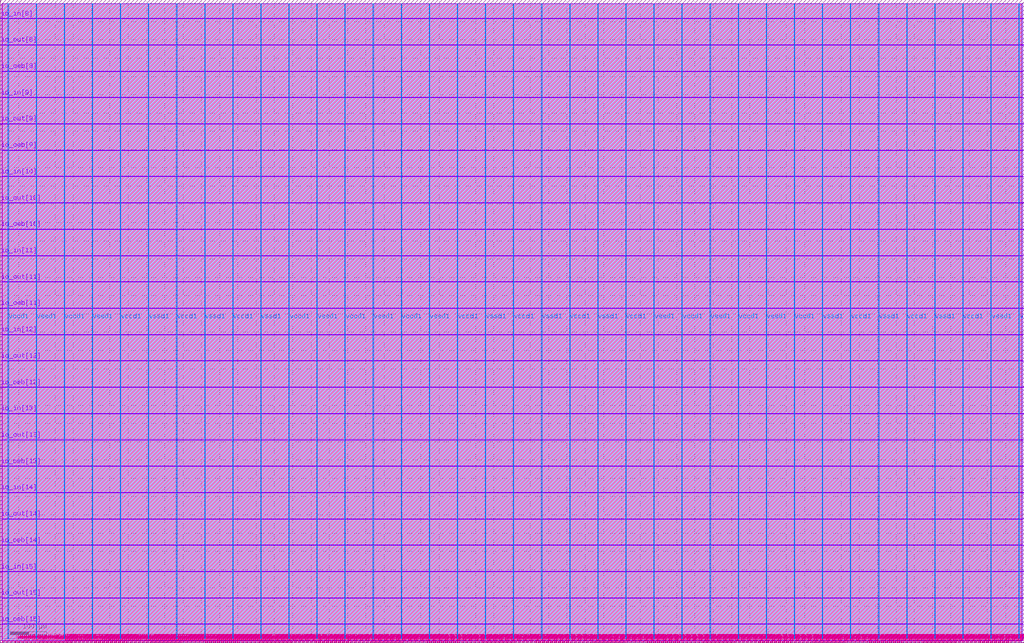
<source format=lef>
# Copyright 2020 The SkyWater PDK Authors
#
# Licensed under the Apache License, Version 2.0 (the "License");
# you may not use this file except in compliance with the License.
# You may obtain a copy of the License at
#
#     https://www.apache.org/licenses/LICENSE-2.0
#
# Unless required by applicable law or agreed to in writing, software
# distributed under the License is distributed on an "AS IS" BASIS,
# WITHOUT WARRANTIES OR CONDITIONS OF ANY KIND, either express or implied.
# See the License for the specific language governing permissions and
# limitations under the License.
#
# SPDX-License-Identifier: Apache-2.0

VERSION 5.7 ;

BUSBITCHARS "[]" ;
DIVIDERCHAR "/" ;

UNITS
  TIME NANOSECONDS 1 ;
  CAPACITANCE PICOFARADS 1 ;
  RESISTANCE OHMS 1 ;
  DATABASE MICRONS 1000 ;
END UNITS

MANUFACTURINGGRID 0.005 ;
USEMINSPACING OBS OFF ;

PROPERTYDEFINITIONS
  LAYER LEF58_TYPE STRING ;
END PROPERTYDEFINITIONS

# High density, single height
SITE unithd
  SYMMETRY Y ;
  CLASS CORE ;
  SIZE 0.46 BY 2.72 ;
END unithd

# High density, double height
SITE unithddbl
  SYMMETRY Y ;
  CLASS CORE ;
  SIZE 0.46 BY 5.44 ;
END unithddbl

LAYER nwell
  TYPE MASTERSLICE ;
  PROPERTY LEF58_TYPE "TYPE NWELL ;" ;
END nwell

LAYER pwell
  TYPE MASTERSLICE ;
  PROPERTY LEF58_TYPE "TYPE PWELL ;" ;
END pwell

LAYER li1
  TYPE ROUTING ;
  DIRECTION VERTICAL ;

  PITCH 0.46 0.34 ;
  OFFSET 0.23 0.17 ;

  WIDTH 0.17 ;          # LI 1
  # SPACING  0.17 ;     # LI 2
  SPACINGTABLE
     PARALLELRUNLENGTH 0
     WIDTH 0 0.17 ;
  AREA 0.0561 ;         # LI 6
  THICKNESS 0.1 ;
  EDGECAPACITANCE 40.697E-6 ;
  CAPACITANCE CPERSQDIST 36.9866E-6 ;
  RESISTANCE RPERSQ 9.2 ;

  ANTENNAMODEL OXIDE1 ;
  ANTENNADIFFSIDEAREARATIO PWL ( ( 0 75 ) ( 0.0125 75 ) ( 0.0225 85.125 ) ( 22.5 10200 ) ) ;
END li1

LAYER mcon
  TYPE CUT ;

  WIDTH 0.17 ;                # Mcon 1
  SPACING 0.19 ;              # Mcon 2
  ENCLOSURE BELOW 0 0 ;       # Mcon 4
  ENCLOSURE ABOVE 0.03 0.06 ; # Met1 4 / Met1 5
  RESISTANCE 1.6 ;

  ANTENNADIFFAREARATIO PWL ( ( 0 3 ) ( 0.0125 3 ) ( 0.0225 3.405 ) ( 22.5 408 ) ) ;
  DCCURRENTDENSITY AVERAGE 0.36 ; # mA per via Iavg_max at Tj = 90oC

END mcon

LAYER met1
  TYPE ROUTING ;
  DIRECTION HORIZONTAL ;

  PITCH 0.34 ;
  OFFSET 0.17 ;

  WIDTH 0.14 ;                     # Met1 1
  # SPACING 0.14 ;                 # Met1 2
  # SPACING 0.28 RANGE 3.001 100 ; # Met1 3b
  SPACINGTABLE
     PARALLELRUNLENGTH 0
     WIDTH 0 0.14
     WIDTH 3 0.28 ;
  AREA 0.083 ;                     # Met1 6
  THICKNESS 0.35 ;
  MINENCLOSEDAREA 0.14 ;

  ANTENNAMODEL OXIDE1 ;
  ANTENNADIFFSIDEAREARATIO PWL ( ( 0 400 ) ( 0.0125 400 ) ( 0.0225 2609 ) ( 22.5 11600 ) ) ;

  EDGECAPACITANCE 40.567E-6 ;
  CAPACITANCE CPERSQDIST 25.7784E-6 ;
  DCCURRENTDENSITY AVERAGE 2.8 ; # mA/um Iavg_max at Tj = 90oC
  ACCURRENTDENSITY RMS 6.1 ; # mA/um Irms_max at Tj = 90oC
  MAXIMUMDENSITY 70 ;
  DENSITYCHECKWINDOW 700 700 ;
  DENSITYCHECKSTEP 70 ;

  RESISTANCE RPERSQ 0.105 ;
END met1

LAYER via
  TYPE CUT ;
  WIDTH 0.15 ;                  # Via 1a
  SPACING 0.17 ;                # Via 2
  ENCLOSURE BELOW 0.055 0.085 ; # Via 4a / Via 5a
  ENCLOSURE ABOVE 0.055 0.085 ; # Met2 4 / Met2 5
  RESISTANCE 4.0 ;

  ANTENNADIFFAREARATIO PWL ( ( 0 6 ) ( 0.0125 6 ) ( 0.0225 6.81 ) ( 22.5 816 ) ) ;
  DCCURRENTDENSITY AVERAGE 0.29 ; # mA per via Iavg_max at Tj = 90oC
END via

LAYER met2
  TYPE ROUTING ;
  DIRECTION VERTICAL ;

  PITCH 0.46 ;
  OFFSET 0.23 ;

  WIDTH 0.14 ;                        # Met2 1
  # SPACING  0.14 ;                   # Met2 2
  # SPACING  0.28 RANGE 3.001 100 ;   # Met2 3b
  SPACINGTABLE
     PARALLELRUNLENGTH 0
     WIDTH 0 0.14
     WIDTH 3 0.28 ;
  AREA 0.0676 ;                       # Met2 6
  THICKNESS 0.35 ;
  MINENCLOSEDAREA 0.14 ;

  EDGECAPACITANCE 32.918E-6 ;
  CAPACITANCE CPERSQDIST 14.7703E-6 ;
  RESISTANCE RPERSQ 0.105 ;
  DCCURRENTDENSITY AVERAGE 2.8 ; # mA/um Iavg_max at Tj = 90oC
  ACCURRENTDENSITY RMS 6.1 ; # mA/um Irms_max at Tj = 90oC

  ANTENNAMODEL OXIDE1 ;
  ANTENNADIFFSIDEAREARATIO PWL ( ( 0 400 ) ( 0.0125 400 ) ( 0.0225 2609 ) ( 22.5 11600 ) ) ;

  MAXIMUMDENSITY 70 ;
  DENSITYCHECKWINDOW 700 700 ;
  DENSITYCHECKSTEP 70 ;
END met2

# ******** Layer via2, type routing, number 44 **************
LAYER via2
  TYPE CUT ;
  WIDTH 0.2 ;                   # Via2 1
  SPACING 0.2 ;                 # Via2 2
  ENCLOSURE BELOW 0.04 0.085 ;  # Via2 4
  ENCLOSURE ABOVE 0.065 0.065 ; # Met3 4
  RESISTANCE 0.5 ;
  ANTENNADIFFAREARATIO PWL ( ( 0 6 ) ( 0.0125 6 ) ( 0.0225 6.81 ) ( 22.5 816 ) ) ;
  DCCURRENTDENSITY AVERAGE 0.48 ; # mA per via Iavg_max at Tj = 90oC
END via2

LAYER met3
  TYPE ROUTING ;
  DIRECTION HORIZONTAL ;

  PITCH 0.68 ;
  OFFSET 0.34 ;

  WIDTH 0.3 ;              # Met3 1
  # SPACING 0.3 ;          # Met3 2
  SPACINGTABLE
     PARALLELRUNLENGTH 0
     WIDTH 0 0.3
     WIDTH 3 0.4 ;
  AREA 0.24 ;              # Met3 6
  THICKNESS 0.8 ;

  EDGECAPACITANCE 37.065E-6 ;
  CAPACITANCE CPERSQDIST 11.1883E-6 ;
  RESISTANCE RPERSQ 0.038 ;
  DCCURRENTDENSITY AVERAGE 6.8 ; # mA/um Iavg_max at Tj = 90oC
  ACCURRENTDENSITY RMS 14.9 ; # mA/um Irms_max at Tj = 90oC

  ANTENNAMODEL OXIDE1 ;
  ANTENNADIFFSIDEAREARATIO PWL ( ( 0 400 ) ( 0.0125 400 ) ( 0.0225 2609 ) ( 22.5 11600 ) ) ;

  MAXIMUMDENSITY 70 ;
  DENSITYCHECKWINDOW 700 700 ;
  DENSITYCHECKSTEP 70 ;
END met3

LAYER via3
  TYPE CUT ;
  WIDTH 0.2 ;                   # Via3 1
  SPACING 0.2 ;                 # Via3 2
  ENCLOSURE BELOW 0.06 0.09 ;   # Via3 4 / Via3 5
  ENCLOSURE ABOVE 0.065 0.065 ; # Met4 3
  RESISTANCE 0.5 ;
  ANTENNADIFFAREARATIO PWL ( ( 0 6 ) ( 0.0125 6 ) ( 0.0225 6.81 ) ( 22.5 816 ) ) ;
  DCCURRENTDENSITY AVERAGE 0.48 ; # mA per via Iavg_max at Tj = 90oC
END via3

LAYER met4
  TYPE ROUTING ;
  DIRECTION VERTICAL ;

  PITCH 0.92 ;
  OFFSET 0.46 ;

  WIDTH 0.3 ;             # Met4 1
  # SPACING  0.3 ;             # Met4 2
  SPACINGTABLE
     PARALLELRUNLENGTH 0
     WIDTH 0 0.3
     WIDTH 3 0.4 ;
  AREA 0.24 ;            # Met4 4a

  THICKNESS 0.8 ;

  EDGECAPACITANCE 34.169E-6 ;
  CAPACITANCE CPERSQDIST 7.84019E-6 ;
  RESISTANCE RPERSQ 0.038 ;
  DCCURRENTDENSITY AVERAGE 6.8 ; # mA/um Iavg_max at Tj = 90oC
  ACCURRENTDENSITY RMS 14.9 ; # mA/um Irms_max at Tj = 90oC

  ANTENNAMODEL OXIDE1 ;
  ANTENNADIFFSIDEAREARATIO PWL ( ( 0 400 ) ( 0.0125 400 ) ( 0.0225 2609 ) ( 22.5 11600 ) ) ;

  MAXIMUMDENSITY 70 ;
  DENSITYCHECKWINDOW 700 700 ;
  DENSITYCHECKSTEP 70 ;
END met4

LAYER via4
  TYPE CUT ;

  WIDTH 0.8 ;                 # Via4 1
  SPACING 0.8 ;               # Via4 2
  ENCLOSURE BELOW 0.19 0.19 ; # Via4 4
  ENCLOSURE ABOVE 0.31 0.31 ; # Met5 3
  RESISTANCE 0.012 ;
  ANTENNADIFFAREARATIO PWL ( ( 0 6 ) ( 0.0125 6 ) ( 0.0225 6.81 ) ( 22.5 816 ) ) ;
  DCCURRENTDENSITY AVERAGE 2.49 ; # mA per via Iavg_max at Tj = 90oC
END via4

LAYER met5
  TYPE ROUTING ;
  DIRECTION HORIZONTAL ;

  PITCH 3.4 ;
  OFFSET 1.7 ;

  WIDTH 1.6 ;            # Met5 1
  #SPACING  1.6 ;        # Met5 2
  SPACINGTABLE
     PARALLELRUNLENGTH 0
     WIDTH 0 1.6 ;
  AREA 4 ;               # Met5 4

  THICKNESS 1.2 ;

  EDGECAPACITANCE 36.828E-6 ;
  CAPACITANCE CPERSQDIST 5.99155E-6 ;
  RESISTANCE RPERSQ 0.0212 ;
  DCCURRENTDENSITY AVERAGE 10.17 ; # mA/um Iavg_max at Tj = 90oC
  ACCURRENTDENSITY RMS 22.34 ; # mA/um Irms_max at Tj = 90oC

  ANTENNAMODEL OXIDE1 ;
  ANTENNADIFFSIDEAREARATIO PWL ( ( 0 400 ) ( 0.0125 400 ) ( 0.0225 2609 ) ( 22.5 11600 ) ) ;
END met5


### Routing via cells section   ###
# Plus via rule, metals are along the prefered direction
VIA L1M1_PR DEFAULT
  LAYER mcon ;
  RECT -0.085 -0.085 0.085 0.085 ;
  LAYER li1 ;
  RECT -0.085 -0.085 0.085 0.085 ;
  LAYER met1 ;
  RECT -0.145 -0.115 0.145 0.115 ;
END L1M1_PR

VIARULE L1M1_PR GENERATE
  LAYER li1 ;
  ENCLOSURE 0 0 ;
  LAYER met1 ;
  ENCLOSURE 0.06 0.03 ;
  LAYER mcon ;
  RECT -0.085 -0.085 0.085 0.085 ;
  SPACING 0.36 BY 0.36 ;
END L1M1_PR

# Plus via rule, metals are along the non prefered direction
VIA L1M1_PR_R DEFAULT
  LAYER mcon ;
  RECT -0.085 -0.085 0.085 0.085 ;
  LAYER li1 ;
  RECT -0.085 -0.085 0.085 0.085 ;
  LAYER met1 ;
  RECT -0.115 -0.145 0.115 0.145 ;
END L1M1_PR_R

VIARULE L1M1_PR_R GENERATE
  LAYER li1 ;
  ENCLOSURE 0 0 ;
  LAYER met1 ;
  ENCLOSURE 0.03 0.06 ;
  LAYER mcon ;
  RECT -0.085 -0.085 0.085 0.085 ;
  SPACING 0.36 BY 0.36 ;
END L1M1_PR_R

# Minus via rule, lower layer metal is along prefered direction
VIA L1M1_PR_M DEFAULT
  LAYER mcon ;
  RECT -0.085 -0.085 0.085 0.085 ;
  LAYER li1 ;
  RECT -0.085 -0.085 0.085 0.085 ;
  LAYER met1 ;
  RECT -0.115 -0.145 0.115 0.145 ;
END L1M1_PR_M

VIARULE L1M1_PR_M GENERATE
  LAYER li1 ;
  ENCLOSURE 0 0 ;
  LAYER met1 ;
  ENCLOSURE 0.03 0.06 ;
  LAYER mcon ;
  RECT -0.085 -0.085 0.085 0.085 ;
  SPACING 0.36 BY 0.36 ;
END L1M1_PR_M

# Minus via rule, upper layer metal is along prefered direction
VIA L1M1_PR_MR DEFAULT
  LAYER mcon ;
  RECT -0.085 -0.085 0.085 0.085 ;
  LAYER li1 ;
  RECT -0.085 -0.085 0.085 0.085 ;
  LAYER met1 ;
  RECT -0.145 -0.115 0.145 0.115 ;
END L1M1_PR_MR

VIARULE L1M1_PR_MR GENERATE
  LAYER li1 ;
  ENCLOSURE 0 0 ;
  LAYER met1 ;
  ENCLOSURE 0.06 0.03 ;
  LAYER mcon ;
  RECT -0.085 -0.085 0.085 0.085 ;
  SPACING 0.36 BY 0.36 ;
END L1M1_PR_MR

# Centered via rule, we really do not want to use it
VIA L1M1_PR_C DEFAULT
  LAYER mcon ;
  RECT -0.085 -0.085 0.085 0.085 ;
  LAYER li1 ;
  RECT -0.085 -0.085 0.085 0.085 ;
  LAYER met1 ;
  RECT -0.145 -0.145 0.145 0.145 ;
END L1M1_PR_C

VIARULE L1M1_PR_C GENERATE
  LAYER li1 ;
  ENCLOSURE 0 0 ;
  LAYER met1 ;
  ENCLOSURE 0.06 0.06 ;
  LAYER mcon ;
  RECT -0.085 -0.085 0.085 0.085 ;
  SPACING 0.36 BY 0.36 ;
END L1M1_PR_C

# Plus via rule, metals are along the prefered direction
VIA M1M2_PR DEFAULT
  LAYER via ;
  RECT -0.075 -0.075 0.075 0.075 ;
  LAYER met1 ;
  RECT -0.16 -0.13 0.16 0.13 ;
  LAYER met2 ;
  RECT -0.13 -0.16 0.13 0.16 ;
END M1M2_PR

VIARULE M1M2_PR GENERATE
  LAYER met1 ;
  ENCLOSURE 0.085 0.055 ;
  LAYER met2 ;
  ENCLOSURE 0.055 0.085 ;
  LAYER via ;
  RECT -0.075 -0.075 0.075 0.075 ;
  SPACING 0.32 BY 0.32 ;
END M1M2_PR

# Plus via rule, metals are along the non prefered direction
VIA M1M2_PR_R DEFAULT
  LAYER via ;
  RECT -0.075 -0.075 0.075 0.075 ;
  LAYER met1 ;
  RECT -0.13 -0.16 0.13 0.16 ;
  LAYER met2 ;
  RECT -0.16 -0.13 0.16 0.13 ;
END M1M2_PR_R

VIARULE M1M2_PR_R GENERATE
  LAYER met1 ;
  ENCLOSURE 0.055 0.085 ;
  LAYER met2 ;
  ENCLOSURE 0.085 0.055 ;
  LAYER via ;
  RECT -0.075 -0.075 0.075 0.075 ;
  SPACING 0.32 BY 0.32 ;
END M1M2_PR_R

# Minus via rule, lower layer metal is along prefered direction
VIA M1M2_PR_M DEFAULT
  LAYER via ;
  RECT -0.075 -0.075 0.075 0.075 ;
  LAYER met1 ;
  RECT -0.16 -0.13 0.16 0.13 ;
  LAYER met2 ;
  RECT -0.16 -0.13 0.16 0.13 ;
END M1M2_PR_M

VIARULE M1M2_PR_M GENERATE
  LAYER met1 ;
  ENCLOSURE 0.085 0.055 ;
  LAYER met2 ;
  ENCLOSURE 0.085 0.055 ;
  LAYER via ;
  RECT -0.075 -0.075 0.075 0.075 ;
  SPACING 0.32 BY 0.32 ;
END M1M2_PR_M

# Minus via rule, upper layer metal is along prefered direction
VIA M1M2_PR_MR DEFAULT
  LAYER via ;
  RECT -0.075 -0.075 0.075 0.075 ;
  LAYER met1 ;
  RECT -0.13 -0.16 0.13 0.16 ;
  LAYER met2 ;
  RECT -0.13 -0.16 0.13 0.16 ;
END M1M2_PR_MR

VIARULE M1M2_PR_MR GENERATE
  LAYER met1 ;
  ENCLOSURE 0.055 0.085 ;
  LAYER met2 ;
  ENCLOSURE 0.055 0.085 ;
  LAYER via ;
  RECT -0.075 -0.075 0.075 0.075 ;
  SPACING 0.32 BY 0.32 ;
END M1M2_PR_MR

# Centered via rule, we really do not want to use it
VIA M1M2_PR_C DEFAULT
  LAYER via ;
  RECT -0.075 -0.075 0.075 0.075 ;
  LAYER met1 ;
  RECT -0.16 -0.16 0.16 0.16 ;
  LAYER met2 ;
  RECT -0.16 -0.16 0.16 0.16 ;
END M1M2_PR_C

VIARULE M1M2_PR_C GENERATE
  LAYER met1 ;
  ENCLOSURE 0.085 0.085 ;
  LAYER met2 ;
  ENCLOSURE 0.085 0.085 ;
  LAYER via ;
  RECT -0.075 -0.075 0.075 0.075 ;
  SPACING 0.32 BY 0.32 ;
END M1M2_PR_C

# Plus via rule, metals are along the prefered direction
VIA M2M3_PR DEFAULT
  LAYER via2 ;
  RECT -0.1 -0.1 0.1 0.1 ;
  LAYER met2 ;
  RECT -0.14 -0.185 0.14 0.185 ;
  LAYER met3 ;
  RECT -0.165 -0.165 0.165 0.165 ;
END M2M3_PR

VIARULE M2M3_PR GENERATE
  LAYER met2 ;
  ENCLOSURE 0.04 0.085 ;
  LAYER met3 ;
  ENCLOSURE 0.065 0.065 ;
  LAYER via2 ;
  RECT -0.1 -0.1 0.1 0.1 ;
  SPACING 0.4 BY 0.4 ;
END M2M3_PR

# Plus via rule, metals are along the non prefered direction
VIA M2M3_PR_R DEFAULT
  LAYER via2 ;
  RECT -0.1 -0.1 0.1 0.1 ;
  LAYER met2 ;
  RECT -0.185 -0.14 0.185 0.14 ;
  LAYER met3 ;
  RECT -0.165 -0.165 0.165 0.165 ;
END M2M3_PR_R

VIARULE M2M3_PR_R GENERATE
  LAYER met2 ;
  ENCLOSURE 0.085 0.04 ;
  LAYER met3 ;
  ENCLOSURE 0.065 0.065 ;
  LAYER via2 ;
  RECT -0.1 -0.1 0.1 0.1 ;
  SPACING 0.4 BY 0.4 ;
END M2M3_PR_R

# Minus via rule, lower layer metal is along prefered direction
VIA M2M3_PR_M DEFAULT
  LAYER via2 ;
  RECT -0.1 -0.1 0.1 0.1 ;
  LAYER met2 ;
  RECT -0.14 -0.185 0.14 0.185 ;
  LAYER met3 ;
  RECT -0.165 -0.165 0.165 0.165 ;
END M2M3_PR_M

VIARULE M2M3_PR_M GENERATE
  LAYER met2 ;
  ENCLOSURE 0.04 0.085 ;
  LAYER met3 ;
  ENCLOSURE 0.065 0.065 ;
  LAYER via2 ;
  RECT -0.1 -0.1 0.1 0.1 ;
  SPACING 0.4 BY 0.4 ;
END M2M3_PR_M

# Minus via rule, upper layer metal is along prefered direction
VIA M2M3_PR_MR DEFAULT
  LAYER via2 ;
  RECT -0.1 -0.1 0.1 0.1 ;
  LAYER met2 ;
  RECT -0.185 -0.14 0.185 0.14 ;
  LAYER met3 ;
  RECT -0.165 -0.165 0.165 0.165 ;
END M2M3_PR_MR

VIARULE M2M3_PR_MR GENERATE
  LAYER met2 ;
  ENCLOSURE 0.085 0.04 ;
  LAYER met3 ;
  ENCLOSURE 0.065 0.065 ;
  LAYER via2 ;
  RECT -0.1 -0.1 0.1 0.1 ;
  SPACING 0.4 BY 0.4 ;
END M2M3_PR_MR

# Centered via rule, we really do not want to use it
VIA M2M3_PR_C DEFAULT
  LAYER via2 ;
  RECT -0.1 -0.1 0.1 0.1 ;
  LAYER met2 ;
  RECT -0.185 -0.185 0.185 0.185 ;
  LAYER met3 ;
  RECT -0.165 -0.165 0.165 0.165 ;
END M2M3_PR_C

VIARULE M2M3_PR_C GENERATE
  LAYER met2 ;
  ENCLOSURE 0.085 0.085 ;
  LAYER met3 ;
  ENCLOSURE 0.065 0.065 ;
  LAYER via2 ;
  RECT -0.1 -0.1 0.1 0.1 ;
  SPACING 0.4 BY 0.4 ;
END M2M3_PR_C

# Plus via rule, metals are along the prefered direction
VIA M3M4_PR DEFAULT
  LAYER via3 ;
  RECT -0.1 -0.1 0.1 0.1 ;
  LAYER met3 ;
  RECT -0.19 -0.16 0.19 0.16 ;
  LAYER met4 ;
  RECT -0.165 -0.165 0.165 0.165 ;
END M3M4_PR

VIARULE M3M4_PR GENERATE
  LAYER met3 ;
  ENCLOSURE 0.09 0.06 ;
  LAYER met4 ;
  ENCLOSURE 0.065 0.065 ;
  LAYER via3 ;
  RECT -0.1 -0.1 0.1 0.1 ;
  SPACING 0.4 BY 0.4 ;
END M3M4_PR

# Plus via rule, metals are along the non prefered direction
VIA M3M4_PR_R DEFAULT
  LAYER via3 ;
  RECT -0.1 -0.1 0.1 0.1 ;
  LAYER met3 ;
  RECT -0.16 -0.19 0.16 0.19 ;
  LAYER met4 ;
  RECT -0.165 -0.165 0.165 0.165 ;
END M3M4_PR_R

VIARULE M3M4_PR_R GENERATE
  LAYER met3 ;
  ENCLOSURE 0.06 0.09 ;
  LAYER met4 ;
  ENCLOSURE 0.065 0.065 ;
  LAYER via3 ;
  RECT -0.1 -0.1 0.1 0.1 ;
  SPACING 0.4 BY 0.4 ;
END M3M4_PR_R

# Minus via rule, lower layer metal is along prefered direction
VIA M3M4_PR_M DEFAULT
  LAYER via3 ;
  RECT -0.1 -0.1 0.1 0.1 ;
  LAYER met3 ;
  RECT -0.19 -0.16 0.19 0.16 ;
  LAYER met4 ;
  RECT -0.165 -0.165 0.165 0.165 ;
END M3M4_PR_M

VIARULE M3M4_PR_M GENERATE
  LAYER met3 ;
  ENCLOSURE 0.09 0.06 ;
  LAYER met4 ;
  ENCLOSURE 0.065 0.065 ;
  LAYER via3 ;
  RECT -0.1 -0.1 0.1 0.1 ;
  SPACING 0.4 BY 0.4 ;
END M3M4_PR_M

# Minus via rule, upper layer metal is along prefered direction
VIA M3M4_PR_MR DEFAULT
  LAYER via3 ;
  RECT -0.1 -0.1 0.1 0.1 ;
  LAYER met3 ;
  RECT -0.16 -0.19 0.16 0.19 ;
  LAYER met4 ;
  RECT -0.165 -0.165 0.165 0.165 ;
END M3M4_PR_MR

VIARULE M3M4_PR_MR GENERATE
  LAYER met3 ;
  ENCLOSURE 0.06 0.09 ;
  LAYER met4 ;
  ENCLOSURE 0.065 0.065 ;
  LAYER via3 ;
  RECT -0.1 -0.1 0.1 0.1 ;
  SPACING 0.4 BY 0.4 ;
END M3M4_PR_MR

# Centered via rule, we really do not want to use it
VIA M3M4_PR_C DEFAULT
  LAYER via3 ;
  RECT -0.1 -0.1 0.1 0.1 ;
  LAYER met3 ;
  RECT -0.19 -0.19 0.19 0.19 ;
  LAYER met4 ;
  RECT -0.165 -0.165 0.165 0.165 ;
END M3M4_PR_C

VIARULE M3M4_PR_C GENERATE
  LAYER met3 ;
  ENCLOSURE 0.09 0.09 ;
  LAYER met4 ;
  ENCLOSURE 0.065 0.065 ;
  LAYER via3 ;
  RECT -0.1 -0.1 0.1 0.1 ;
  SPACING 0.4 BY 0.4 ;
END M3M4_PR_C

# Plus via rule, metals are along the prefered direction
VIA M4M5_PR DEFAULT
  LAYER via4 ;
  RECT -0.4 -0.4 0.4 0.4 ;
  LAYER met4 ;
  RECT -0.59 -0.59 0.59 0.59 ;
  LAYER met5 ;
  RECT -0.71 -0.71 0.71 0.71 ;
END M4M5_PR

VIARULE M4M5_PR GENERATE
  LAYER met4 ;
  ENCLOSURE 0.19 0.19 ;
  LAYER met5 ;
  ENCLOSURE 0.31 0.31 ;
  LAYER via4 ;
  RECT -0.4 -0.4 0.4 0.4 ;
  SPACING 1.6 BY 1.6 ;
END M4M5_PR

# Plus via rule, metals are along the non prefered direction
VIA M4M5_PR_R DEFAULT
  LAYER via4 ;
  RECT -0.4 -0.4 0.4 0.4 ;
  LAYER met4 ;
  RECT -0.59 -0.59 0.59 0.59 ;
  LAYER met5 ;
  RECT -0.71 -0.71 0.71 0.71 ;
END M4M5_PR_R

VIARULE M4M5_PR_R GENERATE
  LAYER met4 ;
  ENCLOSURE 0.19 0.19 ;
  LAYER met5 ;
  ENCLOSURE 0.31 0.31 ;
  LAYER via4 ;
  RECT -0.4 -0.4 0.4 0.4 ;
  SPACING 1.6 BY 1.6 ;
END M4M5_PR_R

# Minus via rule, lower layer metal is along prefered direction
VIA M4M5_PR_M DEFAULT
  LAYER via4 ;
  RECT -0.4 -0.4 0.4 0.4 ;
  LAYER met4 ;
  RECT -0.59 -0.59 0.59 0.59 ;
  LAYER met5 ;
  RECT -0.71 -0.71 0.71 0.71 ;
END M4M5_PR_M

VIARULE M4M5_PR_M GENERATE
  LAYER met4 ;
  ENCLOSURE 0.19 0.19 ;
  LAYER met5 ;
  ENCLOSURE 0.31 0.31 ;
  LAYER via4 ;
  RECT -0.4 -0.4 0.4 0.4 ;
  SPACING 1.6 BY 1.6 ;
END M4M5_PR_M

# Minus via rule, upper layer metal is along prefered direction
VIA M4M5_PR_MR DEFAULT
  LAYER via4 ;
  RECT -0.4 -0.4 0.4 0.4 ;
  LAYER met4 ;
  RECT -0.59 -0.59 0.59 0.59 ;
  LAYER met5 ;
  RECT -0.71 -0.71 0.71 0.71 ;
END M4M5_PR_MR

VIARULE M4M5_PR_MR GENERATE
  LAYER met4 ;
  ENCLOSURE 0.19 0.19 ;
  LAYER met5 ;
  ENCLOSURE 0.31 0.31 ;
  LAYER via4 ;
  RECT -0.4 -0.4 0.4 0.4 ;
  SPACING 1.6 BY 1.6 ;
END M4M5_PR_MR

# Centered via rule, we really do not want to use it
VIA M4M5_PR_C DEFAULT
  LAYER via4 ;
  RECT -0.4 -0.4 0.4 0.4 ;
  LAYER met4 ;
  RECT -0.59 -0.59 0.59 0.59 ;
  LAYER met5 ;
  RECT -0.71 -0.71 0.71 0.71 ;
END M4M5_PR_C

VIARULE M4M5_PR_C GENERATE
  LAYER met4 ;
  ENCLOSURE 0.19 0.19 ;
  LAYER met5 ;
  ENCLOSURE 0.31 0.31 ;
  LAYER via4 ;
  RECT -0.4 -0.4 0.4 0.4 ;
  SPACING 1.6 BY 1.6 ;
END M4M5_PR_C
###  end of single via cells   ###


MACRO sky130_fd_sc_hd__a2bb2o_1
  CLASS CORE ;
  FOREIGN sky130_fd_sc_hd__a2bb2o_1 ;
  ORIGIN 0.000 0.000 ;
  SIZE 3.680 BY 2.720 ;
  SYMMETRY X Y R90 ;
  SITE unithd ;
  PIN A1_N
    DIRECTION INPUT ;
    USE SIGNAL ;
    ANTENNAGATEAREA 0.126000 ;
    PORT
      LAYER li1 ;
        RECT 0.910 0.995 1.240 1.615 ;
    END
  END A1_N
  PIN A2_N
    DIRECTION INPUT ;
    USE SIGNAL ;
    ANTENNAGATEAREA 0.126000 ;
    PORT
      LAYER li1 ;
        RECT 1.410 0.995 1.700 1.375 ;
    END
  END A2_N
  PIN B1
    DIRECTION INPUT ;
    USE SIGNAL ;
    ANTENNAGATEAREA 0.126000 ;
    PORT
      LAYER li1 ;
        RECT 3.280 0.765 3.540 1.655 ;
    END
  END B1
  PIN B2
    DIRECTION INPUT ;
    USE SIGNAL ;
    ANTENNAGATEAREA 0.126000 ;
    PORT
      LAYER li1 ;
        RECT 2.600 1.355 3.080 1.655 ;
        RECT 2.820 0.765 3.080 1.355 ;
    END
  END B2
  PIN VGND
    DIRECTION INOUT ;
    USE GROUND ;
    SHAPE ABUTMENT ;
    PORT
      LAYER met1 ;
        RECT 0.000 -0.240 3.680 0.240 ;
    END
  END VGND
  PIN VNB
    DIRECTION INOUT ;
    USE GROUND ;
    PORT
      LAYER pwell ;
        RECT 0.005 0.785 0.925 1.015 ;
        RECT 0.005 0.105 3.590 0.785 ;
        RECT 0.150 -0.085 0.320 0.105 ;
    END
  END VNB
  PIN VPB
    DIRECTION INOUT ;
    USE POWER ;
    PORT
      LAYER nwell ;
        RECT -0.190 1.305 3.870 2.910 ;
    END
  END VPB
  PIN VPWR
    DIRECTION INOUT ;
    USE POWER ;
    SHAPE ABUTMENT ;
    PORT
      LAYER met1 ;
        RECT 0.000 2.480 3.680 2.960 ;
    END
  END VPWR
  PIN X
    DIRECTION OUTPUT ;
    USE SIGNAL ;
    ANTENNADIFFAREA 0.429000 ;
    PORT
      LAYER li1 ;
        RECT 0.085 1.525 0.345 2.465 ;
        RECT 0.085 0.810 0.260 1.525 ;
        RECT 0.085 0.255 0.345 0.810 ;
    END
  END X
  OBS
      LAYER li1 ;
        RECT 0.000 2.635 3.680 2.805 ;
        RECT 0.515 2.235 0.845 2.635 ;
        RECT 1.990 2.370 2.245 2.465 ;
        RECT 1.105 2.200 2.245 2.370 ;
        RECT 2.415 2.255 2.745 2.425 ;
        RECT 1.105 1.975 1.275 2.200 ;
        RECT 0.515 1.805 1.275 1.975 ;
        RECT 1.990 2.065 2.245 2.200 ;
        RECT 0.515 1.325 0.685 1.805 ;
        RECT 1.540 1.715 1.710 1.905 ;
        RECT 1.990 1.895 2.400 2.065 ;
        RECT 1.540 1.545 2.060 1.715 ;
        RECT 0.430 0.995 0.685 1.325 ;
        RECT 1.890 0.825 2.060 1.545 ;
        RECT 1.180 0.655 2.060 0.825 ;
        RECT 2.230 0.870 2.400 1.895 ;
        RECT 2.575 2.005 2.745 2.255 ;
        RECT 2.915 2.175 3.165 2.635 ;
        RECT 3.335 2.005 3.515 2.465 ;
        RECT 2.575 1.835 3.515 2.005 ;
        RECT 2.230 0.700 2.580 0.870 ;
        RECT 0.515 0.085 0.945 0.530 ;
        RECT 1.180 0.255 1.350 0.655 ;
        RECT 1.520 0.085 2.240 0.485 ;
        RECT 2.410 0.255 2.580 0.700 ;
        RECT 3.155 0.085 3.555 0.595 ;
        RECT 0.000 -0.085 3.680 0.085 ;
      LAYER mcon ;
        RECT 0.145 2.635 0.315 2.805 ;
        RECT 0.605 2.635 0.775 2.805 ;
        RECT 1.065 2.635 1.235 2.805 ;
        RECT 1.525 2.635 1.695 2.805 ;
        RECT 1.985 2.635 2.155 2.805 ;
        RECT 2.445 2.635 2.615 2.805 ;
        RECT 2.905 2.635 3.075 2.805 ;
        RECT 3.365 2.635 3.535 2.805 ;
        RECT 0.145 -0.085 0.315 0.085 ;
        RECT 0.605 -0.085 0.775 0.085 ;
        RECT 1.065 -0.085 1.235 0.085 ;
        RECT 1.525 -0.085 1.695 0.085 ;
        RECT 1.985 -0.085 2.155 0.085 ;
        RECT 2.445 -0.085 2.615 0.085 ;
        RECT 2.905 -0.085 3.075 0.085 ;
        RECT 3.365 -0.085 3.535 0.085 ;
  END
END sky130_fd_sc_hd__a2bb2o_1
MACRO sky130_fd_sc_hd__a2bb2o_2
  CLASS CORE ;
  FOREIGN sky130_fd_sc_hd__a2bb2o_2 ;
  ORIGIN 0.000 0.000 ;
  SIZE 4.140 BY 2.720 ;
  SYMMETRY X Y R90 ;
  SITE unithd ;
  PIN A1_N
    DIRECTION INPUT ;
    USE SIGNAL ;
    ANTENNAGATEAREA 0.159000 ;
    PORT
      LAYER li1 ;
        RECT 1.345 0.995 1.675 1.615 ;
    END
  END A1_N
  PIN A2_N
    DIRECTION INPUT ;
    USE SIGNAL ;
    ANTENNAGATEAREA 0.159000 ;
    PORT
      LAYER li1 ;
        RECT 1.845 0.995 2.135 1.375 ;
    END
  END A2_N
  PIN B1
    DIRECTION INPUT ;
    USE SIGNAL ;
    ANTENNAGATEAREA 0.159000 ;
    PORT
      LAYER li1 ;
        RECT 3.730 0.765 3.990 1.655 ;
    END
  END B1
  PIN B2
    DIRECTION INPUT ;
    USE SIGNAL ;
    ANTENNAGATEAREA 0.159000 ;
    PORT
      LAYER li1 ;
        RECT 3.050 1.355 3.530 1.655 ;
        RECT 3.270 0.765 3.530 1.355 ;
    END
  END B2
  PIN VGND
    DIRECTION INOUT ;
    USE GROUND ;
    SHAPE ABUTMENT ;
    PORT
      LAYER met1 ;
        RECT 0.000 -0.240 4.140 0.240 ;
    END
  END VGND
  PIN VNB
    DIRECTION INOUT ;
    USE GROUND ;
    PORT
      LAYER pwell ;
        RECT 0.015 0.785 1.360 1.015 ;
        RECT 0.015 0.105 4.040 0.785 ;
        RECT 0.125 -0.085 0.295 0.105 ;
    END
  END VNB
  PIN VPB
    DIRECTION INOUT ;
    USE POWER ;
    PORT
      LAYER nwell ;
        RECT -0.190 1.305 4.330 2.910 ;
    END
  END VPB
  PIN VPWR
    DIRECTION INOUT ;
    USE POWER ;
    SHAPE ABUTMENT ;
    PORT
      LAYER met1 ;
        RECT 0.000 2.480 4.140 2.960 ;
    END
  END VPWR
  PIN X
    DIRECTION OUTPUT ;
    USE SIGNAL ;
    ANTENNADIFFAREA 0.445500 ;
    PORT
      LAYER li1 ;
        RECT 0.525 1.525 0.780 2.465 ;
        RECT 0.525 0.810 0.695 1.525 ;
        RECT 0.525 0.255 0.780 0.810 ;
    END
  END X
  OBS
      LAYER li1 ;
        RECT 0.000 2.635 4.140 2.805 ;
        RECT 0.185 1.445 0.355 2.635 ;
        RECT 0.950 2.235 1.280 2.635 ;
        RECT 2.500 2.370 2.670 2.465 ;
        RECT 1.540 2.200 2.670 2.370 ;
        RECT 2.875 2.255 3.205 2.425 ;
        RECT 1.540 1.975 1.710 2.200 ;
        RECT 0.950 1.805 1.710 1.975 ;
        RECT 2.440 2.065 2.670 2.200 ;
        RECT 0.950 1.325 1.120 1.805 ;
        RECT 1.975 1.715 2.145 1.905 ;
        RECT 2.440 1.895 2.850 2.065 ;
        RECT 1.975 1.545 2.510 1.715 ;
        RECT 0.865 0.995 1.120 1.325 ;
        RECT 0.185 0.085 0.355 0.930 ;
        RECT 2.340 0.825 2.510 1.545 ;
        RECT 1.615 0.655 2.510 0.825 ;
        RECT 2.680 0.870 2.850 1.895 ;
        RECT 3.035 2.005 3.205 2.255 ;
        RECT 3.375 2.175 3.625 2.635 ;
        RECT 3.795 2.005 3.965 2.465 ;
        RECT 3.035 1.835 3.965 2.005 ;
        RECT 2.680 0.700 3.030 0.870 ;
        RECT 0.950 0.085 1.380 0.530 ;
        RECT 1.615 0.255 1.785 0.655 ;
        RECT 1.955 0.085 2.690 0.485 ;
        RECT 2.860 0.255 3.030 0.700 ;
        RECT 3.605 0.085 4.005 0.595 ;
        RECT 0.000 -0.085 4.140 0.085 ;
      LAYER mcon ;
        RECT 0.145 2.635 0.315 2.805 ;
        RECT 0.605 2.635 0.775 2.805 ;
        RECT 1.065 2.635 1.235 2.805 ;
        RECT 1.525 2.635 1.695 2.805 ;
        RECT 1.985 2.635 2.155 2.805 ;
        RECT 2.445 2.635 2.615 2.805 ;
        RECT 2.905 2.635 3.075 2.805 ;
        RECT 3.365 2.635 3.535 2.805 ;
        RECT 3.825 2.635 3.995 2.805 ;
        RECT 0.145 -0.085 0.315 0.085 ;
        RECT 0.605 -0.085 0.775 0.085 ;
        RECT 1.065 -0.085 1.235 0.085 ;
        RECT 1.525 -0.085 1.695 0.085 ;
        RECT 1.985 -0.085 2.155 0.085 ;
        RECT 2.445 -0.085 2.615 0.085 ;
        RECT 2.905 -0.085 3.075 0.085 ;
        RECT 3.365 -0.085 3.535 0.085 ;
        RECT 3.825 -0.085 3.995 0.085 ;
  END
END sky130_fd_sc_hd__a2bb2o_2
MACRO sky130_fd_sc_hd__a2bb2o_4
  CLASS CORE ;
  FOREIGN sky130_fd_sc_hd__a2bb2o_4 ;
  ORIGIN 0.000 0.000 ;
  SIZE 7.360 BY 2.720 ;
  SYMMETRY X Y R90 ;
  SITE unithd ;
  PIN A1_N
    DIRECTION INPUT ;
    USE SIGNAL ;
    ANTENNAGATEAREA 0.495000 ;
    PORT
      LAYER li1 ;
        RECT 3.475 1.445 4.965 1.615 ;
        RECT 3.475 1.325 3.645 1.445 ;
        RECT 3.315 1.075 3.645 1.325 ;
        RECT 4.605 1.075 4.965 1.445 ;
    END
  END A1_N
  PIN A2_N
    DIRECTION INPUT ;
    USE SIGNAL ;
    ANTENNAGATEAREA 0.495000 ;
    PORT
      LAYER li1 ;
        RECT 3.815 1.075 4.435 1.275 ;
    END
  END A2_N
  PIN B1
    DIRECTION INPUT ;
    USE SIGNAL ;
    ANTENNAGATEAREA 0.495000 ;
    PORT
      LAYER li1 ;
        RECT 0.085 1.445 1.685 1.615 ;
        RECT 0.085 1.075 0.575 1.445 ;
        RECT 1.515 1.245 1.685 1.445 ;
        RECT 1.515 1.075 1.895 1.245 ;
    END
  END B1
  PIN B2
    DIRECTION INPUT ;
    USE SIGNAL ;
    ANTENNAGATEAREA 0.495000 ;
    PORT
      LAYER li1 ;
        RECT 0.805 1.075 1.345 1.275 ;
    END
  END B2
  PIN VGND
    DIRECTION INOUT ;
    USE GROUND ;
    SHAPE ABUTMENT ;
    PORT
      LAYER met1 ;
        RECT 0.000 -0.240 7.360 0.240 ;
    END
  END VGND
  PIN VNB
    DIRECTION INOUT ;
    USE GROUND ;
    PORT
      LAYER pwell ;
        RECT 0.005 0.105 6.915 1.015 ;
        RECT 0.150 -0.085 0.320 0.105 ;
    END
  END VNB
  PIN VPB
    DIRECTION INOUT ;
    USE POWER ;
    PORT
      LAYER nwell ;
        RECT -0.190 1.305 7.550 2.910 ;
    END
  END VPB
  PIN VPWR
    DIRECTION INOUT ;
    USE POWER ;
    SHAPE ABUTMENT ;
    PORT
      LAYER met1 ;
        RECT 0.000 2.480 7.360 2.960 ;
    END
  END VPWR
  PIN X
    DIRECTION OUTPUT ;
    USE SIGNAL ;
    ANTENNADIFFAREA 0.891000 ;
    PORT
      LAYER li1 ;
        RECT 5.275 1.955 5.525 2.465 ;
        RECT 6.115 1.955 6.365 2.465 ;
        RECT 5.275 1.785 6.365 1.955 ;
        RECT 6.115 1.655 6.365 1.785 ;
        RECT 6.115 1.415 6.920 1.655 ;
        RECT 6.610 0.905 6.920 1.415 ;
        RECT 5.235 0.725 6.920 0.905 ;
        RECT 5.235 0.275 5.565 0.725 ;
        RECT 6.075 0.275 6.405 0.725 ;
    END
  END X
  OBS
      LAYER li1 ;
        RECT 0.000 2.635 7.360 2.805 ;
        RECT 0.135 1.955 0.385 2.465 ;
        RECT 0.555 2.125 0.805 2.635 ;
        RECT 0.975 1.955 1.225 2.465 ;
        RECT 1.395 2.125 1.645 2.635 ;
        RECT 1.815 2.295 2.905 2.465 ;
        RECT 1.815 1.955 2.065 2.295 ;
        RECT 2.655 2.135 2.905 2.295 ;
        RECT 3.175 2.135 3.425 2.635 ;
        RECT 3.595 2.295 4.685 2.465 ;
        RECT 3.595 2.135 3.845 2.295 ;
        RECT 0.135 1.785 2.065 1.955 ;
        RECT 1.855 1.455 2.065 1.785 ;
        RECT 2.235 1.965 2.485 2.125 ;
        RECT 4.015 1.965 4.265 2.125 ;
        RECT 2.235 1.415 2.620 1.965 ;
        RECT 3.135 1.785 4.265 1.965 ;
        RECT 4.435 1.785 4.685 2.295 ;
        RECT 4.855 1.795 5.105 2.635 ;
        RECT 5.695 2.165 5.945 2.635 ;
        RECT 6.535 1.825 6.785 2.635 ;
        RECT 3.135 1.665 3.305 1.785 ;
        RECT 2.955 1.495 3.305 1.665 ;
        RECT 2.235 0.905 2.445 1.415 ;
        RECT 2.955 1.245 3.145 1.495 ;
        RECT 2.615 1.075 3.145 1.245 ;
        RECT 5.135 1.245 5.460 1.615 ;
        RECT 5.135 1.075 6.440 1.245 ;
        RECT 2.955 0.905 3.145 1.075 ;
        RECT 0.175 0.085 0.345 0.895 ;
        RECT 0.515 0.475 0.765 0.905 ;
        RECT 0.935 0.735 2.525 0.905 ;
        RECT 0.935 0.645 1.270 0.735 ;
        RECT 0.515 0.255 1.685 0.475 ;
        RECT 1.855 0.085 2.025 0.555 ;
        RECT 2.195 0.255 2.525 0.735 ;
        RECT 2.955 0.725 4.725 0.905 ;
        RECT 2.695 0.085 3.385 0.555 ;
        RECT 3.555 0.255 3.885 0.725 ;
        RECT 4.055 0.085 4.225 0.555 ;
        RECT 4.395 0.255 4.725 0.725 ;
        RECT 4.895 0.085 5.065 0.895 ;
        RECT 5.735 0.085 5.905 0.555 ;
        RECT 6.575 0.085 6.745 0.555 ;
        RECT 0.000 -0.085 7.360 0.085 ;
      LAYER mcon ;
        RECT 0.145 2.635 0.315 2.805 ;
        RECT 0.605 2.635 0.775 2.805 ;
        RECT 1.065 2.635 1.235 2.805 ;
        RECT 1.525 2.635 1.695 2.805 ;
        RECT 1.985 2.635 2.155 2.805 ;
        RECT 2.445 2.635 2.615 2.805 ;
        RECT 2.905 2.635 3.075 2.805 ;
        RECT 3.365 2.635 3.535 2.805 ;
        RECT 3.825 2.635 3.995 2.805 ;
        RECT 4.285 2.635 4.455 2.805 ;
        RECT 4.745 2.635 4.915 2.805 ;
        RECT 5.205 2.635 5.375 2.805 ;
        RECT 5.665 2.635 5.835 2.805 ;
        RECT 6.125 2.635 6.295 2.805 ;
        RECT 6.585 2.635 6.755 2.805 ;
        RECT 7.045 2.635 7.215 2.805 ;
        RECT 2.450 1.445 2.620 1.615 ;
        RECT 5.230 1.445 5.400 1.615 ;
        RECT 0.145 -0.085 0.315 0.085 ;
        RECT 0.605 -0.085 0.775 0.085 ;
        RECT 1.065 -0.085 1.235 0.085 ;
        RECT 1.525 -0.085 1.695 0.085 ;
        RECT 1.985 -0.085 2.155 0.085 ;
        RECT 2.445 -0.085 2.615 0.085 ;
        RECT 2.905 -0.085 3.075 0.085 ;
        RECT 3.365 -0.085 3.535 0.085 ;
        RECT 3.825 -0.085 3.995 0.085 ;
        RECT 4.285 -0.085 4.455 0.085 ;
        RECT 4.745 -0.085 4.915 0.085 ;
        RECT 5.205 -0.085 5.375 0.085 ;
        RECT 5.665 -0.085 5.835 0.085 ;
        RECT 6.125 -0.085 6.295 0.085 ;
        RECT 6.585 -0.085 6.755 0.085 ;
        RECT 7.045 -0.085 7.215 0.085 ;
      LAYER met1 ;
        RECT 2.390 1.600 2.680 1.645 ;
        RECT 5.170 1.600 5.460 1.645 ;
        RECT 2.390 1.460 5.460 1.600 ;
        RECT 2.390 1.415 2.680 1.460 ;
        RECT 5.170 1.415 5.460 1.460 ;
  END
END sky130_fd_sc_hd__a2bb2o_4
MACRO sky130_fd_sc_hd__a2bb2oi_1
  CLASS CORE ;
  FOREIGN sky130_fd_sc_hd__a2bb2oi_1 ;
  ORIGIN 0.000 0.000 ;
  SIZE 3.220 BY 2.720 ;
  SYMMETRY X Y R90 ;
  SITE unithd ;
  PIN A1_N
    DIRECTION INPUT ;
    USE SIGNAL ;
    ANTENNAGATEAREA 0.247500 ;
    PORT
      LAYER li1 ;
        RECT 0.150 0.995 0.520 1.615 ;
    END
  END A1_N
  PIN A2_N
    DIRECTION INPUT ;
    USE SIGNAL ;
    ANTENNAGATEAREA 0.247500 ;
    PORT
      LAYER li1 ;
        RECT 0.725 1.010 1.240 1.275 ;
    END
  END A2_N
  PIN B1
    DIRECTION INPUT ;
    USE SIGNAL ;
    ANTENNAGATEAREA 0.247500 ;
    PORT
      LAYER li1 ;
        RECT 2.780 0.995 3.070 1.615 ;
    END
  END B1
  PIN B2
    DIRECTION INPUT ;
    USE SIGNAL ;
    ANTENNAGATEAREA 0.247500 ;
    PORT
      LAYER li1 ;
        RECT 2.245 0.995 2.610 1.615 ;
        RECT 2.440 0.425 2.610 0.995 ;
    END
  END B2
  PIN VGND
    DIRECTION INOUT ;
    USE GROUND ;
    SHAPE ABUTMENT ;
    PORT
      LAYER met1 ;
        RECT 0.000 -0.240 3.220 0.240 ;
    END
  END VGND
  PIN VNB
    DIRECTION INOUT ;
    USE GROUND ;
    PORT
      LAYER pwell ;
        RECT 0.005 0.105 3.215 1.015 ;
        RECT 0.145 -0.085 0.315 0.105 ;
    END
  END VNB
  PIN VPB
    DIRECTION INOUT ;
    USE POWER ;
    PORT
      LAYER nwell ;
        RECT -0.190 1.305 3.410 2.910 ;
    END
  END VPB
  PIN VPWR
    DIRECTION INOUT ;
    USE POWER ;
    SHAPE ABUTMENT ;
    PORT
      LAYER met1 ;
        RECT 0.000 2.480 3.220 2.960 ;
    END
  END VPWR
  PIN Y
    DIRECTION OUTPUT ;
    USE SIGNAL ;
    ANTENNADIFFAREA 0.515500 ;
    PORT
      LAYER li1 ;
        RECT 1.420 1.955 1.785 2.465 ;
        RECT 1.420 1.785 1.945 1.955 ;
        RECT 1.775 0.825 1.945 1.785 ;
        RECT 1.775 0.255 2.205 0.825 ;
    END
  END Y
  OBS
      LAYER li1 ;
        RECT 0.000 2.635 3.220 2.805 ;
        RECT 0.095 1.805 0.425 2.635 ;
        RECT 0.875 1.615 1.205 2.465 ;
        RECT 1.955 2.235 2.285 2.465 ;
        RECT 2.115 1.955 2.285 2.235 ;
        RECT 2.455 2.135 2.705 2.635 ;
        RECT 2.875 1.955 3.130 2.465 ;
        RECT 2.115 1.785 3.130 1.955 ;
        RECT 0.875 1.445 1.580 1.615 ;
        RECT 1.410 0.830 1.580 1.445 ;
        RECT 0.095 0.085 0.425 0.825 ;
        RECT 0.595 0.660 1.580 0.830 ;
        RECT 0.595 0.255 0.765 0.660 ;
        RECT 0.935 0.085 1.605 0.490 ;
        RECT 2.795 0.085 3.125 0.825 ;
        RECT 0.000 -0.085 3.220 0.085 ;
      LAYER mcon ;
        RECT 0.145 2.635 0.315 2.805 ;
        RECT 0.605 2.635 0.775 2.805 ;
        RECT 1.065 2.635 1.235 2.805 ;
        RECT 1.525 2.635 1.695 2.805 ;
        RECT 1.985 2.635 2.155 2.805 ;
        RECT 2.445 2.635 2.615 2.805 ;
        RECT 2.905 2.635 3.075 2.805 ;
        RECT 0.145 -0.085 0.315 0.085 ;
        RECT 0.605 -0.085 0.775 0.085 ;
        RECT 1.065 -0.085 1.235 0.085 ;
        RECT 1.525 -0.085 1.695 0.085 ;
        RECT 1.985 -0.085 2.155 0.085 ;
        RECT 2.445 -0.085 2.615 0.085 ;
        RECT 2.905 -0.085 3.075 0.085 ;
  END
END sky130_fd_sc_hd__a2bb2oi_1
MACRO sky130_fd_sc_hd__a2bb2oi_2
  CLASS CORE ;
  FOREIGN sky130_fd_sc_hd__a2bb2oi_2 ;
  ORIGIN 0.000 0.000 ;
  SIZE 5.520 BY 2.720 ;
  SYMMETRY X Y R90 ;
  SITE unithd ;
  PIN A1_N
    DIRECTION INPUT ;
    USE SIGNAL ;
    ANTENNAGATEAREA 0.495000 ;
    PORT
      LAYER li1 ;
        RECT 3.310 1.075 4.205 1.275 ;
    END
  END A1_N
  PIN A2_N
    DIRECTION INPUT ;
    USE SIGNAL ;
    ANTENNAGATEAREA 0.495000 ;
    PORT
      LAYER li1 ;
        RECT 4.455 1.075 5.435 1.275 ;
    END
  END A2_N
  PIN B1
    DIRECTION INPUT ;
    USE SIGNAL ;
    ANTENNAGATEAREA 0.495000 ;
    PORT
      LAYER li1 ;
        RECT 0.085 1.445 2.030 1.615 ;
        RECT 0.085 1.075 0.710 1.445 ;
        RECT 1.700 1.075 2.030 1.445 ;
    END
  END B1
  PIN B2
    DIRECTION INPUT ;
    USE SIGNAL ;
    ANTENNAGATEAREA 0.495000 ;
    PORT
      LAYER li1 ;
        RECT 0.940 1.075 1.480 1.275 ;
    END
  END B2
  PIN VGND
    DIRECTION INOUT ;
    USE GROUND ;
    SHAPE ABUTMENT ;
    PORT
      LAYER met1 ;
        RECT 0.000 -0.240 5.520 0.240 ;
    END
  END VGND
  PIN VNB
    DIRECTION INOUT ;
    USE GROUND ;
    PORT
      LAYER pwell ;
        RECT 0.140 0.105 5.390 1.015 ;
        RECT 0.145 -0.085 0.315 0.105 ;
    END
  END VNB
  PIN VPB
    DIRECTION INOUT ;
    USE POWER ;
    PORT
      LAYER nwell ;
        RECT -0.190 1.305 5.710 2.910 ;
    END
  END VPB
  PIN VPWR
    DIRECTION INOUT ;
    USE POWER ;
    SHAPE ABUTMENT ;
    PORT
      LAYER met1 ;
        RECT 0.000 2.480 5.520 2.960 ;
    END
  END VPWR
  PIN Y
    DIRECTION OUTPUT ;
    USE SIGNAL ;
    ANTENNADIFFAREA 0.621000 ;
    PORT
      LAYER li1 ;
        RECT 2.370 1.660 2.620 2.125 ;
        RECT 2.370 0.905 2.660 1.660 ;
        RECT 1.070 0.725 2.660 0.905 ;
        RECT 1.070 0.645 1.400 0.725 ;
        RECT 2.330 0.255 2.660 0.725 ;
    END
  END Y
  OBS
      LAYER li1 ;
        RECT 0.000 2.635 5.520 2.805 ;
        RECT 0.270 1.955 0.520 2.465 ;
        RECT 0.690 2.135 0.940 2.635 ;
        RECT 1.110 1.955 1.360 2.465 ;
        RECT 1.530 2.135 1.780 2.635 ;
        RECT 1.950 2.295 3.040 2.465 ;
        RECT 1.950 1.955 2.200 2.295 ;
        RECT 0.270 1.785 2.200 1.955 ;
        RECT 2.790 1.795 3.040 2.295 ;
        RECT 3.310 1.965 3.560 2.465 ;
        RECT 3.730 2.135 3.980 2.635 ;
        RECT 4.150 2.295 5.240 2.465 ;
        RECT 4.150 1.965 4.400 2.295 ;
        RECT 3.310 1.785 4.400 1.965 ;
        RECT 4.570 1.615 4.820 2.125 ;
        RECT 2.950 1.445 4.820 1.615 ;
        RECT 4.990 1.455 5.240 2.295 ;
        RECT 2.950 1.325 3.120 1.445 ;
        RECT 2.830 0.995 3.120 1.325 ;
        RECT 2.950 0.905 3.120 0.995 ;
        RECT 0.310 0.085 0.480 0.895 ;
        RECT 0.650 0.475 0.900 0.895 ;
        RECT 2.950 0.725 4.860 0.905 ;
        RECT 0.650 0.255 1.820 0.475 ;
        RECT 1.990 0.085 2.160 0.555 ;
        RECT 2.830 0.085 3.520 0.555 ;
        RECT 3.690 0.255 4.020 0.725 ;
        RECT 4.190 0.085 4.360 0.555 ;
        RECT 4.530 0.255 4.860 0.725 ;
        RECT 5.030 0.085 5.200 0.905 ;
        RECT 0.000 -0.085 5.520 0.085 ;
      LAYER mcon ;
        RECT 0.145 2.635 0.315 2.805 ;
        RECT 0.605 2.635 0.775 2.805 ;
        RECT 1.065 2.635 1.235 2.805 ;
        RECT 1.525 2.635 1.695 2.805 ;
        RECT 1.985 2.635 2.155 2.805 ;
        RECT 2.445 2.635 2.615 2.805 ;
        RECT 2.905 2.635 3.075 2.805 ;
        RECT 3.365 2.635 3.535 2.805 ;
        RECT 3.825 2.635 3.995 2.805 ;
        RECT 4.285 2.635 4.455 2.805 ;
        RECT 4.745 2.635 4.915 2.805 ;
        RECT 5.205 2.635 5.375 2.805 ;
        RECT 0.145 -0.085 0.315 0.085 ;
        RECT 0.605 -0.085 0.775 0.085 ;
        RECT 1.065 -0.085 1.235 0.085 ;
        RECT 1.525 -0.085 1.695 0.085 ;
        RECT 1.985 -0.085 2.155 0.085 ;
        RECT 2.445 -0.085 2.615 0.085 ;
        RECT 2.905 -0.085 3.075 0.085 ;
        RECT 3.365 -0.085 3.535 0.085 ;
        RECT 3.825 -0.085 3.995 0.085 ;
        RECT 4.285 -0.085 4.455 0.085 ;
        RECT 4.745 -0.085 4.915 0.085 ;
        RECT 5.205 -0.085 5.375 0.085 ;
  END
END sky130_fd_sc_hd__a2bb2oi_2
MACRO sky130_fd_sc_hd__a2bb2oi_4
  CLASS CORE ;
  FOREIGN sky130_fd_sc_hd__a2bb2oi_4 ;
  ORIGIN 0.000 0.000 ;
  SIZE 9.660 BY 2.720 ;
  SYMMETRY X Y R90 ;
  SITE unithd ;
  PIN A1_N
    DIRECTION INPUT ;
    USE SIGNAL ;
    ANTENNAGATEAREA 0.990000 ;
    PORT
      LAYER li1 ;
        RECT 5.945 1.075 7.320 1.275 ;
    END
  END A1_N
  PIN A2_N
    DIRECTION INPUT ;
    USE SIGNAL ;
    ANTENNAGATEAREA 0.990000 ;
    PORT
      LAYER li1 ;
        RECT 7.595 1.075 9.045 1.275 ;
    END
  END A2_N
  PIN B1
    DIRECTION INPUT ;
    USE SIGNAL ;
    ANTENNAGATEAREA 0.990000 ;
    PORT
      LAYER li1 ;
        RECT 1.385 1.445 3.575 1.615 ;
        RECT 1.385 1.285 1.555 1.445 ;
        RECT 0.100 1.075 1.555 1.285 ;
        RECT 3.245 1.075 3.575 1.445 ;
    END
  END B1
  PIN B2
    DIRECTION INPUT ;
    USE SIGNAL ;
    ANTENNAGATEAREA 0.990000 ;
    PORT
      LAYER li1 ;
        RECT 1.725 1.075 3.075 1.275 ;
    END
  END B2
  PIN VGND
    DIRECTION INOUT ;
    USE GROUND ;
    SHAPE ABUTMENT ;
    PORT
      LAYER met1 ;
        RECT 0.000 -0.240 9.660 0.240 ;
    END
  END VGND
  PIN VNB
    DIRECTION INOUT ;
    USE GROUND ;
    PORT
      LAYER pwell ;
        RECT 0.005 0.105 9.435 1.015 ;
        RECT 0.150 -0.085 0.320 0.105 ;
    END
  END VNB
  PIN VPB
    DIRECTION INOUT ;
    USE POWER ;
    PORT
      LAYER nwell ;
        RECT -0.190 1.305 9.850 2.910 ;
    END
  END VPB
  PIN VPWR
    DIRECTION INOUT ;
    USE POWER ;
    SHAPE ABUTMENT ;
    PORT
      LAYER met1 ;
        RECT 0.000 2.480 9.660 2.960 ;
    END
  END VPWR
  PIN Y
    DIRECTION OUTPUT ;
    USE SIGNAL ;
    ANTENNADIFFAREA 1.242000 ;
    PORT
      LAYER li1 ;
        RECT 3.915 1.615 4.165 2.125 ;
        RECT 4.745 1.615 4.965 2.125 ;
        RECT 3.745 1.415 4.965 1.615 ;
        RECT 3.745 0.905 3.915 1.415 ;
        RECT 1.775 0.725 5.045 0.905 ;
        RECT 1.775 0.645 2.995 0.725 ;
        RECT 3.875 0.275 4.205 0.725 ;
        RECT 4.715 0.275 5.045 0.725 ;
    END
  END Y
  OBS
      LAYER li1 ;
        RECT 0.000 2.635 9.660 2.805 ;
        RECT 0.085 1.625 0.425 2.465 ;
        RECT 0.595 1.795 0.805 2.635 ;
        RECT 0.975 1.965 1.215 2.465 ;
        RECT 1.395 2.135 1.645 2.635 ;
        RECT 1.815 1.965 2.065 2.465 ;
        RECT 2.235 2.135 2.485 2.635 ;
        RECT 2.655 1.965 2.905 2.465 ;
        RECT 3.075 2.135 3.325 2.635 ;
        RECT 3.495 2.295 5.465 2.465 ;
        RECT 3.495 1.965 3.745 2.295 ;
        RECT 0.975 1.795 3.745 1.965 ;
        RECT 4.335 1.795 4.575 2.295 ;
        RECT 0.975 1.625 1.215 1.795 ;
        RECT 0.085 1.455 1.215 1.625 ;
        RECT 5.135 1.455 5.465 2.295 ;
        RECT 5.655 1.625 5.985 2.465 ;
        RECT 6.155 1.795 6.365 2.635 ;
        RECT 6.540 1.625 6.780 2.465 ;
        RECT 6.955 1.795 7.205 2.635 ;
        RECT 7.375 2.295 9.310 2.465 ;
        RECT 7.375 1.625 7.625 2.295 ;
        RECT 5.655 1.455 7.625 1.625 ;
        RECT 7.795 1.625 8.045 2.125 ;
        RECT 8.215 1.795 8.465 2.295 ;
        RECT 8.635 1.625 8.885 2.125 ;
        RECT 9.060 1.795 9.310 2.295 ;
        RECT 7.795 1.455 9.575 1.625 ;
        RECT 4.085 1.075 5.725 1.245 ;
        RECT 5.555 0.905 5.725 1.075 ;
        RECT 9.215 0.905 9.575 1.455 ;
        RECT 0.175 0.085 0.345 0.895 ;
        RECT 0.515 0.725 1.605 0.905 ;
        RECT 5.555 0.735 9.575 0.905 ;
        RECT 0.515 0.255 0.845 0.725 ;
        RECT 1.015 0.085 1.185 0.555 ;
        RECT 1.355 0.475 1.605 0.725 ;
        RECT 6.075 0.725 8.925 0.735 ;
        RECT 1.355 0.255 3.365 0.475 ;
        RECT 3.535 0.085 3.705 0.555 ;
        RECT 4.375 0.085 4.545 0.555 ;
        RECT 5.215 0.085 5.905 0.555 ;
        RECT 6.075 0.255 6.405 0.725 ;
        RECT 6.575 0.085 6.745 0.555 ;
        RECT 6.915 0.255 7.245 0.725 ;
        RECT 7.415 0.085 7.585 0.555 ;
        RECT 7.755 0.255 8.085 0.725 ;
        RECT 8.255 0.085 8.425 0.555 ;
        RECT 8.595 0.255 8.925 0.725 ;
        RECT 9.095 0.085 9.265 0.555 ;
        RECT 0.000 -0.085 9.660 0.085 ;
      LAYER mcon ;
        RECT 0.145 2.635 0.315 2.805 ;
        RECT 0.605 2.635 0.775 2.805 ;
        RECT 1.065 2.635 1.235 2.805 ;
        RECT 1.525 2.635 1.695 2.805 ;
        RECT 1.985 2.635 2.155 2.805 ;
        RECT 2.445 2.635 2.615 2.805 ;
        RECT 2.905 2.635 3.075 2.805 ;
        RECT 3.365 2.635 3.535 2.805 ;
        RECT 3.825 2.635 3.995 2.805 ;
        RECT 4.285 2.635 4.455 2.805 ;
        RECT 4.745 2.635 4.915 2.805 ;
        RECT 5.205 2.635 5.375 2.805 ;
        RECT 5.665 2.635 5.835 2.805 ;
        RECT 6.125 2.635 6.295 2.805 ;
        RECT 6.585 2.635 6.755 2.805 ;
        RECT 7.045 2.635 7.215 2.805 ;
        RECT 7.505 2.635 7.675 2.805 ;
        RECT 7.965 2.635 8.135 2.805 ;
        RECT 8.425 2.635 8.595 2.805 ;
        RECT 8.885 2.635 9.055 2.805 ;
        RECT 9.345 2.635 9.515 2.805 ;
        RECT 0.145 -0.085 0.315 0.085 ;
        RECT 0.605 -0.085 0.775 0.085 ;
        RECT 1.065 -0.085 1.235 0.085 ;
        RECT 1.525 -0.085 1.695 0.085 ;
        RECT 1.985 -0.085 2.155 0.085 ;
        RECT 2.445 -0.085 2.615 0.085 ;
        RECT 2.905 -0.085 3.075 0.085 ;
        RECT 3.365 -0.085 3.535 0.085 ;
        RECT 3.825 -0.085 3.995 0.085 ;
        RECT 4.285 -0.085 4.455 0.085 ;
        RECT 4.745 -0.085 4.915 0.085 ;
        RECT 5.205 -0.085 5.375 0.085 ;
        RECT 5.665 -0.085 5.835 0.085 ;
        RECT 6.125 -0.085 6.295 0.085 ;
        RECT 6.585 -0.085 6.755 0.085 ;
        RECT 7.045 -0.085 7.215 0.085 ;
        RECT 7.505 -0.085 7.675 0.085 ;
        RECT 7.965 -0.085 8.135 0.085 ;
        RECT 8.425 -0.085 8.595 0.085 ;
        RECT 8.885 -0.085 9.055 0.085 ;
        RECT 9.345 -0.085 9.515 0.085 ;
  END
END sky130_fd_sc_hd__a2bb2oi_4
MACRO sky130_fd_sc_hd__a21bo_1
  CLASS CORE ;
  FOREIGN sky130_fd_sc_hd__a21bo_1 ;
  ORIGIN 0.000 0.000 ;
  SIZE 3.680 BY 2.720 ;
  SYMMETRY X Y R90 ;
  SITE unithd ;
  PIN A1
    DIRECTION INPUT ;
    USE SIGNAL ;
    ANTENNAGATEAREA 0.247500 ;
    PORT
      LAYER li1 ;
        RECT 1.750 0.995 2.175 1.615 ;
    END
  END A1
  PIN A2
    DIRECTION INPUT ;
    USE SIGNAL ;
    ANTENNAGATEAREA 0.247500 ;
    PORT
      LAYER li1 ;
        RECT 2.370 0.995 2.630 1.615 ;
    END
  END A2
  PIN B1_N
    DIRECTION INPUT ;
    USE SIGNAL ;
    ANTENNAGATEAREA 0.126000 ;
    PORT
      LAYER li1 ;
        RECT 0.105 0.325 0.335 1.665 ;
    END
  END B1_N
  PIN VGND
    DIRECTION INOUT ;
    USE GROUND ;
    SHAPE ABUTMENT ;
    PORT
      LAYER met1 ;
        RECT 0.000 -0.240 3.680 0.240 ;
    END
  END VGND
  PIN VNB
    DIRECTION INOUT ;
    USE GROUND ;
    PORT
      LAYER pwell ;
        RECT 0.145 -0.085 0.315 0.085 ;
    END
  END VNB
  PIN VPB
    DIRECTION INOUT ;
    USE POWER ;
    PORT
      LAYER nwell ;
        RECT -0.190 1.305 3.870 2.910 ;
    END
  END VPB
  PIN VPWR
    DIRECTION INOUT ;
    USE POWER ;
    SHAPE ABUTMENT ;
    PORT
      LAYER met1 ;
        RECT 0.000 2.480 3.680 2.960 ;
    END
  END VPWR
  PIN X
    DIRECTION OUTPUT ;
    USE SIGNAL ;
    ANTENNADIFFAREA 0.429000 ;
    PORT
      LAYER li1 ;
        RECT 3.300 0.265 3.580 2.455 ;
    END
  END X
  OBS
      LAYER pwell ;
        RECT 0.850 0.785 3.675 1.015 ;
        RECT 0.345 0.105 3.675 0.785 ;
      LAYER li1 ;
        RECT 0.000 2.635 3.680 2.805 ;
        RECT 0.105 2.045 0.345 2.435 ;
        RECT 0.515 2.225 0.865 2.635 ;
        RECT 0.105 1.845 0.855 2.045 ;
        RECT 0.515 1.165 0.855 1.845 ;
        RECT 1.035 1.345 1.365 2.455 ;
        RECT 1.535 1.985 1.715 2.455 ;
        RECT 1.885 2.155 2.215 2.635 ;
        RECT 2.390 1.985 2.560 2.455 ;
        RECT 1.535 1.785 2.560 1.985 ;
        RECT 2.825 1.495 3.110 2.635 ;
        RECT 0.515 0.265 0.745 1.165 ;
        RECT 1.035 1.045 1.580 1.345 ;
        RECT 0.945 0.085 1.190 0.865 ;
        RECT 1.360 0.815 1.580 1.045 ;
        RECT 2.840 0.815 3.100 1.325 ;
        RECT 1.360 0.625 3.100 0.815 ;
        RECT 1.360 0.265 1.790 0.625 ;
        RECT 2.370 0.085 3.100 0.455 ;
        RECT 0.000 -0.085 3.680 0.085 ;
      LAYER mcon ;
        RECT 0.145 2.635 0.315 2.805 ;
        RECT 0.605 2.635 0.775 2.805 ;
        RECT 1.065 2.635 1.235 2.805 ;
        RECT 1.525 2.635 1.695 2.805 ;
        RECT 1.985 2.635 2.155 2.805 ;
        RECT 2.445 2.635 2.615 2.805 ;
        RECT 2.905 2.635 3.075 2.805 ;
        RECT 3.365 2.635 3.535 2.805 ;
        RECT 0.145 -0.085 0.315 0.085 ;
        RECT 0.605 -0.085 0.775 0.085 ;
        RECT 1.065 -0.085 1.235 0.085 ;
        RECT 1.525 -0.085 1.695 0.085 ;
        RECT 1.985 -0.085 2.155 0.085 ;
        RECT 2.445 -0.085 2.615 0.085 ;
        RECT 2.905 -0.085 3.075 0.085 ;
        RECT 3.365 -0.085 3.535 0.085 ;
  END
END sky130_fd_sc_hd__a21bo_1
MACRO sky130_fd_sc_hd__a21bo_2
  CLASS CORE ;
  FOREIGN sky130_fd_sc_hd__a21bo_2 ;
  ORIGIN 0.000 0.000 ;
  SIZE 3.680 BY 2.720 ;
  SYMMETRY X Y R90 ;
  SITE unithd ;
  PIN A1
    DIRECTION INPUT ;
    USE SIGNAL ;
    ANTENNAGATEAREA 0.247500 ;
    PORT
      LAYER li1 ;
        RECT 2.685 0.995 3.100 1.615 ;
    END
  END A1
  PIN A2
    DIRECTION INPUT ;
    USE SIGNAL ;
    ANTENNAGATEAREA 0.247500 ;
    PORT
      LAYER li1 ;
        RECT 3.270 0.995 3.560 1.615 ;
    END
  END A2
  PIN B1_N
    DIRECTION INPUT ;
    USE SIGNAL ;
    ANTENNAGATEAREA 0.126000 ;
    PORT
      LAYER li1 ;
        RECT 1.070 1.035 1.525 1.325 ;
        RECT 1.330 0.995 1.525 1.035 ;
    END
  END B1_N
  PIN VGND
    DIRECTION INOUT ;
    USE GROUND ;
    SHAPE ABUTMENT ;
    PORT
      LAYER met1 ;
        RECT 0.000 -0.240 3.680 0.240 ;
    END
  END VGND
  PIN VNB
    DIRECTION INOUT ;
    USE GROUND ;
    PORT
      LAYER pwell ;
        RECT 0.005 0.105 3.655 1.015 ;
        RECT 0.150 -0.085 0.320 0.105 ;
    END
  END VNB
  PIN VPB
    DIRECTION INOUT ;
    USE POWER ;
    PORT
      LAYER nwell ;
        RECT -0.190 1.305 3.870 2.910 ;
    END
  END VPB
  PIN VPWR
    DIRECTION INOUT ;
    USE POWER ;
    SHAPE ABUTMENT ;
    PORT
      LAYER met1 ;
        RECT 0.000 2.480 3.680 2.960 ;
    END
  END VPWR
  PIN X
    DIRECTION OUTPUT ;
    USE SIGNAL ;
    ANTENNADIFFAREA 0.462000 ;
    PORT
      LAYER li1 ;
        RECT 0.595 2.005 0.850 2.425 ;
        RECT 0.150 1.835 0.850 2.005 ;
        RECT 0.150 0.885 0.380 1.835 ;
        RECT 0.150 0.715 0.850 0.885 ;
        RECT 0.520 0.315 0.850 0.715 ;
    END
  END X
  OBS
      LAYER li1 ;
        RECT 0.000 2.635 3.680 2.805 ;
        RECT 0.090 2.255 0.425 2.635 ;
        RECT 1.040 2.275 1.370 2.635 ;
        RECT 1.975 2.105 2.225 2.465 ;
        RECT 1.115 1.895 2.225 2.105 ;
        RECT 1.115 1.665 1.285 1.895 ;
        RECT 0.570 1.495 1.285 1.665 ;
        RECT 1.455 1.555 1.865 1.725 ;
        RECT 0.570 1.075 0.900 1.495 ;
        RECT 1.695 1.325 1.865 1.555 ;
        RECT 2.055 1.675 2.225 1.895 ;
        RECT 2.395 2.015 2.725 2.465 ;
        RECT 2.895 2.185 3.065 2.635 ;
        RECT 3.235 2.015 3.565 2.465 ;
        RECT 2.395 1.845 3.565 2.015 ;
        RECT 2.055 1.505 2.515 1.675 ;
        RECT 1.695 0.995 2.175 1.325 ;
        RECT 0.090 0.085 0.345 0.545 ;
        RECT 1.020 0.085 1.220 0.865 ;
        RECT 1.695 0.825 1.865 0.995 ;
        RECT 1.455 0.655 1.865 0.825 ;
        RECT 2.345 0.825 2.515 1.505 ;
        RECT 2.345 0.635 2.740 0.825 ;
        RECT 1.975 0.085 2.305 0.465 ;
        RECT 3.235 0.085 3.565 0.825 ;
        RECT 0.000 -0.085 3.680 0.085 ;
      LAYER mcon ;
        RECT 0.145 2.635 0.315 2.805 ;
        RECT 0.605 2.635 0.775 2.805 ;
        RECT 1.065 2.635 1.235 2.805 ;
        RECT 1.525 2.635 1.695 2.805 ;
        RECT 1.985 2.635 2.155 2.805 ;
        RECT 2.445 2.635 2.615 2.805 ;
        RECT 2.905 2.635 3.075 2.805 ;
        RECT 3.365 2.635 3.535 2.805 ;
        RECT 0.145 -0.085 0.315 0.085 ;
        RECT 0.605 -0.085 0.775 0.085 ;
        RECT 1.065 -0.085 1.235 0.085 ;
        RECT 1.525 -0.085 1.695 0.085 ;
        RECT 1.985 -0.085 2.155 0.085 ;
        RECT 2.445 -0.085 2.615 0.085 ;
        RECT 2.905 -0.085 3.075 0.085 ;
        RECT 3.365 -0.085 3.535 0.085 ;
  END
END sky130_fd_sc_hd__a21bo_2
MACRO sky130_fd_sc_hd__a21bo_4
  CLASS CORE ;
  FOREIGN sky130_fd_sc_hd__a21bo_4 ;
  ORIGIN 0.000 0.000 ;
  SIZE 5.980 BY 2.720 ;
  SYMMETRY X Y R90 ;
  SITE unithd ;
  PIN A1
    DIRECTION INPUT ;
    USE SIGNAL ;
    ANTENNAGATEAREA 0.495000 ;
    PORT
      LAYER li1 ;
        RECT 4.590 1.010 4.955 1.360 ;
    END
  END A1
  PIN A2
    DIRECTION INPUT ;
    USE SIGNAL ;
    ANTENNAGATEAREA 0.495000 ;
    PORT
      LAYER li1 ;
        RECT 4.245 1.595 5.390 1.765 ;
        RECT 4.245 1.275 4.420 1.595 ;
        RECT 4.025 1.010 4.420 1.275 ;
        RECT 5.220 1.290 5.390 1.595 ;
        RECT 5.220 1.055 5.700 1.290 ;
    END
  END A2
  PIN B1_N
    DIRECTION INPUT ;
    USE SIGNAL ;
    ANTENNAGATEAREA 0.247500 ;
    PORT
      LAYER li1 ;
        RECT 0.500 1.010 0.830 1.625 ;
    END
  END B1_N
  PIN VGND
    DIRECTION INOUT ;
    USE GROUND ;
    SHAPE ABUTMENT ;
    PORT
      LAYER met1 ;
        RECT 0.000 -0.240 5.980 0.240 ;
    END
  END VGND
  PIN VNB
    DIRECTION INOUT ;
    USE GROUND ;
    PORT
      LAYER pwell ;
        RECT 0.080 0.105 5.915 1.015 ;
        RECT 0.145 -0.085 0.315 0.105 ;
    END
  END VNB
  PIN VPB
    DIRECTION INOUT ;
    USE POWER ;
    PORT
      LAYER nwell ;
        RECT -0.190 1.305 6.170 2.910 ;
    END
  END VPB
  PIN VPWR
    DIRECTION INOUT ;
    USE POWER ;
    SHAPE ABUTMENT ;
    PORT
      LAYER met1 ;
        RECT 0.000 2.480 5.980 2.960 ;
    END
  END VPWR
  PIN X
    DIRECTION OUTPUT ;
    USE SIGNAL ;
    ANTENNADIFFAREA 0.924000 ;
    PORT
      LAYER li1 ;
        RECT 1.000 1.595 2.410 1.765 ;
        RECT 1.000 0.785 1.235 1.595 ;
        RECT 1.000 0.615 2.340 0.785 ;
    END
  END X
  OBS
      LAYER li1 ;
        RECT 0.000 2.635 5.980 2.805 ;
        RECT 0.105 2.105 0.550 2.465 ;
        RECT 0.720 2.275 1.050 2.635 ;
        RECT 1.580 2.275 1.910 2.635 ;
        RECT 2.435 2.275 2.770 2.635 ;
        RECT 3.055 2.210 4.065 2.380 ;
        RECT 4.235 2.275 4.565 2.635 ;
        RECT 5.075 2.275 5.405 2.635 ;
        RECT 0.105 1.935 2.870 2.105 ;
        RECT 0.105 1.795 0.565 1.935 ;
        RECT 0.105 0.840 0.330 1.795 ;
        RECT 2.700 1.525 2.870 1.935 ;
        RECT 3.055 1.695 3.225 2.210 ;
        RECT 3.885 2.105 4.065 2.210 ;
        RECT 3.885 1.935 5.825 2.105 ;
        RECT 2.700 1.355 3.305 1.525 ;
        RECT 1.405 1.185 2.530 1.325 ;
        RECT 1.405 0.995 2.810 1.185 ;
        RECT 2.995 0.995 3.305 1.355 ;
        RECT 0.105 0.255 0.540 0.840 ;
        RECT 2.640 0.800 2.810 0.995 ;
        RECT 3.475 0.840 3.645 1.805 ;
        RECT 3.885 1.445 4.065 1.935 ;
        RECT 5.570 1.460 5.825 1.935 ;
        RECT 2.640 0.785 3.010 0.800 ;
        RECT 3.475 0.785 4.965 0.840 ;
        RECT 2.640 0.670 4.965 0.785 ;
        RECT 2.640 0.615 3.645 0.670 ;
        RECT 0.710 0.085 1.050 0.445 ;
        RECT 1.580 0.085 1.910 0.445 ;
        RECT 2.515 0.085 3.285 0.445 ;
        RECT 3.475 0.255 3.645 0.615 ;
        RECT 3.855 0.085 4.185 0.445 ;
        RECT 4.685 0.405 4.965 0.670 ;
        RECT 5.545 0.085 5.825 0.885 ;
        RECT 0.000 -0.085 5.980 0.085 ;
      LAYER mcon ;
        RECT 0.145 2.635 0.315 2.805 ;
        RECT 0.605 2.635 0.775 2.805 ;
        RECT 1.065 2.635 1.235 2.805 ;
        RECT 1.525 2.635 1.695 2.805 ;
        RECT 1.985 2.635 2.155 2.805 ;
        RECT 2.445 2.635 2.615 2.805 ;
        RECT 2.905 2.635 3.075 2.805 ;
        RECT 3.365 2.635 3.535 2.805 ;
        RECT 3.825 2.635 3.995 2.805 ;
        RECT 4.285 2.635 4.455 2.805 ;
        RECT 4.745 2.635 4.915 2.805 ;
        RECT 5.205 2.635 5.375 2.805 ;
        RECT 5.665 2.635 5.835 2.805 ;
        RECT 0.145 -0.085 0.315 0.085 ;
        RECT 0.605 -0.085 0.775 0.085 ;
        RECT 1.065 -0.085 1.235 0.085 ;
        RECT 1.525 -0.085 1.695 0.085 ;
        RECT 1.985 -0.085 2.155 0.085 ;
        RECT 2.445 -0.085 2.615 0.085 ;
        RECT 2.905 -0.085 3.075 0.085 ;
        RECT 3.365 -0.085 3.535 0.085 ;
        RECT 3.825 -0.085 3.995 0.085 ;
        RECT 4.285 -0.085 4.455 0.085 ;
        RECT 4.745 -0.085 4.915 0.085 ;
        RECT 5.205 -0.085 5.375 0.085 ;
        RECT 5.665 -0.085 5.835 0.085 ;
  END
END sky130_fd_sc_hd__a21bo_4
MACRO sky130_fd_sc_hd__a21boi_0
  CLASS CORE ;
  FOREIGN sky130_fd_sc_hd__a21boi_0 ;
  ORIGIN 0.000 0.000 ;
  SIZE 2.760 BY 2.720 ;
  SYMMETRY X Y R90 ;
  SITE unithd ;
  PIN A1
    DIRECTION INPUT ;
    USE SIGNAL ;
    ANTENNAGATEAREA 0.159000 ;
    PORT
      LAYER li1 ;
        RECT 1.780 0.765 2.170 1.615 ;
    END
  END A1
  PIN A2
    DIRECTION INPUT ;
    USE SIGNAL ;
    ANTENNAGATEAREA 0.159000 ;
    PORT
      LAYER li1 ;
        RECT 2.340 0.765 2.615 1.435 ;
    END
  END A2
  PIN B1_N
    DIRECTION INPUT ;
    USE SIGNAL ;
    ANTENNAGATEAREA 0.126000 ;
    PORT
      LAYER li1 ;
        RECT 0.470 1.200 0.895 1.955 ;
    END
  END B1_N
  PIN VGND
    DIRECTION INOUT ;
    USE GROUND ;
    SHAPE ABUTMENT ;
    PORT
      LAYER met1 ;
        RECT 0.000 -0.240 2.760 0.240 ;
    END
  END VGND
  PIN VNB
    DIRECTION INOUT ;
    USE GROUND ;
    PORT
      LAYER pwell ;
        RECT 0.005 0.105 2.755 0.785 ;
        RECT 0.145 -0.085 0.315 0.105 ;
    END
  END VNB
  PIN VPB
    DIRECTION INOUT ;
    USE POWER ;
    PORT
      LAYER nwell ;
        RECT -0.190 1.305 2.950 2.910 ;
    END
  END VPB
  PIN VPWR
    DIRECTION INOUT ;
    USE POWER ;
    SHAPE ABUTMENT ;
    PORT
      LAYER met1 ;
        RECT 0.000 2.480 2.760 2.960 ;
    END
  END VPWR
  PIN Y
    DIRECTION OUTPUT ;
    USE SIGNAL ;
    ANTENNADIFFAREA 0.392200 ;
    PORT
      LAYER li1 ;
        RECT 1.065 1.655 1.305 2.465 ;
        RECT 1.065 1.200 1.610 1.655 ;
        RECT 1.315 0.255 1.610 1.200 ;
    END
  END Y
  OBS
      LAYER li1 ;
        RECT 0.000 2.635 2.760 2.805 ;
        RECT 0.095 2.085 0.355 2.465 ;
        RECT 0.525 2.175 0.855 2.635 ;
        RECT 0.095 1.030 0.300 2.085 ;
        RECT 1.475 2.005 1.805 2.465 ;
        RECT 1.975 2.175 2.165 2.635 ;
        RECT 2.335 2.005 2.665 2.465 ;
        RECT 1.475 1.825 2.665 2.005 ;
        RECT 0.095 0.780 1.145 1.030 ;
        RECT 0.095 0.280 0.380 0.780 ;
        RECT 0.550 0.085 1.145 0.610 ;
        RECT 2.335 0.085 2.665 0.595 ;
        RECT 0.000 -0.085 2.760 0.085 ;
      LAYER mcon ;
        RECT 0.145 2.635 0.315 2.805 ;
        RECT 0.605 2.635 0.775 2.805 ;
        RECT 1.065 2.635 1.235 2.805 ;
        RECT 1.525 2.635 1.695 2.805 ;
        RECT 1.985 2.635 2.155 2.805 ;
        RECT 2.445 2.635 2.615 2.805 ;
        RECT 0.145 -0.085 0.315 0.085 ;
        RECT 0.605 -0.085 0.775 0.085 ;
        RECT 1.065 -0.085 1.235 0.085 ;
        RECT 1.525 -0.085 1.695 0.085 ;
        RECT 1.985 -0.085 2.155 0.085 ;
        RECT 2.445 -0.085 2.615 0.085 ;
  END
END sky130_fd_sc_hd__a21boi_0
MACRO sky130_fd_sc_hd__a21boi_1
  CLASS CORE ;
  FOREIGN sky130_fd_sc_hd__a21boi_1 ;
  ORIGIN 0.000 0.000 ;
  SIZE 2.760 BY 2.720 ;
  SYMMETRY X Y R90 ;
  SITE unithd ;
  PIN A1
    DIRECTION INPUT ;
    USE SIGNAL ;
    ANTENNAGATEAREA 0.247500 ;
    PORT
      LAYER li1 ;
        RECT 1.760 0.995 2.155 1.345 ;
        RECT 1.945 0.375 2.155 0.995 ;
    END
  END A1
  PIN A2
    DIRECTION INPUT ;
    USE SIGNAL ;
    ANTENNAGATEAREA 0.247500 ;
    PORT
      LAYER li1 ;
        RECT 2.350 0.995 2.640 1.345 ;
    END
  END A2
  PIN B1_N
    DIRECTION INPUT ;
    USE SIGNAL ;
    ANTENNAGATEAREA 0.126000 ;
    PORT
      LAYER li1 ;
        RECT 0.105 0.975 0.335 1.665 ;
    END
  END B1_N
  PIN VGND
    DIRECTION INOUT ;
    USE GROUND ;
    SHAPE ABUTMENT ;
    PORT
      LAYER met1 ;
        RECT 0.000 -0.240 2.760 0.240 ;
    END
  END VGND
  PIN VNB
    DIRECTION INOUT ;
    USE GROUND ;
    PORT
      LAYER pwell ;
        RECT 0.785 0.785 2.745 1.015 ;
        RECT 0.295 0.105 2.745 0.785 ;
        RECT 0.295 0.085 0.315 0.105 ;
        RECT 0.145 -0.085 0.315 0.085 ;
    END
  END VNB
  PIN VPB
    DIRECTION INOUT ;
    USE POWER ;
    PORT
      LAYER nwell ;
        RECT -0.190 1.305 2.950 2.910 ;
    END
  END VPB
  PIN VPWR
    DIRECTION INOUT ;
    USE POWER ;
    SHAPE ABUTMENT ;
    PORT
      LAYER met1 ;
        RECT 0.000 2.480 2.760 2.960 ;
    END
  END VPWR
  PIN Y
    DIRECTION OUTPUT ;
    USE SIGNAL ;
    ANTENNADIFFAREA 0.551000 ;
    PORT
      LAYER li1 ;
        RECT 1.045 1.345 1.375 2.455 ;
        RECT 1.045 1.045 1.580 1.345 ;
        RECT 1.335 0.795 1.580 1.045 ;
        RECT 1.335 0.265 1.765 0.795 ;
    END
  END Y
  OBS
      LAYER li1 ;
        RECT 0.000 2.635 2.760 2.805 ;
        RECT 0.095 2.045 0.355 2.435 ;
        RECT 0.525 2.225 0.855 2.635 ;
        RECT 0.095 1.845 0.855 2.045 ;
        RECT 0.515 1.165 0.855 1.845 ;
        RECT 1.545 1.725 1.735 2.455 ;
        RECT 1.905 1.905 2.235 2.635 ;
        RECT 2.415 1.725 2.585 2.455 ;
        RECT 1.545 1.525 2.585 1.725 ;
        RECT 0.515 0.715 0.745 1.165 ;
        RECT 0.365 0.265 0.745 0.715 ;
        RECT 0.925 0.085 1.155 0.865 ;
        RECT 2.325 0.085 2.655 0.815 ;
        RECT 0.000 -0.085 2.760 0.085 ;
      LAYER mcon ;
        RECT 0.145 2.635 0.315 2.805 ;
        RECT 0.605 2.635 0.775 2.805 ;
        RECT 1.065 2.635 1.235 2.805 ;
        RECT 1.525 2.635 1.695 2.805 ;
        RECT 1.985 2.635 2.155 2.805 ;
        RECT 2.445 2.635 2.615 2.805 ;
        RECT 0.145 -0.085 0.315 0.085 ;
        RECT 0.605 -0.085 0.775 0.085 ;
        RECT 1.065 -0.085 1.235 0.085 ;
        RECT 1.525 -0.085 1.695 0.085 ;
        RECT 1.985 -0.085 2.155 0.085 ;
        RECT 2.445 -0.085 2.615 0.085 ;
  END
END sky130_fd_sc_hd__a21boi_1
MACRO sky130_fd_sc_hd__a21boi_2
  CLASS CORE ;
  FOREIGN sky130_fd_sc_hd__a21boi_2 ;
  ORIGIN 0.000 0.000 ;
  SIZE 4.140 BY 2.720 ;
  SYMMETRY X Y R90 ;
  SITE unithd ;
  PIN A1
    DIRECTION INPUT ;
    USE SIGNAL ;
    ANTENNAGATEAREA 0.495000 ;
    PORT
      LAYER li1 ;
        RECT 2.605 0.995 3.215 1.325 ;
    END
  END A1
  PIN A2
    DIRECTION INPUT ;
    USE SIGNAL ;
    ANTENNAGATEAREA 0.495000 ;
    PORT
      LAYER li1 ;
        RECT 2.100 1.495 3.675 1.675 ;
        RECT 2.100 1.245 2.425 1.495 ;
        RECT 2.095 1.075 2.425 1.245 ;
        RECT 3.385 1.295 3.675 1.495 ;
        RECT 3.385 1.035 3.795 1.295 ;
    END
  END A2
  PIN B1_N
    DIRECTION INPUT ;
    USE SIGNAL ;
    ANTENNAGATEAREA 0.126000 ;
    PORT
      LAYER li1 ;
        RECT 0.120 0.765 0.425 1.805 ;
    END
  END B1_N
  PIN VGND
    DIRECTION INOUT ;
    USE GROUND ;
    SHAPE ABUTMENT ;
    PORT
      LAYER met1 ;
        RECT 0.000 -0.240 4.140 0.240 ;
    END
  END VGND
  PIN VNB
    DIRECTION INOUT ;
    USE GROUND ;
    PORT
      LAYER pwell ;
        RECT 0.700 0.785 4.030 1.015 ;
        RECT 0.175 0.105 4.030 0.785 ;
        RECT 0.175 0.085 0.320 0.105 ;
        RECT 0.150 -0.085 0.320 0.085 ;
    END
  END VNB
  PIN VPB
    DIRECTION INOUT ;
    USE POWER ;
    PORT
      LAYER nwell ;
        RECT -0.190 1.305 4.330 2.910 ;
    END
  END VPB
  PIN VPWR
    DIRECTION INOUT ;
    USE POWER ;
    SHAPE ABUTMENT ;
    PORT
      LAYER met1 ;
        RECT 0.000 2.480 4.140 2.960 ;
    END
  END VPWR
  PIN Y
    DIRECTION OUTPUT ;
    USE SIGNAL ;
    ANTENNADIFFAREA 0.627500 ;
    PORT
      LAYER li1 ;
        RECT 1.520 0.785 1.715 2.115 ;
        RECT 1.520 0.615 3.060 0.785 ;
        RECT 1.520 0.255 1.720 0.615 ;
        RECT 2.730 0.255 3.060 0.615 ;
    END
  END Y
  OBS
      LAYER li1 ;
        RECT 0.000 2.635 4.140 2.805 ;
        RECT 0.095 2.080 0.425 2.635 ;
        RECT 1.045 2.285 2.215 2.465 ;
        RECT 0.595 1.285 0.855 2.265 ;
        RECT 1.045 1.795 1.350 2.285 ;
        RECT 1.885 2.025 2.215 2.285 ;
        RECT 2.385 2.195 2.555 2.635 ;
        RECT 2.810 2.105 2.980 2.465 ;
        RECT 3.160 2.275 3.490 2.635 ;
        RECT 3.660 2.105 3.920 2.465 ;
        RECT 2.810 2.025 3.920 2.105 ;
        RECT 1.885 1.855 3.920 2.025 ;
        RECT 0.595 1.070 1.325 1.285 ;
        RECT 0.595 0.530 0.795 1.070 ;
        RECT 0.265 0.360 0.795 0.530 ;
        RECT 0.985 0.085 1.225 0.885 ;
        RECT 1.940 0.085 2.270 0.445 ;
        RECT 3.635 0.085 3.930 0.865 ;
        RECT 0.000 -0.085 4.140 0.085 ;
      LAYER mcon ;
        RECT 0.145 2.635 0.315 2.805 ;
        RECT 0.605 2.635 0.775 2.805 ;
        RECT 1.065 2.635 1.235 2.805 ;
        RECT 1.525 2.635 1.695 2.805 ;
        RECT 1.985 2.635 2.155 2.805 ;
        RECT 2.445 2.635 2.615 2.805 ;
        RECT 2.905 2.635 3.075 2.805 ;
        RECT 3.365 2.635 3.535 2.805 ;
        RECT 3.825 2.635 3.995 2.805 ;
        RECT 0.145 -0.085 0.315 0.085 ;
        RECT 0.605 -0.085 0.775 0.085 ;
        RECT 1.065 -0.085 1.235 0.085 ;
        RECT 1.525 -0.085 1.695 0.085 ;
        RECT 1.985 -0.085 2.155 0.085 ;
        RECT 2.445 -0.085 2.615 0.085 ;
        RECT 2.905 -0.085 3.075 0.085 ;
        RECT 3.365 -0.085 3.535 0.085 ;
        RECT 3.825 -0.085 3.995 0.085 ;
  END
END sky130_fd_sc_hd__a21boi_2
MACRO sky130_fd_sc_hd__a21boi_4
  CLASS CORE ;
  FOREIGN sky130_fd_sc_hd__a21boi_4 ;
  ORIGIN 0.000 0.000 ;
  SIZE 6.900 BY 2.720 ;
  SYMMETRY X Y R90 ;
  SITE unithd ;
  PIN A1
    DIRECTION INPUT ;
    USE SIGNAL ;
    ANTENNAGATEAREA 0.990000 ;
    PORT
      LAYER li1 ;
        RECT 3.545 1.065 4.970 1.310 ;
    END
  END A1
  PIN A2
    DIRECTION INPUT ;
    USE SIGNAL ;
    ANTENNAGATEAREA 0.990000 ;
    PORT
      LAYER li1 ;
        RECT 3.030 1.480 6.450 1.705 ;
        RECT 3.030 1.065 3.375 1.480 ;
        RECT 5.205 1.075 6.450 1.480 ;
    END
  END A2
  PIN B1_N
    DIRECTION INPUT ;
    USE SIGNAL ;
    ANTENNAGATEAREA 0.247500 ;
    PORT
      LAYER li1 ;
        RECT 0.145 1.075 0.650 1.615 ;
        RECT 0.480 0.995 0.650 1.075 ;
    END
  END B1_N
  PIN VGND
    DIRECTION INOUT ;
    USE GROUND ;
    SHAPE ABUTMENT ;
    PORT
      LAYER met1 ;
        RECT 0.000 -0.240 6.900 0.240 ;
    END
  END VGND
  PIN VNB
    DIRECTION INOUT ;
    USE GROUND ;
    PORT
      LAYER pwell ;
        RECT 0.005 0.105 6.695 1.015 ;
        RECT 0.145 -0.085 0.315 0.105 ;
    END
  END VNB
  PIN VPB
    DIRECTION INOUT ;
    USE POWER ;
    PORT
      LAYER nwell ;
        RECT -0.190 1.305 7.090 2.910 ;
    END
  END VPB
  PIN VPWR
    DIRECTION INOUT ;
    USE POWER ;
    SHAPE ABUTMENT ;
    PORT
      LAYER met1 ;
        RECT 0.000 2.480 6.900 2.960 ;
    END
  END VPWR
  PIN Y
    DIRECTION OUTPUT ;
    USE SIGNAL ;
    ANTENNADIFFAREA 1.288000 ;
    PORT
      LAYER li1 ;
        RECT 1.560 1.705 2.725 2.035 ;
        RECT 1.560 1.585 2.860 1.705 ;
        RECT 2.570 0.895 2.860 1.585 ;
        RECT 2.570 0.865 4.885 0.895 ;
        RECT 1.275 0.695 4.885 0.865 ;
        RECT 1.275 0.615 2.325 0.695 ;
        RECT 3.255 0.675 4.885 0.695 ;
        RECT 1.275 0.370 1.465 0.615 ;
        RECT 2.135 0.255 2.325 0.615 ;
    END
  END Y
  OBS
      LAYER li1 ;
        RECT 0.000 2.635 6.900 2.805 ;
        RECT 0.125 2.005 0.455 2.465 ;
        RECT 0.625 2.175 0.885 2.635 ;
        RECT 1.160 2.215 3.095 2.465 ;
        RECT 3.265 2.275 3.595 2.635 ;
        RECT 4.125 2.275 4.455 2.635 ;
        RECT 0.125 1.785 0.990 2.005 ;
        RECT 1.160 1.795 1.355 2.215 ;
        RECT 1.935 2.205 3.095 2.215 ;
        RECT 2.895 2.105 3.095 2.205 ;
        RECT 4.625 2.105 4.815 2.465 ;
        RECT 4.985 2.275 5.315 2.635 ;
        RECT 5.485 2.105 5.665 2.465 ;
        RECT 5.845 2.275 6.175 2.635 ;
        RECT 6.345 2.105 6.605 2.465 ;
        RECT 2.895 1.875 6.605 2.105 ;
        RECT 0.820 1.345 0.990 1.785 ;
        RECT 0.820 1.035 2.400 1.345 ;
        RECT 0.820 0.795 1.105 1.035 ;
        RECT 0.090 0.615 1.105 0.795 ;
        RECT 5.055 0.735 6.175 0.905 ;
        RECT 0.090 0.255 0.445 0.615 ;
        RECT 0.720 0.085 1.105 0.445 ;
        RECT 1.635 0.085 1.965 0.445 ;
        RECT 2.495 0.085 3.085 0.525 ;
        RECT 5.055 0.505 5.315 0.735 ;
        RECT 3.265 0.255 5.315 0.505 ;
        RECT 5.485 0.085 5.675 0.565 ;
        RECT 5.845 0.255 6.175 0.735 ;
        RECT 6.345 0.085 6.605 0.885 ;
        RECT 0.000 -0.085 6.900 0.085 ;
      LAYER mcon ;
        RECT 0.145 2.635 0.315 2.805 ;
        RECT 0.605 2.635 0.775 2.805 ;
        RECT 1.065 2.635 1.235 2.805 ;
        RECT 1.525 2.635 1.695 2.805 ;
        RECT 1.985 2.635 2.155 2.805 ;
        RECT 2.445 2.635 2.615 2.805 ;
        RECT 2.905 2.635 3.075 2.805 ;
        RECT 3.365 2.635 3.535 2.805 ;
        RECT 3.825 2.635 3.995 2.805 ;
        RECT 4.285 2.635 4.455 2.805 ;
        RECT 4.745 2.635 4.915 2.805 ;
        RECT 5.205 2.635 5.375 2.805 ;
        RECT 5.665 2.635 5.835 2.805 ;
        RECT 6.125 2.635 6.295 2.805 ;
        RECT 6.585 2.635 6.755 2.805 ;
        RECT 0.145 -0.085 0.315 0.085 ;
        RECT 0.605 -0.085 0.775 0.085 ;
        RECT 1.065 -0.085 1.235 0.085 ;
        RECT 1.525 -0.085 1.695 0.085 ;
        RECT 1.985 -0.085 2.155 0.085 ;
        RECT 2.445 -0.085 2.615 0.085 ;
        RECT 2.905 -0.085 3.075 0.085 ;
        RECT 3.365 -0.085 3.535 0.085 ;
        RECT 3.825 -0.085 3.995 0.085 ;
        RECT 4.285 -0.085 4.455 0.085 ;
        RECT 4.745 -0.085 4.915 0.085 ;
        RECT 5.205 -0.085 5.375 0.085 ;
        RECT 5.665 -0.085 5.835 0.085 ;
        RECT 6.125 -0.085 6.295 0.085 ;
        RECT 6.585 -0.085 6.755 0.085 ;
  END
END sky130_fd_sc_hd__a21boi_4
MACRO sky130_fd_sc_hd__a21o_1
  CLASS CORE ;
  FOREIGN sky130_fd_sc_hd__a21o_1 ;
  ORIGIN 0.000 0.000 ;
  SIZE 2.760 BY 2.720 ;
  SYMMETRY X Y R90 ;
  SITE unithd ;
  PIN A1
    DIRECTION INPUT ;
    USE SIGNAL ;
    ANTENNAGATEAREA 0.247500 ;
    PORT
      LAYER li1 ;
        RECT 1.660 1.015 2.185 1.325 ;
        RECT 1.955 0.375 2.185 1.015 ;
    END
  END A1
  PIN A2
    DIRECTION INPUT ;
    USE SIGNAL ;
    ANTENNAGATEAREA 0.247500 ;
    PORT
      LAYER li1 ;
        RECT 2.365 0.995 2.665 1.325 ;
    END
  END A2
  PIN B1
    DIRECTION INPUT ;
    USE SIGNAL ;
    ANTENNAGATEAREA 0.247500 ;
    PORT
      LAYER li1 ;
        RECT 1.015 1.015 1.480 1.325 ;
    END
  END B1
  PIN VGND
    DIRECTION INOUT ;
    USE GROUND ;
    SHAPE ABUTMENT ;
    PORT
      LAYER met1 ;
        RECT 0.000 -0.240 2.760 0.240 ;
    END
  END VGND
  PIN VNB
    DIRECTION INOUT ;
    USE GROUND ;
    PORT
      LAYER pwell ;
        RECT 0.015 0.105 2.745 1.015 ;
        RECT 0.145 -0.085 0.315 0.105 ;
    END
  END VNB
  PIN VPB
    DIRECTION INOUT ;
    USE POWER ;
    PORT
      LAYER nwell ;
        RECT -0.190 1.305 2.950 2.910 ;
    END
  END VPB
  PIN VPWR
    DIRECTION INOUT ;
    USE POWER ;
    SHAPE ABUTMENT ;
    PORT
      LAYER met1 ;
        RECT 0.000 2.480 2.760 2.960 ;
    END
  END VPWR
  PIN X
    DIRECTION OUTPUT ;
    USE SIGNAL ;
    ANTENNADIFFAREA 0.429000 ;
    PORT
      LAYER li1 ;
        RECT 0.095 0.265 0.355 2.455 ;
    END
  END X
  OBS
      LAYER li1 ;
        RECT 0.000 2.635 2.760 2.805 ;
        RECT 0.525 1.905 0.865 2.635 ;
        RECT 1.045 1.725 1.315 2.455 ;
        RECT 0.545 1.505 1.315 1.725 ;
        RECT 1.495 1.745 1.725 2.455 ;
        RECT 1.895 1.925 2.225 2.635 ;
        RECT 2.395 1.745 2.655 2.455 ;
        RECT 1.495 1.505 2.655 1.745 ;
        RECT 0.545 0.835 0.835 1.505 ;
        RECT 0.545 0.635 1.775 0.835 ;
        RECT 0.615 0.085 1.285 0.455 ;
        RECT 1.465 0.265 1.775 0.635 ;
        RECT 2.365 0.085 2.655 0.815 ;
        RECT 0.000 -0.085 2.760 0.085 ;
      LAYER mcon ;
        RECT 0.145 2.635 0.315 2.805 ;
        RECT 0.605 2.635 0.775 2.805 ;
        RECT 1.065 2.635 1.235 2.805 ;
        RECT 1.525 2.635 1.695 2.805 ;
        RECT 1.985 2.635 2.155 2.805 ;
        RECT 2.445 2.635 2.615 2.805 ;
        RECT 0.145 -0.085 0.315 0.085 ;
        RECT 0.605 -0.085 0.775 0.085 ;
        RECT 1.065 -0.085 1.235 0.085 ;
        RECT 1.525 -0.085 1.695 0.085 ;
        RECT 1.985 -0.085 2.155 0.085 ;
        RECT 2.445 -0.085 2.615 0.085 ;
  END
END sky130_fd_sc_hd__a21o_1
MACRO sky130_fd_sc_hd__a21o_2
  CLASS CORE ;
  FOREIGN sky130_fd_sc_hd__a21o_2 ;
  ORIGIN 0.000 0.000 ;
  SIZE 3.220 BY 2.720 ;
  SYMMETRY X Y R90 ;
  SITE unithd ;
  PIN A1
    DIRECTION INPUT ;
    USE SIGNAL ;
    ANTENNAGATEAREA 0.247500 ;
    PORT
      LAYER li1 ;
        RECT 2.240 0.365 2.620 1.325 ;
    END
  END A1
  PIN A2
    DIRECTION INPUT ;
    USE SIGNAL ;
    ANTENNAGATEAREA 0.247500 ;
    PORT
      LAYER li1 ;
        RECT 2.810 0.750 3.125 1.325 ;
    END
  END A2
  PIN B1
    DIRECTION INPUT ;
    USE SIGNAL ;
    ANTENNAGATEAREA 0.247500 ;
    PORT
      LAYER li1 ;
        RECT 1.465 0.995 1.790 1.410 ;
    END
  END B1
  PIN VGND
    DIRECTION INOUT ;
    USE GROUND ;
    SHAPE ABUTMENT ;
    PORT
      LAYER met1 ;
        RECT 0.000 -0.240 3.220 0.240 ;
    END
  END VGND
  PIN VNB
    DIRECTION INOUT ;
    USE GROUND ;
    PORT
      LAYER pwell ;
        RECT 0.175 0.105 3.215 1.015 ;
        RECT 0.175 0.085 0.320 0.105 ;
        RECT 0.150 -0.085 0.320 0.085 ;
    END
  END VNB
  PIN VPB
    DIRECTION INOUT ;
    USE POWER ;
    PORT
      LAYER nwell ;
        RECT -0.190 1.305 3.410 2.910 ;
    END
  END VPB
  PIN VPWR
    DIRECTION INOUT ;
    USE POWER ;
    SHAPE ABUTMENT ;
    PORT
      LAYER met1 ;
        RECT 0.000 2.480 3.220 2.960 ;
    END
  END VPWR
  PIN X
    DIRECTION OUTPUT ;
    USE SIGNAL ;
    ANTENNADIFFAREA 0.462000 ;
    PORT
      LAYER li1 ;
        RECT 0.555 0.825 0.785 2.465 ;
        RECT 0.555 0.635 0.955 0.825 ;
        RECT 0.765 0.255 0.955 0.635 ;
    END
  END X
  OBS
      LAYER li1 ;
        RECT 0.000 2.635 3.220 2.805 ;
        RECT 0.095 1.665 0.385 2.635 ;
        RECT 0.955 2.220 1.285 2.635 ;
        RECT 1.475 1.920 1.790 2.465 ;
        RECT 0.955 1.690 1.790 1.920 ;
        RECT 1.960 1.935 2.185 2.465 ;
        RECT 2.355 2.125 2.685 2.635 ;
        RECT 2.855 1.935 3.075 2.465 ;
        RECT 0.955 0.995 1.295 1.690 ;
        RECT 1.960 1.670 3.075 1.935 ;
        RECT 1.125 0.825 1.295 0.995 ;
        RECT 1.125 0.655 1.865 0.825 ;
        RECT 0.265 0.085 0.595 0.465 ;
        RECT 1.125 0.085 1.455 0.445 ;
        RECT 1.675 0.255 1.865 0.655 ;
        RECT 2.805 0.085 3.135 0.565 ;
        RECT 0.000 -0.085 3.220 0.085 ;
      LAYER mcon ;
        RECT 0.145 2.635 0.315 2.805 ;
        RECT 0.605 2.635 0.775 2.805 ;
        RECT 1.065 2.635 1.235 2.805 ;
        RECT 1.525 2.635 1.695 2.805 ;
        RECT 1.985 2.635 2.155 2.805 ;
        RECT 2.445 2.635 2.615 2.805 ;
        RECT 2.905 2.635 3.075 2.805 ;
        RECT 0.145 -0.085 0.315 0.085 ;
        RECT 0.605 -0.085 0.775 0.085 ;
        RECT 1.065 -0.085 1.235 0.085 ;
        RECT 1.525 -0.085 1.695 0.085 ;
        RECT 1.985 -0.085 2.155 0.085 ;
        RECT 2.445 -0.085 2.615 0.085 ;
        RECT 2.905 -0.085 3.075 0.085 ;
  END
END sky130_fd_sc_hd__a21o_2
MACRO sky130_fd_sc_hd__a21o_4
  CLASS CORE ;
  FOREIGN sky130_fd_sc_hd__a21o_4 ;
  ORIGIN 0.000 0.000 ;
  SIZE 5.520 BY 2.720 ;
  SYMMETRY X Y R90 ;
  SITE unithd ;
  PIN A1
    DIRECTION INPUT ;
    USE SIGNAL ;
    ANTENNAGATEAREA 0.495000 ;
    PORT
      LAYER li1 ;
        RECT 3.990 1.010 4.515 1.275 ;
    END
  END A1
  PIN A2
    DIRECTION INPUT ;
    USE SIGNAL ;
    ANTENNAGATEAREA 0.495000 ;
    PORT
      LAYER li1 ;
        RECT 3.645 1.510 4.935 1.680 ;
        RECT 3.645 1.275 3.820 1.510 ;
        RECT 3.425 1.010 3.820 1.275 ;
        RECT 4.685 1.290 4.935 1.510 ;
        RECT 4.685 1.055 5.100 1.290 ;
    END
  END A2
  PIN B1
    DIRECTION INPUT ;
    USE SIGNAL ;
    ANTENNAGATEAREA 0.495000 ;
    PORT
      LAYER li1 ;
        RECT 2.395 0.995 2.705 1.525 ;
    END
  END B1
  PIN VGND
    DIRECTION INOUT ;
    USE GROUND ;
    SHAPE ABUTMENT ;
    PORT
      LAYER met1 ;
        RECT 0.000 -0.240 5.520 0.240 ;
    END
  END VGND
  PIN VNB
    DIRECTION INOUT ;
    USE GROUND ;
    PORT
      LAYER pwell ;
        RECT 0.005 0.105 5.315 1.015 ;
        RECT 0.145 -0.085 0.315 0.105 ;
    END
  END VNB
  PIN VPB
    DIRECTION INOUT ;
    USE POWER ;
    PORT
      LAYER nwell ;
        RECT -0.190 1.305 5.710 2.910 ;
    END
  END VPB
  PIN VPWR
    DIRECTION INOUT ;
    USE POWER ;
    SHAPE ABUTMENT ;
    PORT
      LAYER met1 ;
        RECT 0.000 2.480 5.520 2.960 ;
    END
  END VPWR
  PIN X
    DIRECTION OUTPUT ;
    USE SIGNAL ;
    ANTENNADIFFAREA 0.924000 ;
    PORT
      LAYER li1 ;
        RECT 0.625 1.755 0.795 2.185 ;
        RECT 1.485 1.755 1.735 2.185 ;
        RECT 0.145 1.585 1.735 1.755 ;
        RECT 0.145 0.785 0.630 1.585 ;
        RECT 0.145 0.615 1.735 0.785 ;
    END
  END X
  OBS
      LAYER li1 ;
        RECT 0.000 2.635 5.520 2.805 ;
        RECT 0.115 1.935 0.445 2.635 ;
        RECT 0.975 1.935 1.305 2.635 ;
        RECT 1.915 1.515 2.165 2.635 ;
        RECT 2.455 2.295 3.465 2.465 ;
        RECT 2.455 1.695 2.625 2.295 ;
        RECT 0.800 0.995 2.205 1.325 ;
        RECT 2.035 0.785 2.205 0.995 ;
        RECT 2.875 0.840 3.045 2.125 ;
        RECT 3.285 2.020 3.465 2.295 ;
        RECT 3.635 2.275 3.965 2.635 ;
        RECT 4.135 2.020 4.305 2.465 ;
        RECT 4.475 2.275 4.805 2.635 ;
        RECT 5.030 2.020 5.360 2.395 ;
        RECT 3.285 1.850 5.360 2.020 ;
        RECT 3.285 1.445 3.465 1.850 ;
        RECT 5.105 1.460 5.360 1.850 ;
        RECT 2.875 0.785 4.365 0.840 ;
        RECT 2.035 0.670 4.365 0.785 ;
        RECT 2.035 0.615 3.045 0.670 ;
        RECT 0.105 0.085 0.445 0.445 ;
        RECT 0.975 0.085 1.305 0.445 ;
        RECT 1.910 0.085 2.685 0.445 ;
        RECT 2.875 0.255 3.045 0.615 ;
        RECT 3.255 0.085 3.585 0.445 ;
        RECT 4.085 0.405 4.365 0.670 ;
        RECT 4.945 0.085 5.225 0.885 ;
        RECT 0.000 -0.085 5.520 0.085 ;
      LAYER mcon ;
        RECT 0.145 2.635 0.315 2.805 ;
        RECT 0.605 2.635 0.775 2.805 ;
        RECT 1.065 2.635 1.235 2.805 ;
        RECT 1.525 2.635 1.695 2.805 ;
        RECT 1.985 2.635 2.155 2.805 ;
        RECT 2.445 2.635 2.615 2.805 ;
        RECT 2.905 2.635 3.075 2.805 ;
        RECT 3.365 2.635 3.535 2.805 ;
        RECT 3.825 2.635 3.995 2.805 ;
        RECT 4.285 2.635 4.455 2.805 ;
        RECT 4.745 2.635 4.915 2.805 ;
        RECT 5.205 2.635 5.375 2.805 ;
        RECT 0.145 -0.085 0.315 0.085 ;
        RECT 0.605 -0.085 0.775 0.085 ;
        RECT 1.065 -0.085 1.235 0.085 ;
        RECT 1.525 -0.085 1.695 0.085 ;
        RECT 1.985 -0.085 2.155 0.085 ;
        RECT 2.445 -0.085 2.615 0.085 ;
        RECT 2.905 -0.085 3.075 0.085 ;
        RECT 3.365 -0.085 3.535 0.085 ;
        RECT 3.825 -0.085 3.995 0.085 ;
        RECT 4.285 -0.085 4.455 0.085 ;
        RECT 4.745 -0.085 4.915 0.085 ;
        RECT 5.205 -0.085 5.375 0.085 ;
  END
END sky130_fd_sc_hd__a21o_4
MACRO sky130_fd_sc_hd__a21oi_1
  CLASS CORE ;
  FOREIGN sky130_fd_sc_hd__a21oi_1 ;
  ORIGIN 0.000 0.000 ;
  SIZE 1.840 BY 2.720 ;
  SYMMETRY X Y R90 ;
  SITE unithd ;
  PIN A1
    DIRECTION INPUT ;
    USE SIGNAL ;
    ANTENNAGATEAREA 0.247500 ;
    PORT
      LAYER li1 ;
        RECT 0.850 0.995 1.265 1.325 ;
        RECT 1.035 0.375 1.265 0.995 ;
    END
  END A1
  PIN A2
    DIRECTION INPUT ;
    USE SIGNAL ;
    ANTENNAGATEAREA 0.247500 ;
    PORT
      LAYER li1 ;
        RECT 1.445 0.995 1.740 1.325 ;
    END
  END A2
  PIN B1
    DIRECTION INPUT ;
    USE SIGNAL ;
    ANTENNAGATEAREA 0.247500 ;
    PORT
      LAYER li1 ;
        RECT 0.095 0.675 0.335 1.325 ;
    END
  END B1
  PIN VGND
    DIRECTION INOUT ;
    USE GROUND ;
    SHAPE ABUTMENT ;
    PORT
      LAYER met1 ;
        RECT 0.000 -0.240 1.840 0.240 ;
    END
  END VGND
  PIN VNB
    DIRECTION INOUT ;
    USE GROUND ;
    PORT
      LAYER pwell ;
        RECT 0.020 0.105 1.835 1.015 ;
        RECT 0.145 -0.085 0.315 0.105 ;
    END
  END VNB
  PIN VPB
    DIRECTION INOUT ;
    USE POWER ;
    PORT
      LAYER nwell ;
        RECT -0.190 1.305 2.030 2.910 ;
    END
  END VPB
  PIN VPWR
    DIRECTION INOUT ;
    USE POWER ;
    SHAPE ABUTMENT ;
    PORT
      LAYER met1 ;
        RECT 0.000 2.480 1.840 2.960 ;
    END
  END VPWR
  PIN Y
    DIRECTION OUTPUT ;
    USE SIGNAL ;
    ANTENNADIFFAREA 0.447000 ;
    PORT
      LAYER li1 ;
        RECT 0.095 1.685 0.370 2.455 ;
        RECT 0.095 1.495 0.680 1.685 ;
        RECT 0.505 0.825 0.680 1.495 ;
        RECT 0.505 0.645 0.835 0.825 ;
        RECT 0.610 0.265 0.835 0.645 ;
    END
  END Y
  OBS
      LAYER li1 ;
        RECT 0.000 2.635 1.840 2.805 ;
        RECT 0.540 2.025 0.870 2.455 ;
        RECT 1.040 2.195 1.235 2.635 ;
        RECT 1.415 2.025 1.745 2.455 ;
        RECT 0.540 1.855 1.745 2.025 ;
        RECT 0.850 1.525 1.745 1.855 ;
        RECT 0.110 0.085 0.440 0.475 ;
        RECT 1.445 0.085 1.745 0.815 ;
        RECT 0.000 -0.085 1.840 0.085 ;
      LAYER mcon ;
        RECT 0.145 2.635 0.315 2.805 ;
        RECT 0.605 2.635 0.775 2.805 ;
        RECT 1.065 2.635 1.235 2.805 ;
        RECT 1.525 2.635 1.695 2.805 ;
        RECT 0.145 -0.085 0.315 0.085 ;
        RECT 0.605 -0.085 0.775 0.085 ;
        RECT 1.065 -0.085 1.235 0.085 ;
        RECT 1.525 -0.085 1.695 0.085 ;
  END
END sky130_fd_sc_hd__a21oi_1
MACRO sky130_fd_sc_hd__a21oi_2
  CLASS CORE ;
  FOREIGN sky130_fd_sc_hd__a21oi_2 ;
  ORIGIN 0.000 0.000 ;
  SIZE 3.220 BY 2.720 ;
  SYMMETRY X Y R90 ;
  SITE unithd ;
  PIN A1
    DIRECTION INPUT ;
    USE SIGNAL ;
    ANTENNAGATEAREA 0.495000 ;
    PORT
      LAYER li1 ;
        RECT 0.815 0.995 1.425 1.325 ;
    END
  END A1
  PIN A2
    DIRECTION INPUT ;
    USE SIGNAL ;
    ANTENNAGATEAREA 0.495000 ;
    PORT
      LAYER li1 ;
        RECT 0.145 1.495 1.930 1.675 ;
        RECT 0.145 1.035 0.645 1.495 ;
        RECT 1.605 1.245 1.930 1.495 ;
        RECT 1.605 1.075 1.935 1.245 ;
    END
  END A2
  PIN B1
    DIRECTION INPUT ;
    USE SIGNAL ;
    ANTENNAGATEAREA 0.495000 ;
    PORT
      LAYER li1 ;
        RECT 2.800 0.995 3.075 1.625 ;
    END
  END B1
  PIN VGND
    DIRECTION INOUT ;
    USE GROUND ;
    SHAPE ABUTMENT ;
    PORT
      LAYER met1 ;
        RECT 0.000 -0.240 3.220 0.240 ;
    END
  END VGND
  PIN VNB
    DIRECTION INOUT ;
    USE GROUND ;
    PORT
      LAYER pwell ;
        RECT 0.005 0.105 3.215 1.015 ;
        RECT 0.145 -0.085 0.315 0.105 ;
    END
  END VNB
  PIN VPB
    DIRECTION INOUT ;
    USE POWER ;
    PORT
      LAYER nwell ;
        RECT -0.190 1.305 3.410 2.910 ;
    END
  END VPB
  PIN VPWR
    DIRECTION INOUT ;
    USE POWER ;
    SHAPE ABUTMENT ;
    PORT
      LAYER met1 ;
        RECT 0.000 2.480 3.220 2.960 ;
    END
  END VPWR
  PIN Y
    DIRECTION OUTPUT ;
    USE SIGNAL ;
    ANTENNADIFFAREA 0.627500 ;
    PORT
      LAYER li1 ;
        RECT 2.315 0.785 2.615 2.115 ;
        RECT 0.955 0.615 2.615 0.785 ;
        RECT 0.955 0.255 1.300 0.615 ;
        RECT 2.295 0.255 2.615 0.615 ;
    END
  END Y
  OBS
      LAYER li1 ;
        RECT 0.000 2.635 3.220 2.805 ;
        RECT 0.110 2.105 0.370 2.465 ;
        RECT 0.540 2.275 0.870 2.635 ;
        RECT 1.050 2.105 1.220 2.465 ;
        RECT 1.475 2.195 1.645 2.635 ;
        RECT 1.815 2.285 3.090 2.465 ;
        RECT 0.110 2.025 1.220 2.105 ;
        RECT 1.815 2.025 2.145 2.285 ;
        RECT 0.110 1.855 2.145 2.025 ;
        RECT 2.785 1.795 3.090 2.285 ;
        RECT 0.100 0.085 0.395 0.865 ;
        RECT 1.760 0.085 2.090 0.445 ;
        RECT 2.795 0.085 3.125 0.825 ;
        RECT 0.000 -0.085 3.220 0.085 ;
      LAYER mcon ;
        RECT 0.145 2.635 0.315 2.805 ;
        RECT 0.605 2.635 0.775 2.805 ;
        RECT 1.065 2.635 1.235 2.805 ;
        RECT 1.525 2.635 1.695 2.805 ;
        RECT 1.985 2.635 2.155 2.805 ;
        RECT 2.445 2.635 2.615 2.805 ;
        RECT 2.905 2.635 3.075 2.805 ;
        RECT 0.145 -0.085 0.315 0.085 ;
        RECT 0.605 -0.085 0.775 0.085 ;
        RECT 1.065 -0.085 1.235 0.085 ;
        RECT 1.525 -0.085 1.695 0.085 ;
        RECT 1.985 -0.085 2.155 0.085 ;
        RECT 2.445 -0.085 2.615 0.085 ;
        RECT 2.905 -0.085 3.075 0.085 ;
  END
END sky130_fd_sc_hd__a21oi_2
MACRO sky130_fd_sc_hd__a21oi_4
  CLASS CORE ;
  FOREIGN sky130_fd_sc_hd__a21oi_4 ;
  ORIGIN 0.000 0.000 ;
  SIZE 5.980 BY 2.720 ;
  SYMMETRY X Y R90 ;
  SITE unithd ;
  PIN A1
    DIRECTION INPUT ;
    USE SIGNAL ;
    ANTENNAGATEAREA 0.990000 ;
    PORT
      LAYER li1 ;
        RECT 2.565 1.065 4.000 1.310 ;
    END
  END A1
  PIN A2
    DIRECTION INPUT ;
    USE SIGNAL ;
    ANTENNAGATEAREA 0.990000 ;
    PORT
      LAYER li1 ;
        RECT 2.050 1.480 5.470 1.705 ;
        RECT 2.050 1.065 2.395 1.480 ;
        RECT 4.225 1.075 5.470 1.480 ;
    END
  END A2
  PIN B1
    DIRECTION INPUT ;
    USE SIGNAL ;
    ANTENNAGATEAREA 0.990000 ;
    PORT
      LAYER li1 ;
        RECT 0.090 1.035 1.430 1.415 ;
        RECT 0.090 0.995 0.400 1.035 ;
    END
  END B1
  PIN VGND
    DIRECTION INOUT ;
    USE GROUND ;
    SHAPE ABUTMENT ;
    PORT
      LAYER met1 ;
        RECT 0.000 -0.240 5.980 0.240 ;
    END
  END VGND
  PIN VNB
    DIRECTION INOUT ;
    USE GROUND ;
    PORT
      LAYER pwell ;
        RECT 0.005 0.105 5.715 1.015 ;
        RECT 0.150 -0.085 0.320 0.105 ;
    END
  END VNB
  PIN VPB
    DIRECTION INOUT ;
    USE POWER ;
    PORT
      LAYER nwell ;
        RECT -0.190 1.305 6.170 2.910 ;
    END
  END VPB
  PIN VPWR
    DIRECTION INOUT ;
    USE POWER ;
    SHAPE ABUTMENT ;
    PORT
      LAYER met1 ;
        RECT 0.000 2.480 5.980 2.960 ;
    END
  END VPWR
  PIN Y
    DIRECTION OUTPUT ;
    USE SIGNAL ;
    ANTENNADIFFAREA 1.288000 ;
    PORT
      LAYER li1 ;
        RECT 0.580 1.705 1.745 2.035 ;
        RECT 0.580 1.585 1.880 1.705 ;
        RECT 1.600 0.895 1.880 1.585 ;
        RECT 1.600 0.865 3.905 0.895 ;
        RECT 0.595 0.695 3.905 0.865 ;
        RECT 0.595 0.615 1.645 0.695 ;
        RECT 2.275 0.675 3.905 0.695 ;
        RECT 0.595 0.370 0.785 0.615 ;
        RECT 1.455 0.255 1.645 0.615 ;
    END
  END Y
  OBS
      LAYER li1 ;
        RECT 0.000 2.635 5.980 2.805 ;
        RECT 0.180 2.215 2.115 2.465 ;
        RECT 2.285 2.275 2.615 2.635 ;
        RECT 0.180 1.795 0.375 2.215 ;
        RECT 0.955 2.205 2.115 2.215 ;
        RECT 1.915 2.105 2.115 2.205 ;
        RECT 2.785 2.105 2.975 2.465 ;
        RECT 3.145 2.275 3.475 2.635 ;
        RECT 3.645 2.105 3.835 2.465 ;
        RECT 4.005 2.275 4.335 2.635 ;
        RECT 4.505 2.105 4.685 2.465 ;
        RECT 4.865 2.275 5.195 2.635 ;
        RECT 5.365 2.105 5.625 2.465 ;
        RECT 1.915 1.875 5.625 2.105 ;
        RECT 0.090 0.085 0.425 0.805 ;
        RECT 4.075 0.735 5.195 0.905 ;
        RECT 0.955 0.085 1.285 0.445 ;
        RECT 1.835 0.085 2.115 0.525 ;
        RECT 4.075 0.505 4.335 0.735 ;
        RECT 2.285 0.255 4.335 0.505 ;
        RECT 4.505 0.085 4.695 0.565 ;
        RECT 4.865 0.255 5.195 0.735 ;
        RECT 5.365 0.085 5.625 0.885 ;
        RECT 0.000 -0.085 5.980 0.085 ;
      LAYER mcon ;
        RECT 0.145 2.635 0.315 2.805 ;
        RECT 0.605 2.635 0.775 2.805 ;
        RECT 1.065 2.635 1.235 2.805 ;
        RECT 1.525 2.635 1.695 2.805 ;
        RECT 1.985 2.635 2.155 2.805 ;
        RECT 2.445 2.635 2.615 2.805 ;
        RECT 2.905 2.635 3.075 2.805 ;
        RECT 3.365 2.635 3.535 2.805 ;
        RECT 3.825 2.635 3.995 2.805 ;
        RECT 4.285 2.635 4.455 2.805 ;
        RECT 4.745 2.635 4.915 2.805 ;
        RECT 5.205 2.635 5.375 2.805 ;
        RECT 5.665 2.635 5.835 2.805 ;
        RECT 0.145 -0.085 0.315 0.085 ;
        RECT 0.605 -0.085 0.775 0.085 ;
        RECT 1.065 -0.085 1.235 0.085 ;
        RECT 1.525 -0.085 1.695 0.085 ;
        RECT 1.985 -0.085 2.155 0.085 ;
        RECT 2.445 -0.085 2.615 0.085 ;
        RECT 2.905 -0.085 3.075 0.085 ;
        RECT 3.365 -0.085 3.535 0.085 ;
        RECT 3.825 -0.085 3.995 0.085 ;
        RECT 4.285 -0.085 4.455 0.085 ;
        RECT 4.745 -0.085 4.915 0.085 ;
        RECT 5.205 -0.085 5.375 0.085 ;
        RECT 5.665 -0.085 5.835 0.085 ;
  END
END sky130_fd_sc_hd__a21oi_4
MACRO sky130_fd_sc_hd__a22o_1
  CLASS CORE ;
  FOREIGN sky130_fd_sc_hd__a22o_1 ;
  ORIGIN 0.000 0.000 ;
  SIZE 3.220 BY 2.720 ;
  SYMMETRY X Y R90 ;
  SITE unithd ;
  PIN A1
    DIRECTION INPUT ;
    USE SIGNAL ;
    ANTENNAGATEAREA 0.247500 ;
    PORT
      LAYER li1 ;
        RECT 1.485 1.075 1.815 1.285 ;
        RECT 1.485 0.675 1.695 1.075 ;
    END
  END A1
  PIN A2
    DIRECTION INPUT ;
    USE SIGNAL ;
    ANTENNAGATEAREA 0.247500 ;
    PORT
      LAYER li1 ;
        RECT 1.985 1.040 2.395 1.345 ;
    END
  END A2
  PIN B1
    DIRECTION INPUT ;
    USE SIGNAL ;
    ANTENNAGATEAREA 0.247500 ;
    PORT
      LAYER li1 ;
        RECT 0.765 1.075 1.240 1.285 ;
        RECT 1.020 0.675 1.240 1.075 ;
    END
  END B1
  PIN B2
    DIRECTION INPUT ;
    USE SIGNAL ;
    ANTENNAGATEAREA 0.247500 ;
    PORT
      LAYER li1 ;
        RECT 0.085 1.075 0.575 1.275 ;
    END
  END B2
  PIN VGND
    DIRECTION INOUT ;
    USE GROUND ;
    SHAPE ABUTMENT ;
    PORT
      LAYER met1 ;
        RECT 0.000 -0.240 3.220 0.240 ;
    END
  END VGND
  PIN VNB
    DIRECTION INOUT ;
    USE GROUND ;
    PORT
      LAYER pwell ;
        RECT 0.005 0.105 3.215 1.015 ;
        RECT 0.145 -0.085 0.315 0.105 ;
    END
  END VNB
  PIN VPB
    DIRECTION INOUT ;
    USE POWER ;
    PORT
      LAYER nwell ;
        RECT -0.190 1.305 3.410 2.910 ;
    END
  END VPB
  PIN VPWR
    DIRECTION INOUT ;
    USE POWER ;
    SHAPE ABUTMENT ;
    PORT
      LAYER met1 ;
        RECT 0.000 2.480 3.220 2.960 ;
    END
  END VPWR
  PIN X
    DIRECTION OUTPUT ;
    USE SIGNAL ;
    ANTENNADIFFAREA 0.429000 ;
    PORT
      LAYER li1 ;
        RECT 2.875 1.785 3.135 2.465 ;
        RECT 2.965 0.585 3.135 1.785 ;
        RECT 2.875 0.255 3.135 0.585 ;
    END
  END X
  OBS
      LAYER li1 ;
        RECT 0.000 2.635 3.220 2.805 ;
        RECT 0.090 2.245 0.425 2.465 ;
        RECT 1.430 2.255 1.785 2.635 ;
        RECT 0.090 1.625 0.345 2.245 ;
        RECT 0.595 2.085 0.825 2.125 ;
        RECT 1.955 2.085 2.205 2.465 ;
        RECT 0.595 1.885 2.205 2.085 ;
        RECT 0.595 1.795 0.780 1.885 ;
        RECT 1.370 1.875 2.205 1.885 ;
        RECT 2.455 1.855 2.705 2.635 ;
        RECT 0.935 1.685 1.265 1.715 ;
        RECT 0.935 1.625 2.735 1.685 ;
        RECT 0.090 1.515 2.795 1.625 ;
        RECT 0.090 1.455 1.265 1.515 ;
        RECT 2.595 1.480 2.795 1.515 ;
        RECT 2.625 0.905 2.795 1.480 ;
        RECT 0.090 0.085 0.545 0.850 ;
        RECT 2.525 0.785 2.795 0.905 ;
        RECT 1.950 0.740 2.795 0.785 ;
        RECT 1.950 0.615 2.705 0.740 ;
        RECT 1.950 0.465 2.120 0.615 ;
        RECT 0.820 0.255 2.120 0.465 ;
        RECT 2.375 0.085 2.705 0.445 ;
        RECT 0.000 -0.085 3.220 0.085 ;
      LAYER mcon ;
        RECT 0.145 2.635 0.315 2.805 ;
        RECT 0.605 2.635 0.775 2.805 ;
        RECT 1.065 2.635 1.235 2.805 ;
        RECT 1.525 2.635 1.695 2.805 ;
        RECT 1.985 2.635 2.155 2.805 ;
        RECT 2.445 2.635 2.615 2.805 ;
        RECT 2.905 2.635 3.075 2.805 ;
        RECT 0.145 -0.085 0.315 0.085 ;
        RECT 0.605 -0.085 0.775 0.085 ;
        RECT 1.065 -0.085 1.235 0.085 ;
        RECT 1.525 -0.085 1.695 0.085 ;
        RECT 1.985 -0.085 2.155 0.085 ;
        RECT 2.445 -0.085 2.615 0.085 ;
        RECT 2.905 -0.085 3.075 0.085 ;
  END
END sky130_fd_sc_hd__a22o_1
MACRO sky130_fd_sc_hd__a22o_2
  CLASS CORE ;
  FOREIGN sky130_fd_sc_hd__a22o_2 ;
  ORIGIN 0.000 0.000 ;
  SIZE 3.680 BY 2.720 ;
  SYMMETRY X Y R90 ;
  SITE unithd ;
  PIN A1
    DIRECTION INPUT ;
    USE SIGNAL ;
    ANTENNAGATEAREA 0.247500 ;
    PORT
      LAYER li1 ;
        RECT 1.510 1.075 1.840 1.285 ;
        RECT 1.510 0.675 1.720 1.075 ;
    END
  END A1
  PIN A2
    DIRECTION INPUT ;
    USE SIGNAL ;
    ANTENNAGATEAREA 0.247500 ;
    PORT
      LAYER li1 ;
        RECT 2.010 1.075 2.415 1.275 ;
    END
  END A2
  PIN B1
    DIRECTION INPUT ;
    USE SIGNAL ;
    ANTENNAGATEAREA 0.247500 ;
    PORT
      LAYER li1 ;
        RECT 0.765 1.075 1.240 1.285 ;
        RECT 1.020 0.675 1.240 1.075 ;
    END
  END B1
  PIN B2
    DIRECTION INPUT ;
    USE SIGNAL ;
    ANTENNAGATEAREA 0.247500 ;
    PORT
      LAYER li1 ;
        RECT 0.090 1.075 0.575 1.275 ;
    END
  END B2
  PIN VGND
    DIRECTION INOUT ;
    USE GROUND ;
    SHAPE ABUTMENT ;
    PORT
      LAYER met1 ;
        RECT 0.000 -0.240 3.680 0.240 ;
    END
  END VGND
  PIN VNB
    DIRECTION INOUT ;
    USE GROUND ;
    PORT
      LAYER pwell ;
        RECT 0.005 0.105 3.670 1.015 ;
        RECT 0.150 -0.085 0.320 0.105 ;
    END
  END VNB
  PIN VPB
    DIRECTION INOUT ;
    USE POWER ;
    PORT
      LAYER nwell ;
        RECT -0.190 1.305 3.870 2.910 ;
    END
  END VPB
  PIN VPWR
    DIRECTION INOUT ;
    USE POWER ;
    SHAPE ABUTMENT ;
    PORT
      LAYER met1 ;
        RECT 0.000 2.480 3.680 2.960 ;
    END
  END VPWR
  PIN X
    DIRECTION OUTPUT ;
    USE SIGNAL ;
    ANTENNADIFFAREA 0.445500 ;
    PORT
      LAYER li1 ;
        RECT 2.900 1.785 3.160 2.465 ;
        RECT 2.990 0.585 3.160 1.785 ;
        RECT 2.900 0.255 3.160 0.585 ;
    END
  END X
  OBS
      LAYER li1 ;
        RECT 0.000 2.635 3.680 2.805 ;
        RECT 0.095 2.295 1.265 2.465 ;
        RECT 0.095 1.625 0.425 2.295 ;
        RECT 0.935 2.255 1.265 2.295 ;
        RECT 1.455 2.215 1.810 2.635 ;
        RECT 0.595 2.035 0.825 2.125 ;
        RECT 1.980 2.035 2.230 2.465 ;
        RECT 0.595 1.795 2.230 2.035 ;
        RECT 2.400 1.875 2.730 2.635 ;
        RECT 0.095 1.455 2.815 1.625 ;
        RECT 2.645 0.905 2.815 1.455 ;
        RECT 3.330 1.445 3.500 2.635 ;
        RECT 0.095 0.085 0.545 0.850 ;
        RECT 1.975 0.735 2.815 0.905 ;
        RECT 1.975 0.505 2.145 0.735 ;
        RECT 0.820 0.255 2.145 0.505 ;
        RECT 2.355 0.085 2.685 0.565 ;
        RECT 3.330 0.085 3.500 0.985 ;
        RECT 0.000 -0.085 3.680 0.085 ;
      LAYER mcon ;
        RECT 0.145 2.635 0.315 2.805 ;
        RECT 0.605 2.635 0.775 2.805 ;
        RECT 1.065 2.635 1.235 2.805 ;
        RECT 1.525 2.635 1.695 2.805 ;
        RECT 1.985 2.635 2.155 2.805 ;
        RECT 2.445 2.635 2.615 2.805 ;
        RECT 2.905 2.635 3.075 2.805 ;
        RECT 3.365 2.635 3.535 2.805 ;
        RECT 0.145 -0.085 0.315 0.085 ;
        RECT 0.605 -0.085 0.775 0.085 ;
        RECT 1.065 -0.085 1.235 0.085 ;
        RECT 1.525 -0.085 1.695 0.085 ;
        RECT 1.985 -0.085 2.155 0.085 ;
        RECT 2.445 -0.085 2.615 0.085 ;
        RECT 2.905 -0.085 3.075 0.085 ;
        RECT 3.365 -0.085 3.535 0.085 ;
  END
END sky130_fd_sc_hd__a22o_2
MACRO sky130_fd_sc_hd__a22o_4
  CLASS CORE ;
  FOREIGN sky130_fd_sc_hd__a22o_4 ;
  ORIGIN 0.000 0.000 ;
  SIZE 6.440 BY 2.720 ;
  SYMMETRY X Y R90 ;
  SITE unithd ;
  PIN A1
    DIRECTION INPUT ;
    USE SIGNAL ;
    ANTENNAGATEAREA 0.495000 ;
    PORT
      LAYER li1 ;
        RECT 4.900 1.075 5.395 1.275 ;
    END
  END A1
  PIN A2
    DIRECTION INPUT ;
    USE SIGNAL ;
    ANTENNAGATEAREA 0.495000 ;
    PORT
      LAYER li1 ;
        RECT 4.350 1.445 5.735 1.615 ;
        RECT 4.350 1.075 4.680 1.445 ;
        RECT 5.565 1.275 5.735 1.445 ;
        RECT 5.565 1.075 6.355 1.275 ;
    END
  END A2
  PIN B1
    DIRECTION INPUT ;
    USE SIGNAL ;
    ANTENNAGATEAREA 0.495000 ;
    PORT
      LAYER li1 ;
        RECT 3.125 1.075 3.680 1.275 ;
    END
  END B1
  PIN B2
    DIRECTION INPUT ;
    USE SIGNAL ;
    ANTENNAGATEAREA 0.495000 ;
    PORT
      LAYER li1 ;
        RECT 2.420 1.445 4.180 1.615 ;
        RECT 2.420 1.075 2.955 1.445 ;
        RECT 3.850 1.075 4.180 1.445 ;
    END
  END B2
  PIN VGND
    DIRECTION INOUT ;
    USE GROUND ;
    SHAPE ABUTMENT ;
    PORT
      LAYER met1 ;
        RECT 0.000 -0.240 6.440 0.240 ;
    END
  END VGND
  PIN VNB
    DIRECTION INOUT ;
    USE GROUND ;
    PORT
      LAYER pwell ;
        RECT 0.070 0.105 6.240 1.015 ;
        RECT 0.145 -0.085 0.315 0.105 ;
    END
  END VNB
  PIN VPB
    DIRECTION INOUT ;
    USE POWER ;
    PORT
      LAYER nwell ;
        RECT -0.190 1.305 6.630 2.910 ;
    END
  END VPB
  PIN VPWR
    DIRECTION INOUT ;
    USE POWER ;
    SHAPE ABUTMENT ;
    PORT
      LAYER met1 ;
        RECT 0.000 2.480 6.440 2.960 ;
    END
  END VPWR
  PIN X
    DIRECTION OUTPUT ;
    USE SIGNAL ;
    ANTENNADIFFAREA 0.891000 ;
    PORT
      LAYER li1 ;
        RECT 0.640 1.615 0.890 2.465 ;
        RECT 1.480 1.615 1.730 2.465 ;
        RECT 0.085 1.445 1.730 1.615 ;
        RECT 0.085 0.905 0.370 1.445 ;
        RECT 0.085 0.725 1.770 0.905 ;
        RECT 0.600 0.265 0.930 0.725 ;
        RECT 1.440 0.255 1.770 0.725 ;
    END
  END X
  OBS
      LAYER li1 ;
        RECT 0.000 2.635 6.440 2.805 ;
        RECT 0.220 1.825 0.470 2.635 ;
        RECT 1.060 1.795 1.310 2.635 ;
        RECT 1.900 2.125 2.150 2.635 ;
        RECT 2.420 2.295 4.430 2.465 ;
        RECT 2.420 2.125 2.670 2.295 ;
        RECT 3.260 2.125 3.510 2.295 ;
        RECT 2.840 1.955 3.090 2.125 ;
        RECT 3.680 1.955 3.930 2.125 ;
        RECT 1.900 1.785 3.930 1.955 ;
        RECT 4.100 1.955 4.430 2.295 ;
        RECT 4.600 2.125 4.850 2.635 ;
        RECT 5.020 1.955 5.270 2.465 ;
        RECT 5.440 2.125 5.690 2.635 ;
        RECT 5.905 1.955 6.110 2.465 ;
        RECT 4.100 1.785 6.110 1.955 ;
        RECT 1.900 1.275 2.230 1.785 ;
        RECT 5.905 1.455 6.110 1.785 ;
        RECT 0.540 1.075 2.230 1.275 ;
        RECT 1.940 0.905 2.230 1.075 ;
        RECT 1.940 0.735 5.310 0.905 ;
        RECT 3.170 0.645 3.605 0.735 ;
        RECT 4.935 0.645 5.310 0.735 ;
        RECT 0.260 0.085 0.430 0.555 ;
        RECT 1.100 0.085 1.270 0.555 ;
        RECT 1.940 0.085 2.630 0.555 ;
        RECT 2.800 0.255 3.970 0.475 ;
        RECT 4.185 0.085 4.355 0.555 ;
        RECT 5.480 0.475 5.730 0.895 ;
        RECT 4.560 0.255 5.730 0.475 ;
        RECT 5.900 0.085 6.070 0.895 ;
        RECT 0.000 -0.085 6.440 0.085 ;
      LAYER mcon ;
        RECT 0.145 2.635 0.315 2.805 ;
        RECT 0.605 2.635 0.775 2.805 ;
        RECT 1.065 2.635 1.235 2.805 ;
        RECT 1.525 2.635 1.695 2.805 ;
        RECT 1.985 2.635 2.155 2.805 ;
        RECT 2.445 2.635 2.615 2.805 ;
        RECT 2.905 2.635 3.075 2.805 ;
        RECT 3.365 2.635 3.535 2.805 ;
        RECT 3.825 2.635 3.995 2.805 ;
        RECT 4.285 2.635 4.455 2.805 ;
        RECT 4.745 2.635 4.915 2.805 ;
        RECT 5.205 2.635 5.375 2.805 ;
        RECT 5.665 2.635 5.835 2.805 ;
        RECT 6.125 2.635 6.295 2.805 ;
        RECT 0.145 -0.085 0.315 0.085 ;
        RECT 0.605 -0.085 0.775 0.085 ;
        RECT 1.065 -0.085 1.235 0.085 ;
        RECT 1.525 -0.085 1.695 0.085 ;
        RECT 1.985 -0.085 2.155 0.085 ;
        RECT 2.445 -0.085 2.615 0.085 ;
        RECT 2.905 -0.085 3.075 0.085 ;
        RECT 3.365 -0.085 3.535 0.085 ;
        RECT 3.825 -0.085 3.995 0.085 ;
        RECT 4.285 -0.085 4.455 0.085 ;
        RECT 4.745 -0.085 4.915 0.085 ;
        RECT 5.205 -0.085 5.375 0.085 ;
        RECT 5.665 -0.085 5.835 0.085 ;
        RECT 6.125 -0.085 6.295 0.085 ;
  END
END sky130_fd_sc_hd__a22o_4
MACRO sky130_fd_sc_hd__a22oi_1
  CLASS CORE ;
  FOREIGN sky130_fd_sc_hd__a22oi_1 ;
  ORIGIN 0.000 0.000 ;
  SIZE 2.760 BY 2.720 ;
  SYMMETRY X Y R90 ;
  SITE unithd ;
  PIN A1
    DIRECTION INPUT ;
    USE SIGNAL ;
    ANTENNAGATEAREA 0.247500 ;
    PORT
      LAYER li1 ;
        RECT 1.490 1.075 1.840 1.275 ;
        RECT 1.490 0.675 1.700 1.075 ;
    END
  END A1
  PIN A2
    DIRECTION INPUT ;
    USE SIGNAL ;
    ANTENNAGATEAREA 0.247500 ;
    PORT
      LAYER li1 ;
        RECT 2.010 0.995 2.335 1.325 ;
    END
  END A2
  PIN B1
    DIRECTION INPUT ;
    USE SIGNAL ;
    ANTENNAGATEAREA 0.247500 ;
    PORT
      LAYER li1 ;
        RECT 0.765 1.075 1.240 1.275 ;
        RECT 0.990 0.675 1.240 1.075 ;
    END
  END B1
  PIN B2
    DIRECTION INPUT ;
    USE SIGNAL ;
    ANTENNAGATEAREA 0.247500 ;
    PORT
      LAYER li1 ;
        RECT 0.125 0.765 0.575 1.275 ;
    END
  END B2
  PIN VGND
    DIRECTION INOUT ;
    USE GROUND ;
    SHAPE ABUTMENT ;
    PORT
      LAYER met1 ;
        RECT 0.000 -0.240 2.760 0.240 ;
    END
  END VGND
  PIN VNB
    DIRECTION INOUT ;
    USE GROUND ;
    PORT
      LAYER pwell ;
        RECT 0.005 0.105 2.755 1.015 ;
        RECT 0.150 -0.085 0.320 0.105 ;
    END
  END VNB
  PIN VPB
    DIRECTION INOUT ;
    USE POWER ;
    PORT
      LAYER nwell ;
        RECT -0.190 1.305 2.950 2.910 ;
    END
  END VPB
  PIN VPWR
    DIRECTION INOUT ;
    USE POWER ;
    SHAPE ABUTMENT ;
    PORT
      LAYER met1 ;
        RECT 0.000 2.480 2.760 2.960 ;
    END
  END VPWR
  PIN Y
    DIRECTION OUTPUT ;
    USE SIGNAL ;
    ANTENNADIFFAREA 0.858000 ;
    PORT
      LAYER li1 ;
        RECT 0.095 2.295 1.265 2.465 ;
        RECT 0.095 1.625 0.425 2.295 ;
        RECT 0.935 2.255 1.265 2.295 ;
        RECT 1.615 1.625 2.675 1.665 ;
        RECT 0.095 1.495 2.675 1.625 ;
        RECT 0.095 1.445 1.840 1.495 ;
        RECT 2.505 0.825 2.675 1.495 ;
        RECT 1.945 0.655 2.675 0.825 ;
        RECT 1.945 0.505 2.125 0.655 ;
        RECT 0.820 0.255 2.125 0.505 ;
    END
  END Y
  OBS
      LAYER li1 ;
        RECT 0.000 2.635 2.760 2.805 ;
        RECT 1.435 2.255 1.810 2.635 ;
        RECT 0.595 2.085 0.825 2.125 ;
        RECT 0.595 2.035 1.210 2.085 ;
        RECT 1.955 2.035 2.125 2.165 ;
        RECT 0.595 1.835 2.125 2.035 ;
        RECT 2.360 1.855 2.625 2.635 ;
        RECT 0.595 1.795 1.475 1.835 ;
        RECT 0.095 0.085 0.545 0.595 ;
        RECT 2.305 0.085 2.635 0.485 ;
        RECT 0.000 -0.085 2.760 0.085 ;
      LAYER mcon ;
        RECT 0.145 2.635 0.315 2.805 ;
        RECT 0.605 2.635 0.775 2.805 ;
        RECT 1.065 2.635 1.235 2.805 ;
        RECT 1.525 2.635 1.695 2.805 ;
        RECT 1.985 2.635 2.155 2.805 ;
        RECT 2.445 2.635 2.615 2.805 ;
        RECT 0.145 -0.085 0.315 0.085 ;
        RECT 0.605 -0.085 0.775 0.085 ;
        RECT 1.065 -0.085 1.235 0.085 ;
        RECT 1.525 -0.085 1.695 0.085 ;
        RECT 1.985 -0.085 2.155 0.085 ;
        RECT 2.445 -0.085 2.615 0.085 ;
  END
END sky130_fd_sc_hd__a22oi_1
MACRO sky130_fd_sc_hd__a22oi_2
  CLASS CORE ;
  FOREIGN sky130_fd_sc_hd__a22oi_2 ;
  ORIGIN 0.000 0.000 ;
  SIZE 4.600 BY 2.720 ;
  SYMMETRY X Y R90 ;
  SITE unithd ;
  PIN A1
    DIRECTION INPUT ;
    USE SIGNAL ;
    ANTENNAGATEAREA 0.495000 ;
    PORT
      LAYER li1 ;
        RECT 2.445 1.075 3.100 1.275 ;
    END
  END A1
  PIN A2
    DIRECTION INPUT ;
    USE SIGNAL ;
    ANTENNAGATEAREA 0.495000 ;
    PORT
      LAYER li1 ;
        RECT 3.390 1.075 4.500 1.275 ;
    END
  END A2
  PIN B1
    DIRECTION INPUT ;
    USE SIGNAL ;
    ANTENNAGATEAREA 0.495000 ;
    PORT
      LAYER li1 ;
        RECT 1.070 1.075 1.700 1.275 ;
    END
  END B1
  PIN B2
    DIRECTION INPUT ;
    USE SIGNAL ;
    ANTENNAGATEAREA 0.495000 ;
    PORT
      LAYER li1 ;
        RECT 0.150 1.075 0.780 1.275 ;
    END
  END B2
  PIN VGND
    DIRECTION INOUT ;
    USE GROUND ;
    SHAPE ABUTMENT ;
    PORT
      LAYER met1 ;
        RECT 0.000 -0.240 4.600 0.240 ;
    END
  END VGND
  PIN VNB
    DIRECTION INOUT ;
    USE GROUND ;
    PORT
      LAYER pwell ;
        RECT 0.005 0.105 4.395 1.015 ;
        RECT 0.150 -0.085 0.320 0.105 ;
    END
  END VNB
  PIN VPB
    DIRECTION INOUT ;
    USE POWER ;
    PORT
      LAYER nwell ;
        RECT -0.190 1.305 4.790 2.910 ;
    END
  END VPB
  PIN VPWR
    DIRECTION INOUT ;
    USE POWER ;
    SHAPE ABUTMENT ;
    PORT
      LAYER met1 ;
        RECT 0.000 2.480 4.600 2.960 ;
    END
  END VPWR
  PIN Y
    DIRECTION OUTPUT ;
    USE SIGNAL ;
    ANTENNADIFFAREA 1.141000 ;
    PORT
      LAYER li1 ;
        RECT 0.095 1.655 0.345 2.465 ;
        RECT 0.935 1.655 1.265 2.125 ;
        RECT 1.775 1.655 2.160 2.125 ;
        RECT 0.095 1.485 2.160 1.655 ;
        RECT 1.870 0.845 2.160 1.485 ;
        RECT 1.355 0.675 3.045 0.845 ;
    END
  END Y
  OBS
      LAYER li1 ;
        RECT 0.000 2.635 4.600 2.805 ;
        RECT 0.515 2.295 2.625 2.465 ;
        RECT 0.515 1.825 0.765 2.295 ;
        RECT 1.435 1.825 1.605 2.295 ;
        RECT 2.375 1.655 2.625 2.295 ;
        RECT 2.795 1.825 2.965 2.635 ;
        RECT 3.135 1.655 3.465 2.465 ;
        RECT 3.635 1.825 3.805 2.635 ;
        RECT 3.975 1.655 4.305 2.465 ;
        RECT 2.375 1.485 4.305 1.655 ;
        RECT 0.095 0.680 1.185 0.850 ;
        RECT 0.095 0.255 0.345 0.680 ;
        RECT 0.515 0.085 0.845 0.510 ;
        RECT 1.015 0.505 1.185 0.680 ;
        RECT 3.215 0.680 4.375 0.850 ;
        RECT 3.215 0.505 3.385 0.680 ;
        RECT 1.015 0.255 2.105 0.505 ;
        RECT 2.295 0.255 3.385 0.505 ;
        RECT 3.555 0.085 3.885 0.510 ;
        RECT 4.055 0.255 4.375 0.680 ;
        RECT 0.000 -0.085 4.600 0.085 ;
      LAYER mcon ;
        RECT 0.145 2.635 0.315 2.805 ;
        RECT 0.605 2.635 0.775 2.805 ;
        RECT 1.065 2.635 1.235 2.805 ;
        RECT 1.525 2.635 1.695 2.805 ;
        RECT 1.985 2.635 2.155 2.805 ;
        RECT 2.445 2.635 2.615 2.805 ;
        RECT 2.905 2.635 3.075 2.805 ;
        RECT 3.365 2.635 3.535 2.805 ;
        RECT 3.825 2.635 3.995 2.805 ;
        RECT 4.285 2.635 4.455 2.805 ;
        RECT 0.145 -0.085 0.315 0.085 ;
        RECT 0.605 -0.085 0.775 0.085 ;
        RECT 1.065 -0.085 1.235 0.085 ;
        RECT 1.525 -0.085 1.695 0.085 ;
        RECT 1.985 -0.085 2.155 0.085 ;
        RECT 2.445 -0.085 2.615 0.085 ;
        RECT 2.905 -0.085 3.075 0.085 ;
        RECT 3.365 -0.085 3.535 0.085 ;
        RECT 3.825 -0.085 3.995 0.085 ;
        RECT 4.285 -0.085 4.455 0.085 ;
  END
END sky130_fd_sc_hd__a22oi_2
MACRO sky130_fd_sc_hd__a22oi_4
  CLASS CORE ;
  FOREIGN sky130_fd_sc_hd__a22oi_4 ;
  ORIGIN 0.000 0.000 ;
  SIZE 7.820 BY 2.720 ;
  SYMMETRY X Y R90 ;
  SITE unithd ;
  PIN A1
    DIRECTION INPUT ;
    USE SIGNAL ;
    ANTENNAGATEAREA 0.990000 ;
    PORT
      LAYER li1 ;
        RECT 4.275 1.075 5.685 1.285 ;
    END
  END A1
  PIN A2
    DIRECTION INPUT ;
    USE SIGNAL ;
    ANTENNAGATEAREA 0.990000 ;
    PORT
      LAYER li1 ;
        RECT 5.910 1.075 7.735 1.285 ;
    END
  END A2
  PIN B1
    DIRECTION INPUT ;
    USE SIGNAL ;
    ANTENNAGATEAREA 0.990000 ;
    PORT
      LAYER li1 ;
        RECT 2.615 1.075 4.040 1.275 ;
    END
  END B1
  PIN B2
    DIRECTION INPUT ;
    USE SIGNAL ;
    ANTENNAGATEAREA 0.990000 ;
    PORT
      LAYER li1 ;
        RECT 0.090 1.075 1.895 1.275 ;
    END
  END B2
  PIN VGND
    DIRECTION INOUT ;
    USE GROUND ;
    SHAPE ABUTMENT ;
    PORT
      LAYER met1 ;
        RECT 0.000 -0.240 7.820 0.240 ;
    END
  END VGND
  PIN VNB
    DIRECTION INOUT ;
    USE GROUND ;
    PORT
      LAYER pwell ;
        RECT 0.005 0.105 7.755 1.015 ;
        RECT 0.150 -0.085 0.320 0.105 ;
    END
  END VNB
  PIN VPB
    DIRECTION INOUT ;
    USE POWER ;
    PORT
      LAYER nwell ;
        RECT -0.190 1.305 8.010 2.910 ;
    END
  END VPB
  PIN VPWR
    DIRECTION INOUT ;
    USE POWER ;
    SHAPE ABUTMENT ;
    PORT
      LAYER met1 ;
        RECT 0.000 2.480 7.820 2.960 ;
    END
  END VPWR
  PIN Y
    DIRECTION OUTPUT ;
    USE SIGNAL ;
    ANTENNADIFFAREA 1.782000 ;
    PORT
      LAYER li1 ;
        RECT 0.595 1.625 0.805 2.125 ;
        RECT 1.395 1.625 1.645 2.125 ;
        RECT 2.235 1.625 2.485 2.125 ;
        RECT 3.075 1.625 3.325 2.125 ;
        RECT 0.595 1.445 3.325 1.625 ;
        RECT 2.195 0.885 2.445 1.445 ;
        RECT 2.195 0.645 5.565 0.885 ;
    END
  END Y
  OBS
      LAYER li1 ;
        RECT 0.000 2.635 7.820 2.805 ;
        RECT 0.090 2.295 4.265 2.465 ;
        RECT 0.090 1.455 0.425 2.295 ;
        RECT 0.975 1.795 1.225 2.295 ;
        RECT 1.815 1.795 2.065 2.295 ;
        RECT 2.655 1.795 2.905 2.295 ;
        RECT 3.495 1.625 4.265 2.295 ;
        RECT 4.435 1.795 4.685 2.635 ;
        RECT 4.855 1.625 5.105 2.465 ;
        RECT 5.275 1.795 5.525 2.635 ;
        RECT 5.695 1.625 5.945 2.465 ;
        RECT 6.115 1.795 6.365 2.635 ;
        RECT 6.535 1.625 6.785 2.465 ;
        RECT 6.955 1.795 7.205 2.635 ;
        RECT 7.375 1.625 7.625 2.465 ;
        RECT 3.495 1.455 7.625 1.625 ;
        RECT 0.095 0.725 2.025 0.905 ;
        RECT 0.095 0.255 0.425 0.725 ;
        RECT 0.595 0.085 0.765 0.555 ;
        RECT 0.935 0.255 1.265 0.725 ;
        RECT 1.435 0.085 1.605 0.555 ;
        RECT 1.775 0.475 2.025 0.725 ;
        RECT 5.735 0.725 7.665 0.905 ;
        RECT 5.735 0.475 5.985 0.725 ;
        RECT 1.775 0.255 3.785 0.475 ;
        RECT 3.975 0.255 5.985 0.475 ;
        RECT 6.155 0.085 6.325 0.555 ;
        RECT 6.495 0.255 6.825 0.725 ;
        RECT 6.995 0.085 7.165 0.555 ;
        RECT 7.335 0.255 7.665 0.725 ;
        RECT 0.000 -0.085 7.820 0.085 ;
      LAYER mcon ;
        RECT 0.145 2.635 0.315 2.805 ;
        RECT 0.605 2.635 0.775 2.805 ;
        RECT 1.065 2.635 1.235 2.805 ;
        RECT 1.525 2.635 1.695 2.805 ;
        RECT 1.985 2.635 2.155 2.805 ;
        RECT 2.445 2.635 2.615 2.805 ;
        RECT 2.905 2.635 3.075 2.805 ;
        RECT 3.365 2.635 3.535 2.805 ;
        RECT 3.825 2.635 3.995 2.805 ;
        RECT 4.285 2.635 4.455 2.805 ;
        RECT 4.745 2.635 4.915 2.805 ;
        RECT 5.205 2.635 5.375 2.805 ;
        RECT 5.665 2.635 5.835 2.805 ;
        RECT 6.125 2.635 6.295 2.805 ;
        RECT 6.585 2.635 6.755 2.805 ;
        RECT 7.045 2.635 7.215 2.805 ;
        RECT 7.505 2.635 7.675 2.805 ;
        RECT 0.145 -0.085 0.315 0.085 ;
        RECT 0.605 -0.085 0.775 0.085 ;
        RECT 1.065 -0.085 1.235 0.085 ;
        RECT 1.525 -0.085 1.695 0.085 ;
        RECT 1.985 -0.085 2.155 0.085 ;
        RECT 2.445 -0.085 2.615 0.085 ;
        RECT 2.905 -0.085 3.075 0.085 ;
        RECT 3.365 -0.085 3.535 0.085 ;
        RECT 3.825 -0.085 3.995 0.085 ;
        RECT 4.285 -0.085 4.455 0.085 ;
        RECT 4.745 -0.085 4.915 0.085 ;
        RECT 5.205 -0.085 5.375 0.085 ;
        RECT 5.665 -0.085 5.835 0.085 ;
        RECT 6.125 -0.085 6.295 0.085 ;
        RECT 6.585 -0.085 6.755 0.085 ;
        RECT 7.045 -0.085 7.215 0.085 ;
        RECT 7.505 -0.085 7.675 0.085 ;
  END
END sky130_fd_sc_hd__a22oi_4
MACRO sky130_fd_sc_hd__a31o_1
  CLASS CORE ;
  FOREIGN sky130_fd_sc_hd__a31o_1 ;
  ORIGIN 0.000 0.000 ;
  SIZE 3.220 BY 2.720 ;
  SYMMETRY X Y R90 ;
  SITE unithd ;
  PIN A1
    DIRECTION INPUT ;
    USE SIGNAL ;
    ANTENNAGATEAREA 0.247500 ;
    PORT
      LAYER li1 ;
        RECT 1.895 0.995 2.160 1.655 ;
    END
  END A1
  PIN A2
    DIRECTION INPUT ;
    USE SIGNAL ;
    ANTENNAGATEAREA 0.247500 ;
    PORT
      LAYER li1 ;
        RECT 1.415 0.995 1.700 1.655 ;
    END
  END A2
  PIN A3
    DIRECTION INPUT ;
    USE SIGNAL ;
    ANTENNAGATEAREA 0.247500 ;
    PORT
      LAYER li1 ;
        RECT 1.025 1.325 1.240 1.655 ;
        RECT 0.935 0.995 1.240 1.325 ;
    END
  END A3
  PIN B1
    DIRECTION INPUT ;
    USE SIGNAL ;
    ANTENNAGATEAREA 0.247500 ;
    PORT
      LAYER li1 ;
        RECT 2.375 0.995 2.620 1.655 ;
    END
  END B1
  PIN VGND
    DIRECTION INOUT ;
    USE GROUND ;
    SHAPE ABUTMENT ;
    PORT
      LAYER met1 ;
        RECT 0.000 -0.240 3.220 0.240 ;
    END
  END VGND
  PIN VNB
    DIRECTION INOUT ;
    USE GROUND ;
    PORT
      LAYER pwell ;
        RECT 0.005 0.105 2.925 1.015 ;
        RECT 0.150 -0.085 0.320 0.105 ;
    END
  END VNB
  PIN VPB
    DIRECTION INOUT ;
    USE POWER ;
    PORT
      LAYER nwell ;
        RECT -0.190 1.305 3.410 2.910 ;
    END
  END VPB
  PIN VPWR
    DIRECTION INOUT ;
    USE POWER ;
    SHAPE ABUTMENT ;
    PORT
      LAYER met1 ;
        RECT 0.000 2.480 3.220 2.960 ;
    END
  END VPWR
  PIN X
    DIRECTION OUTPUT ;
    USE SIGNAL ;
    ANTENNADIFFAREA 0.437250 ;
    PORT
      LAYER li1 ;
        RECT 0.095 1.575 0.425 2.425 ;
        RECT 0.095 0.810 0.285 1.575 ;
        RECT 0.095 0.300 0.425 0.810 ;
    END
  END X
  OBS
      LAYER li1 ;
        RECT 0.000 2.635 3.220 2.805 ;
        RECT 0.595 1.495 0.845 2.635 ;
        RECT 1.035 1.995 1.285 2.415 ;
        RECT 1.515 2.165 1.845 2.635 ;
        RECT 2.075 1.995 2.325 2.415 ;
        RECT 1.035 1.825 2.325 1.995 ;
        RECT 2.505 1.995 2.835 2.425 ;
        RECT 2.505 1.825 2.960 1.995 ;
        RECT 0.455 0.995 0.765 1.325 ;
        RECT 0.595 0.825 0.765 0.995 ;
        RECT 2.790 0.825 2.960 1.825 ;
        RECT 0.595 0.655 2.960 0.825 ;
        RECT 0.595 0.085 0.925 0.485 ;
        RECT 1.975 0.315 2.305 0.655 ;
        RECT 2.475 0.085 2.805 0.485 ;
        RECT 0.000 -0.085 3.220 0.085 ;
      LAYER mcon ;
        RECT 0.145 2.635 0.315 2.805 ;
        RECT 0.605 2.635 0.775 2.805 ;
        RECT 1.065 2.635 1.235 2.805 ;
        RECT 1.525 2.635 1.695 2.805 ;
        RECT 1.985 2.635 2.155 2.805 ;
        RECT 2.445 2.635 2.615 2.805 ;
        RECT 2.905 2.635 3.075 2.805 ;
        RECT 0.145 -0.085 0.315 0.085 ;
        RECT 0.605 -0.085 0.775 0.085 ;
        RECT 1.065 -0.085 1.235 0.085 ;
        RECT 1.525 -0.085 1.695 0.085 ;
        RECT 1.985 -0.085 2.155 0.085 ;
        RECT 2.445 -0.085 2.615 0.085 ;
        RECT 2.905 -0.085 3.075 0.085 ;
  END
END sky130_fd_sc_hd__a31o_1
MACRO sky130_fd_sc_hd__a31o_2
  CLASS CORE ;
  FOREIGN sky130_fd_sc_hd__a31o_2 ;
  ORIGIN 0.000 0.000 ;
  SIZE 3.220 BY 2.720 ;
  SYMMETRY X Y R90 ;
  SITE unithd ;
  PIN A1
    DIRECTION INPUT ;
    USE SIGNAL ;
    ANTENNAGATEAREA 0.247500 ;
    PORT
      LAYER li1 ;
        RECT 2.185 0.870 2.355 1.325 ;
        RECT 1.965 0.700 2.355 0.870 ;
        RECT 1.965 0.415 2.175 0.700 ;
    END
  END A1
  PIN A2
    DIRECTION INPUT ;
    USE SIGNAL ;
    ANTENNAGATEAREA 0.247500 ;
    PORT
      LAYER li1 ;
        RECT 1.625 1.245 1.795 1.260 ;
        RECT 1.625 1.075 1.955 1.245 ;
        RECT 1.625 0.865 1.795 1.075 ;
        RECT 1.530 0.695 1.795 0.865 ;
        RECT 1.530 0.400 1.700 0.695 ;
    END
  END A2
  PIN A3
    DIRECTION INPUT ;
    USE SIGNAL ;
    ANTENNAGATEAREA 0.247500 ;
    PORT
      LAYER li1 ;
        RECT 1.065 0.995 1.395 1.325 ;
        RECT 1.065 0.760 1.270 0.995 ;
    END
  END A3
  PIN B1
    DIRECTION INPUT ;
    USE SIGNAL ;
    ANTENNAGATEAREA 0.247500 ;
    PORT
      LAYER li1 ;
        RECT 2.895 0.755 3.090 1.325 ;
    END
  END B1
  PIN VGND
    DIRECTION INOUT ;
    USE GROUND ;
    SHAPE ABUTMENT ;
    PORT
      LAYER met1 ;
        RECT 0.000 -0.240 3.220 0.240 ;
    END
  END VGND
  PIN VNB
    DIRECTION INOUT ;
    USE GROUND ;
    PORT
      LAYER pwell ;
        RECT 0.005 0.105 3.215 1.015 ;
        RECT 0.150 -0.085 0.320 0.105 ;
    END
  END VNB
  PIN VPB
    DIRECTION INOUT ;
    USE POWER ;
    PORT
      LAYER nwell ;
        RECT -0.190 1.305 3.410 2.910 ;
    END
  END VPB
  PIN VPWR
    DIRECTION INOUT ;
    USE POWER ;
    SHAPE ABUTMENT ;
    PORT
      LAYER met1 ;
        RECT 0.000 2.480 3.220 2.960 ;
    END
  END VPWR
  PIN X
    DIRECTION OUTPUT ;
    USE SIGNAL ;
    ANTENNADIFFAREA 0.445500 ;
    PORT
      LAYER li1 ;
        RECT 0.595 2.005 0.765 2.465 ;
        RECT 0.090 1.835 0.765 2.005 ;
        RECT 0.090 0.885 0.345 1.835 ;
        RECT 0.090 0.715 0.765 0.885 ;
        RECT 0.595 0.255 0.765 0.715 ;
    END
  END X
  OBS
      LAYER li1 ;
        RECT 0.000 2.635 3.220 2.805 ;
        RECT 0.135 2.175 0.385 2.635 ;
        RECT 0.935 1.835 1.185 2.635 ;
        RECT 1.355 2.005 1.605 2.425 ;
        RECT 1.815 2.175 2.145 2.635 ;
        RECT 2.335 2.005 2.585 2.425 ;
        RECT 1.355 1.835 2.645 2.005 ;
        RECT 2.875 1.665 3.045 2.465 ;
        RECT 0.555 1.495 3.045 1.665 ;
        RECT 0.555 1.245 0.725 1.495 ;
        RECT 0.555 1.075 0.885 1.245 ;
        RECT 0.090 0.085 0.345 0.545 ;
        RECT 1.015 0.465 1.185 0.545 ;
        RECT 2.535 0.505 2.705 1.495 ;
        RECT 0.955 0.085 1.285 0.465 ;
        RECT 2.375 0.335 2.705 0.505 ;
        RECT 2.460 0.255 2.705 0.335 ;
        RECT 2.875 0.085 3.135 0.565 ;
        RECT 0.000 -0.085 3.220 0.085 ;
      LAYER mcon ;
        RECT 0.145 2.635 0.315 2.805 ;
        RECT 0.605 2.635 0.775 2.805 ;
        RECT 1.065 2.635 1.235 2.805 ;
        RECT 1.525 2.635 1.695 2.805 ;
        RECT 1.985 2.635 2.155 2.805 ;
        RECT 2.445 2.635 2.615 2.805 ;
        RECT 2.905 2.635 3.075 2.805 ;
        RECT 0.145 -0.085 0.315 0.085 ;
        RECT 0.605 -0.085 0.775 0.085 ;
        RECT 1.065 -0.085 1.235 0.085 ;
        RECT 1.525 -0.085 1.695 0.085 ;
        RECT 1.985 -0.085 2.155 0.085 ;
        RECT 2.445 -0.085 2.615 0.085 ;
        RECT 2.905 -0.085 3.075 0.085 ;
  END
END sky130_fd_sc_hd__a31o_2
MACRO sky130_fd_sc_hd__a31o_4
  CLASS CORE ;
  FOREIGN sky130_fd_sc_hd__a31o_4 ;
  ORIGIN 0.000 0.000 ;
  SIZE 6.440 BY 2.720 ;
  SYMMETRY X Y R90 ;
  SITE unithd ;
  PIN A1
    DIRECTION INPUT ;
    USE SIGNAL ;
    ANTENNAGATEAREA 0.495000 ;
    PORT
      LAYER li1 ;
        RECT 1.355 1.075 1.705 1.275 ;
    END
  END A1
  PIN A2
    DIRECTION INPUT ;
    USE SIGNAL ;
    ANTENNAGATEAREA 0.495000 ;
    PORT
      LAYER li1 ;
        RECT 0.725 1.075 1.055 1.245 ;
        RECT 1.985 1.075 2.315 1.275 ;
        RECT 0.805 0.905 0.975 1.075 ;
        RECT 1.985 0.905 2.170 1.075 ;
        RECT 0.805 0.735 2.170 0.905 ;
    END
  END A2
  PIN A3
    DIRECTION INPUT ;
    USE SIGNAL ;
    ANTENNAGATEAREA 0.495000 ;
    PORT
      LAYER li1 ;
        RECT 0.150 1.445 2.855 1.615 ;
        RECT 0.150 1.075 0.525 1.445 ;
        RECT 2.525 1.075 2.855 1.445 ;
    END
  END A3
  PIN B1
    DIRECTION INPUT ;
    USE SIGNAL ;
    ANTENNAGATEAREA 0.495000 ;
    PORT
      LAYER li1 ;
        RECT 3.575 1.075 4.030 1.285 ;
        RECT 3.815 0.745 4.030 1.075 ;
    END
  END B1
  PIN VGND
    DIRECTION INOUT ;
    USE GROUND ;
    SHAPE ABUTMENT ;
    PORT
      LAYER met1 ;
        RECT 0.000 -0.240 6.440 0.240 ;
    END
  END VGND
  PIN VNB
    DIRECTION INOUT ;
    USE GROUND ;
    PORT
      LAYER pwell ;
        RECT 0.005 0.105 6.195 1.015 ;
        RECT 0.150 -0.085 0.320 0.105 ;
    END
  END VNB
  PIN VPB
    DIRECTION INOUT ;
    USE POWER ;
    PORT
      LAYER nwell ;
        RECT -0.190 1.305 6.630 2.910 ;
    END
  END VPB
  PIN VPWR
    DIRECTION INOUT ;
    USE POWER ;
    SHAPE ABUTMENT ;
    PORT
      LAYER met1 ;
        RECT 0.000 2.480 6.440 2.960 ;
    END
  END VPWR
  PIN X
    DIRECTION OUTPUT ;
    USE SIGNAL ;
    ANTENNADIFFAREA 0.891000 ;
    PORT
      LAYER li1 ;
        RECT 4.595 1.955 4.765 2.465 ;
        RECT 5.435 1.955 5.605 2.465 ;
        RECT 4.535 1.785 6.295 1.955 ;
        RECT 6.125 0.825 6.295 1.785 ;
        RECT 4.505 0.655 6.295 0.825 ;
    END
  END X
  OBS
      LAYER li1 ;
        RECT 0.000 2.635 6.440 2.805 ;
        RECT 0.175 1.955 0.345 2.465 ;
        RECT 0.515 2.125 0.845 2.635 ;
        RECT 1.015 1.955 1.185 2.465 ;
        RECT 1.355 2.125 1.685 2.635 ;
        RECT 1.855 1.955 2.025 2.465 ;
        RECT 2.195 2.125 2.525 2.635 ;
        RECT 2.815 2.295 3.825 2.465 ;
        RECT 2.815 1.955 2.985 2.295 ;
        RECT 0.175 1.785 2.985 1.955 ;
        RECT 3.155 1.625 3.485 2.115 ;
        RECT 3.655 1.795 3.825 2.295 ;
        RECT 4.095 2.125 4.425 2.635 ;
        RECT 4.935 2.125 5.265 2.635 ;
        RECT 5.775 2.125 6.105 2.635 ;
        RECT 3.155 1.455 4.395 1.625 ;
        RECT 0.175 0.085 0.345 0.905 ;
        RECT 3.155 0.870 3.345 1.455 ;
        RECT 4.225 1.325 4.395 1.455 ;
        RECT 4.225 0.995 5.935 1.325 ;
        RECT 2.350 0.805 3.345 0.870 ;
        RECT 2.350 0.700 3.485 0.805 ;
        RECT 2.350 0.565 2.520 0.700 ;
        RECT 1.355 0.395 2.520 0.565 ;
        RECT 2.700 0.085 2.985 0.530 ;
        RECT 3.155 0.295 3.485 0.700 ;
        RECT 3.735 0.085 4.265 0.565 ;
        RECT 4.935 0.085 5.265 0.485 ;
        RECT 5.775 0.085 6.105 0.485 ;
        RECT 0.000 -0.085 6.440 0.085 ;
      LAYER mcon ;
        RECT 0.145 2.635 0.315 2.805 ;
        RECT 0.605 2.635 0.775 2.805 ;
        RECT 1.065 2.635 1.235 2.805 ;
        RECT 1.525 2.635 1.695 2.805 ;
        RECT 1.985 2.635 2.155 2.805 ;
        RECT 2.445 2.635 2.615 2.805 ;
        RECT 2.905 2.635 3.075 2.805 ;
        RECT 3.365 2.635 3.535 2.805 ;
        RECT 3.825 2.635 3.995 2.805 ;
        RECT 4.285 2.635 4.455 2.805 ;
        RECT 4.745 2.635 4.915 2.805 ;
        RECT 5.205 2.635 5.375 2.805 ;
        RECT 5.665 2.635 5.835 2.805 ;
        RECT 6.125 2.635 6.295 2.805 ;
        RECT 0.145 -0.085 0.315 0.085 ;
        RECT 0.605 -0.085 0.775 0.085 ;
        RECT 1.065 -0.085 1.235 0.085 ;
        RECT 1.525 -0.085 1.695 0.085 ;
        RECT 1.985 -0.085 2.155 0.085 ;
        RECT 2.445 -0.085 2.615 0.085 ;
        RECT 2.905 -0.085 3.075 0.085 ;
        RECT 3.365 -0.085 3.535 0.085 ;
        RECT 3.825 -0.085 3.995 0.085 ;
        RECT 4.285 -0.085 4.455 0.085 ;
        RECT 4.745 -0.085 4.915 0.085 ;
        RECT 5.205 -0.085 5.375 0.085 ;
        RECT 5.665 -0.085 5.835 0.085 ;
        RECT 6.125 -0.085 6.295 0.085 ;
  END
END sky130_fd_sc_hd__a31o_4
MACRO sky130_fd_sc_hd__a31oi_1
  CLASS CORE ;
  FOREIGN sky130_fd_sc_hd__a31oi_1 ;
  ORIGIN 0.000 0.000 ;
  SIZE 2.300 BY 2.720 ;
  SYMMETRY X Y R90 ;
  SITE unithd ;
  PIN A1
    DIRECTION INPUT ;
    USE SIGNAL ;
    ANTENNAGATEAREA 0.247500 ;
    PORT
      LAYER li1 ;
        RECT 1.070 1.445 1.455 1.665 ;
        RECT 1.270 0.995 1.455 1.445 ;
    END
  END A1
  PIN A2
    DIRECTION INPUT ;
    USE SIGNAL ;
    ANTENNAGATEAREA 0.247500 ;
    PORT
      LAYER li1 ;
        RECT 0.610 0.335 1.055 1.275 ;
    END
  END A2
  PIN A3
    DIRECTION INPUT ;
    USE SIGNAL ;
    ANTENNAGATEAREA 0.247500 ;
    PORT
      LAYER li1 ;
        RECT 0.085 0.995 0.365 1.325 ;
    END
  END A3
  PIN B1
    DIRECTION INPUT ;
    USE SIGNAL ;
    ANTENNAGATEAREA 0.247500 ;
    PORT
      LAYER li1 ;
        RECT 1.965 0.995 2.215 1.325 ;
    END
  END B1
  PIN VGND
    DIRECTION INOUT ;
    USE GROUND ;
    SHAPE ABUTMENT ;
    PORT
      LAYER met1 ;
        RECT 0.000 -0.240 2.300 0.240 ;
    END
  END VGND
  PIN VNB
    DIRECTION INOUT ;
    USE GROUND ;
    PORT
      LAYER pwell ;
        RECT 0.005 0.105 2.295 1.015 ;
        RECT 0.150 -0.085 0.320 0.105 ;
    END
  END VNB
  PIN VPB
    DIRECTION INOUT ;
    USE POWER ;
    PORT
      LAYER nwell ;
        RECT -0.190 1.305 2.490 2.910 ;
    END
  END VPB
  PIN VPWR
    DIRECTION INOUT ;
    USE POWER ;
    SHAPE ABUTMENT ;
    PORT
      LAYER met1 ;
        RECT 0.000 2.480 2.300 2.960 ;
    END
  END VPWR
  PIN Y
    DIRECTION OUTPUT ;
    USE SIGNAL ;
    ANTENNADIFFAREA 0.481250 ;
    PORT
      LAYER li1 ;
        RECT 1.875 1.665 2.210 2.445 ;
        RECT 1.625 1.495 2.210 1.665 ;
        RECT 1.625 0.825 1.795 1.495 ;
        RECT 1.380 0.715 1.795 0.825 ;
        RECT 1.380 0.295 1.785 0.715 ;
    END
  END Y
  OBS
      LAYER li1 ;
        RECT 0.000 2.635 2.300 2.805 ;
        RECT 0.090 1.495 0.420 2.635 ;
        RECT 0.590 2.005 0.765 2.415 ;
        RECT 0.935 2.175 1.265 2.635 ;
        RECT 1.470 2.005 1.695 2.415 ;
        RECT 0.590 1.835 1.695 2.005 ;
        RECT 0.090 0.085 0.430 0.815 ;
        RECT 1.955 0.085 2.215 0.565 ;
        RECT 0.000 -0.085 2.300 0.085 ;
      LAYER mcon ;
        RECT 0.145 2.635 0.315 2.805 ;
        RECT 0.605 2.635 0.775 2.805 ;
        RECT 1.065 2.635 1.235 2.805 ;
        RECT 1.525 2.635 1.695 2.805 ;
        RECT 1.985 2.635 2.155 2.805 ;
        RECT 0.145 -0.085 0.315 0.085 ;
        RECT 0.605 -0.085 0.775 0.085 ;
        RECT 1.065 -0.085 1.235 0.085 ;
        RECT 1.525 -0.085 1.695 0.085 ;
        RECT 1.985 -0.085 2.155 0.085 ;
  END
END sky130_fd_sc_hd__a31oi_1
MACRO sky130_fd_sc_hd__a31oi_2
  CLASS CORE ;
  FOREIGN sky130_fd_sc_hd__a31oi_2 ;
  ORIGIN 0.000 0.000 ;
  SIZE 4.600 BY 2.720 ;
  SYMMETRY X Y R90 ;
  SITE unithd ;
  PIN A1
    DIRECTION INPUT ;
    USE SIGNAL ;
    ANTENNAGATEAREA 0.495000 ;
    PORT
      LAYER li1 ;
        RECT 1.955 0.995 2.665 1.615 ;
        RECT 2.905 0.995 3.075 1.325 ;
    END
  END A1
  PIN A2
    DIRECTION INPUT ;
    USE SIGNAL ;
    ANTENNAGATEAREA 0.495000 ;
    PORT
      LAYER li1 ;
        RECT 1.050 0.995 1.755 1.615 ;
    END
  END A2
  PIN A3
    DIRECTION INPUT ;
    USE SIGNAL ;
    ANTENNAGATEAREA 0.495000 ;
    PORT
      LAYER li1 ;
        RECT 0.145 0.995 0.820 1.615 ;
    END
  END A3
  PIN B1
    DIRECTION INPUT ;
    USE SIGNAL ;
    ANTENNAGATEAREA 0.495000 ;
    PORT
      LAYER li1 ;
        RECT 4.265 1.275 4.490 1.625 ;
        RECT 3.820 1.075 4.490 1.275 ;
    END
  END B1
  PIN VGND
    DIRECTION INOUT ;
    USE GROUND ;
    SHAPE ABUTMENT ;
    PORT
      LAYER met1 ;
        RECT 0.000 -0.240 4.600 0.240 ;
    END
  END VGND
  PIN VNB
    DIRECTION INOUT ;
    USE GROUND ;
    PORT
      LAYER pwell ;
        RECT 0.005 0.105 4.595 1.015 ;
        RECT 0.150 -0.085 0.320 0.105 ;
    END
  END VNB
  PIN VPB
    DIRECTION INOUT ;
    USE POWER ;
    PORT
      LAYER nwell ;
        RECT -0.190 1.305 4.790 2.910 ;
    END
  END VPB
  PIN VPWR
    DIRECTION INOUT ;
    USE POWER ;
    SHAPE ABUTMENT ;
    PORT
      LAYER met1 ;
        RECT 0.000 2.480 4.600 2.960 ;
    END
  END VPWR
  PIN Y
    DIRECTION OUTPUT ;
    USE SIGNAL ;
    ANTENNADIFFAREA 0.922000 ;
    PORT
      LAYER li1 ;
        RECT 3.755 1.615 4.085 2.115 ;
        RECT 3.255 1.445 4.085 1.615 ;
        RECT 3.255 0.825 3.570 1.445 ;
        RECT 2.295 0.655 4.505 0.825 ;
        RECT 3.255 0.255 3.425 0.655 ;
        RECT 4.175 0.295 4.505 0.655 ;
    END
  END Y
  OBS
      LAYER li1 ;
        RECT 0.000 2.635 4.600 2.805 ;
        RECT 0.175 1.955 0.345 2.465 ;
        RECT 0.515 2.125 0.845 2.635 ;
        RECT 1.015 1.955 1.185 2.465 ;
        RECT 1.355 2.125 1.685 2.635 ;
        RECT 1.855 1.955 2.025 2.465 ;
        RECT 2.310 2.125 2.980 2.635 ;
        RECT 3.335 2.295 4.425 2.465 ;
        RECT 3.335 1.955 3.505 2.295 ;
        RECT 0.175 1.785 3.505 1.955 ;
        RECT 4.255 1.795 4.425 2.295 ;
        RECT 0.095 0.655 2.105 0.825 ;
        RECT 0.515 0.085 0.845 0.465 ;
        RECT 1.355 0.295 3.075 0.465 ;
        RECT 3.675 0.085 4.005 0.465 ;
        RECT 0.000 -0.085 4.600 0.085 ;
      LAYER mcon ;
        RECT 0.145 2.635 0.315 2.805 ;
        RECT 0.605 2.635 0.775 2.805 ;
        RECT 1.065 2.635 1.235 2.805 ;
        RECT 1.525 2.635 1.695 2.805 ;
        RECT 1.985 2.635 2.155 2.805 ;
        RECT 2.445 2.635 2.615 2.805 ;
        RECT 2.905 2.635 3.075 2.805 ;
        RECT 3.365 2.635 3.535 2.805 ;
        RECT 3.825 2.635 3.995 2.805 ;
        RECT 4.285 2.635 4.455 2.805 ;
        RECT 0.145 -0.085 0.315 0.085 ;
        RECT 0.605 -0.085 0.775 0.085 ;
        RECT 1.065 -0.085 1.235 0.085 ;
        RECT 1.525 -0.085 1.695 0.085 ;
        RECT 1.985 -0.085 2.155 0.085 ;
        RECT 2.445 -0.085 2.615 0.085 ;
        RECT 2.905 -0.085 3.075 0.085 ;
        RECT 3.365 -0.085 3.535 0.085 ;
        RECT 3.825 -0.085 3.995 0.085 ;
        RECT 4.285 -0.085 4.455 0.085 ;
  END
END sky130_fd_sc_hd__a31oi_2
MACRO sky130_fd_sc_hd__a31oi_4
  CLASS CORE ;
  FOREIGN sky130_fd_sc_hd__a31oi_4 ;
  ORIGIN 0.000 0.000 ;
  SIZE 7.820 BY 2.720 ;
  SYMMETRY X Y R90 ;
  SITE unithd ;
  PIN A1
    DIRECTION INPUT ;
    USE SIGNAL ;
    ANTENNAGATEAREA 0.990000 ;
    PORT
      LAYER li1 ;
        RECT 3.825 0.995 5.420 1.325 ;
    END
  END A1
  PIN A2
    DIRECTION INPUT ;
    USE SIGNAL ;
    ANTENNAGATEAREA 0.990000 ;
    PORT
      LAYER li1 ;
        RECT 1.935 0.995 3.550 1.325 ;
    END
  END A2
  PIN A3
    DIRECTION INPUT ;
    USE SIGNAL ;
    ANTENNAGATEAREA 0.990000 ;
    PORT
      LAYER li1 ;
        RECT 0.120 0.995 1.735 1.325 ;
    END
  END A3
  PIN B1
    DIRECTION INPUT ;
    USE SIGNAL ;
    ANTENNAGATEAREA 0.990000 ;
    PORT
      LAYER li1 ;
        RECT 5.670 0.995 6.855 1.630 ;
    END
  END B1
  PIN VGND
    DIRECTION INOUT ;
    USE GROUND ;
    SHAPE ABUTMENT ;
    PORT
      LAYER met1 ;
        RECT 0.000 -0.240 7.820 0.240 ;
    END
  END VGND
  PIN VNB
    DIRECTION INOUT ;
    USE GROUND ;
    PORT
      LAYER pwell ;
        RECT 0.005 0.105 7.815 1.015 ;
        RECT 0.150 -0.085 0.320 0.105 ;
    END
  END VNB
  PIN VPB
    DIRECTION INOUT ;
    USE POWER ;
    PORT
      LAYER nwell ;
        RECT -0.190 1.305 8.010 2.910 ;
    END
  END VPB
  PIN VPWR
    DIRECTION INOUT ;
    USE POWER ;
    SHAPE ABUTMENT ;
    PORT
      LAYER met1 ;
        RECT 0.000 2.480 7.820 2.960 ;
    END
  END VPWR
  PIN Y
    DIRECTION OUTPUT ;
    USE SIGNAL ;
    ANTENNADIFFAREA 1.443500 ;
    PORT
      LAYER li1 ;
        RECT 6.075 1.915 7.245 2.085 ;
        RECT 7.045 0.805 7.245 1.915 ;
        RECT 3.975 0.635 7.585 0.805 ;
        RECT 6.575 0.255 6.745 0.635 ;
        RECT 7.415 0.255 7.585 0.635 ;
    END
  END Y
  OBS
      LAYER li1 ;
        RECT 0.000 2.635 7.820 2.805 ;
        RECT 0.175 1.665 0.345 2.465 ;
        RECT 0.515 1.915 0.845 2.635 ;
        RECT 1.015 1.665 1.185 2.465 ;
        RECT 1.355 1.915 1.685 2.635 ;
        RECT 1.855 1.665 2.025 2.465 ;
        RECT 2.195 1.915 2.525 2.635 ;
        RECT 2.695 1.665 2.865 2.465 ;
        RECT 3.035 1.915 3.365 2.635 ;
        RECT 3.535 1.665 3.705 2.465 ;
        RECT 3.895 1.915 4.225 2.635 ;
        RECT 4.395 1.665 4.565 2.465 ;
        RECT 4.735 2.255 5.065 2.635 ;
        RECT 5.235 2.425 5.405 2.465 ;
        RECT 5.235 2.255 7.665 2.425 ;
        RECT 5.235 1.665 5.405 2.255 ;
        RECT 0.175 1.495 5.405 1.665 ;
        RECT 7.415 1.495 7.665 2.255 ;
        RECT 0.175 0.635 3.785 0.805 ;
        RECT 0.175 0.255 0.345 0.635 ;
        RECT 0.515 0.085 0.845 0.465 ;
        RECT 1.015 0.255 1.185 0.635 ;
        RECT 1.355 0.085 1.685 0.465 ;
        RECT 1.855 0.255 2.025 0.635 ;
        RECT 2.195 0.295 5.565 0.465 ;
        RECT 6.075 0.085 6.405 0.465 ;
        RECT 6.915 0.085 7.245 0.465 ;
        RECT 0.000 -0.085 7.820 0.085 ;
      LAYER mcon ;
        RECT 0.145 2.635 0.315 2.805 ;
        RECT 0.605 2.635 0.775 2.805 ;
        RECT 1.065 2.635 1.235 2.805 ;
        RECT 1.525 2.635 1.695 2.805 ;
        RECT 1.985 2.635 2.155 2.805 ;
        RECT 2.445 2.635 2.615 2.805 ;
        RECT 2.905 2.635 3.075 2.805 ;
        RECT 3.365 2.635 3.535 2.805 ;
        RECT 3.825 2.635 3.995 2.805 ;
        RECT 4.285 2.635 4.455 2.805 ;
        RECT 4.745 2.635 4.915 2.805 ;
        RECT 5.205 2.635 5.375 2.805 ;
        RECT 5.665 2.635 5.835 2.805 ;
        RECT 6.125 2.635 6.295 2.805 ;
        RECT 6.585 2.635 6.755 2.805 ;
        RECT 7.045 2.635 7.215 2.805 ;
        RECT 7.505 2.635 7.675 2.805 ;
        RECT 0.145 -0.085 0.315 0.085 ;
        RECT 0.605 -0.085 0.775 0.085 ;
        RECT 1.065 -0.085 1.235 0.085 ;
        RECT 1.525 -0.085 1.695 0.085 ;
        RECT 1.985 -0.085 2.155 0.085 ;
        RECT 2.445 -0.085 2.615 0.085 ;
        RECT 2.905 -0.085 3.075 0.085 ;
        RECT 3.365 -0.085 3.535 0.085 ;
        RECT 3.825 -0.085 3.995 0.085 ;
        RECT 4.285 -0.085 4.455 0.085 ;
        RECT 4.745 -0.085 4.915 0.085 ;
        RECT 5.205 -0.085 5.375 0.085 ;
        RECT 5.665 -0.085 5.835 0.085 ;
        RECT 6.125 -0.085 6.295 0.085 ;
        RECT 6.585 -0.085 6.755 0.085 ;
        RECT 7.045 -0.085 7.215 0.085 ;
        RECT 7.505 -0.085 7.675 0.085 ;
  END
END sky130_fd_sc_hd__a31oi_4
MACRO sky130_fd_sc_hd__a32o_1
  CLASS CORE ;
  FOREIGN sky130_fd_sc_hd__a32o_1 ;
  ORIGIN 0.000 0.000 ;
  SIZE 3.680 BY 2.720 ;
  SYMMETRY X Y R90 ;
  SITE unithd ;
  PIN A1
    DIRECTION INPUT ;
    USE SIGNAL ;
    ANTENNAGATEAREA 0.247500 ;
    PORT
      LAYER li1 ;
        RECT 1.990 0.665 2.280 1.325 ;
    END
  END A1
  PIN A2
    DIRECTION INPUT ;
    USE SIGNAL ;
    ANTENNAGATEAREA 0.247500 ;
    PORT
      LAYER li1 ;
        RECT 1.530 0.665 1.800 1.325 ;
    END
  END A2
  PIN A3
    DIRECTION INPUT ;
    USE SIGNAL ;
    ANTENNAGATEAREA 0.247500 ;
    PORT
      LAYER li1 ;
        RECT 1.070 0.995 1.320 1.325 ;
    END
  END A3
  PIN B1
    DIRECTION INPUT ;
    USE SIGNAL ;
    ANTENNAGATEAREA 0.247500 ;
    PORT
      LAYER li1 ;
        RECT 2.450 0.660 2.870 1.325 ;
    END
  END B1
  PIN B2
    DIRECTION INPUT ;
    USE SIGNAL ;
    ANTENNAGATEAREA 0.247500 ;
    PORT
      LAYER li1 ;
        RECT 3.325 1.325 3.530 1.615 ;
        RECT 3.180 0.995 3.530 1.325 ;
    END
  END B2
  PIN VGND
    DIRECTION INOUT ;
    USE GROUND ;
    SHAPE ABUTMENT ;
    PORT
      LAYER met1 ;
        RECT 0.000 -0.240 3.680 0.240 ;
    END
  END VGND
  PIN VNB
    DIRECTION INOUT ;
    USE GROUND ;
    PORT
      LAYER pwell ;
        RECT 0.005 0.105 3.675 1.015 ;
        RECT 0.150 -0.085 0.320 0.105 ;
    END
  END VNB
  PIN VPB
    DIRECTION INOUT ;
    USE POWER ;
    PORT
      LAYER nwell ;
        RECT -0.190 1.305 3.870 2.910 ;
    END
  END VPB
  PIN VPWR
    DIRECTION INOUT ;
    USE POWER ;
    SHAPE ABUTMENT ;
    PORT
      LAYER met1 ;
        RECT 0.000 2.480 3.680 2.960 ;
    END
  END VPWR
  PIN X
    DIRECTION OUTPUT ;
    USE SIGNAL ;
    ANTENNADIFFAREA 0.544500 ;
    PORT
      LAYER li1 ;
        RECT 0.090 1.915 0.425 2.425 ;
        RECT 0.090 0.560 0.345 1.915 ;
        RECT 0.090 0.300 0.425 0.560 ;
    END
  END X
  OBS
      LAYER li1 ;
        RECT 0.000 2.635 3.680 2.805 ;
        RECT 0.675 1.835 1.005 2.635 ;
        RECT 1.250 2.045 1.535 2.465 ;
        RECT 1.790 2.215 2.120 2.635 ;
        RECT 2.345 2.295 3.505 2.465 ;
        RECT 2.345 2.045 2.675 2.295 ;
        RECT 1.250 1.875 2.675 2.045 ;
        RECT 2.905 1.665 3.075 2.125 ;
        RECT 3.335 1.795 3.505 2.295 ;
        RECT 0.705 1.495 3.075 1.665 ;
        RECT 0.705 1.325 0.875 1.495 ;
        RECT 0.570 0.995 0.875 1.325 ;
        RECT 0.705 0.825 0.875 0.995 ;
        RECT 0.705 0.655 1.265 0.825 ;
        RECT 1.095 0.485 1.265 0.655 ;
        RECT 0.595 0.085 0.925 0.485 ;
        RECT 1.095 0.315 2.710 0.485 ;
        RECT 3.255 0.085 3.585 0.805 ;
        RECT 0.000 -0.085 3.680 0.085 ;
      LAYER mcon ;
        RECT 0.145 2.635 0.315 2.805 ;
        RECT 0.605 2.635 0.775 2.805 ;
        RECT 1.065 2.635 1.235 2.805 ;
        RECT 1.525 2.635 1.695 2.805 ;
        RECT 1.985 2.635 2.155 2.805 ;
        RECT 2.445 2.635 2.615 2.805 ;
        RECT 2.905 2.635 3.075 2.805 ;
        RECT 3.365 2.635 3.535 2.805 ;
        RECT 0.145 -0.085 0.315 0.085 ;
        RECT 0.605 -0.085 0.775 0.085 ;
        RECT 1.065 -0.085 1.235 0.085 ;
        RECT 1.525 -0.085 1.695 0.085 ;
        RECT 1.985 -0.085 2.155 0.085 ;
        RECT 2.445 -0.085 2.615 0.085 ;
        RECT 2.905 -0.085 3.075 0.085 ;
        RECT 3.365 -0.085 3.535 0.085 ;
  END
END sky130_fd_sc_hd__a32o_1
MACRO sky130_fd_sc_hd__a32o_2
  CLASS CORE ;
  FOREIGN sky130_fd_sc_hd__a32o_2 ;
  ORIGIN 0.000 0.000 ;
  SIZE 4.140 BY 2.720 ;
  SYMMETRY X Y R90 ;
  SITE unithd ;
  PIN A1
    DIRECTION INPUT ;
    USE SIGNAL ;
    ANTENNAGATEAREA 0.247500 ;
    PORT
      LAYER li1 ;
        RECT 2.685 0.955 2.985 1.325 ;
        RECT 2.755 0.610 2.985 0.955 ;
        RECT 2.755 0.415 3.105 0.610 ;
    END
  END A1
  PIN A2
    DIRECTION INPUT ;
    USE SIGNAL ;
    ANTENNAGATEAREA 0.247500 ;
    PORT
      LAYER li1 ;
        RECT 3.305 1.325 3.545 1.625 ;
        RECT 3.165 0.995 3.545 1.325 ;
        RECT 3.305 0.425 3.545 0.995 ;
    END
  END A2
  PIN A3
    DIRECTION INPUT ;
    USE SIGNAL ;
    ANTENNAGATEAREA 0.247500 ;
    PORT
      LAYER li1 ;
        RECT 3.815 0.995 4.055 1.630 ;
    END
  END A3
  PIN B1
    DIRECTION INPUT ;
    USE SIGNAL ;
    ANTENNAGATEAREA 0.247500 ;
    PORT
      LAYER li1 ;
        RECT 2.345 1.445 2.550 1.615 ;
        RECT 2.345 1.245 2.515 1.445 ;
        RECT 2.085 1.075 2.515 1.245 ;
    END
  END B1
  PIN B2
    DIRECTION INPUT ;
    USE SIGNAL ;
    ANTENNAGATEAREA 0.247500 ;
    PORT
      LAYER li1 ;
        RECT 1.115 0.745 1.530 1.275 ;
    END
  END B2
  PIN VGND
    DIRECTION INOUT ;
    USE GROUND ;
    SHAPE ABUTMENT ;
    PORT
      LAYER met1 ;
        RECT 0.000 -0.240 4.140 0.240 ;
    END
  END VGND
  PIN VNB
    DIRECTION INOUT ;
    USE GROUND ;
    PORT
      LAYER pwell ;
        RECT 0.005 0.105 4.135 1.015 ;
        RECT 0.150 -0.085 0.320 0.105 ;
    END
  END VNB
  PIN VPB
    DIRECTION INOUT ;
    USE POWER ;
    PORT
      LAYER nwell ;
        RECT -0.190 1.305 4.330 2.910 ;
    END
  END VPB
  PIN VPWR
    DIRECTION INOUT ;
    USE POWER ;
    SHAPE ABUTMENT ;
    PORT
      LAYER met1 ;
        RECT 0.000 2.480 4.140 2.960 ;
    END
  END VPWR
  PIN X
    DIRECTION OUTPUT ;
    USE SIGNAL ;
    ANTENNADIFFAREA 0.695500 ;
    PORT
      LAYER li1 ;
        RECT 0.135 1.955 0.345 2.465 ;
        RECT 1.015 1.955 1.185 2.465 ;
        RECT 0.135 1.785 1.185 1.955 ;
        RECT 0.135 0.825 0.345 1.785 ;
        RECT 0.135 0.655 0.845 0.825 ;
    END
  END X
  OBS
      LAYER li1 ;
        RECT 0.000 2.635 4.140 2.805 ;
        RECT 0.515 2.125 0.845 2.635 ;
        RECT 1.535 2.295 2.545 2.465 ;
        RECT 1.535 1.785 1.705 2.295 ;
        RECT 1.875 1.945 2.205 2.115 ;
        RECT 2.375 1.965 2.545 2.295 ;
        RECT 2.715 2.140 3.045 2.635 ;
        RECT 3.375 1.965 3.545 2.465 ;
        RECT 1.875 1.615 2.125 1.945 ;
        RECT 2.375 1.795 3.545 1.965 ;
        RECT 3.715 1.915 4.050 2.635 ;
        RECT 0.535 1.445 2.125 1.615 ;
        RECT 0.535 0.995 0.705 1.445 ;
        RECT 1.700 0.785 1.890 1.445 ;
        RECT 1.700 0.615 2.585 0.785 ;
        RECT 0.090 0.085 0.425 0.465 ;
        RECT 0.935 0.085 1.640 0.445 ;
        RECT 2.255 0.275 2.585 0.615 ;
        RECT 3.715 0.085 4.050 0.805 ;
        RECT 0.000 -0.085 4.140 0.085 ;
      LAYER mcon ;
        RECT 0.145 2.635 0.315 2.805 ;
        RECT 0.605 2.635 0.775 2.805 ;
        RECT 1.065 2.635 1.235 2.805 ;
        RECT 1.525 2.635 1.695 2.805 ;
        RECT 1.985 2.635 2.155 2.805 ;
        RECT 2.445 2.635 2.615 2.805 ;
        RECT 2.905 2.635 3.075 2.805 ;
        RECT 3.365 2.635 3.535 2.805 ;
        RECT 3.825 2.635 3.995 2.805 ;
        RECT 0.145 -0.085 0.315 0.085 ;
        RECT 0.605 -0.085 0.775 0.085 ;
        RECT 1.065 -0.085 1.235 0.085 ;
        RECT 1.525 -0.085 1.695 0.085 ;
        RECT 1.985 -0.085 2.155 0.085 ;
        RECT 2.445 -0.085 2.615 0.085 ;
        RECT 2.905 -0.085 3.075 0.085 ;
        RECT 3.365 -0.085 3.535 0.085 ;
        RECT 3.825 -0.085 3.995 0.085 ;
  END
END sky130_fd_sc_hd__a32o_2
MACRO sky130_fd_sc_hd__a32o_4
  CLASS CORE ;
  FOREIGN sky130_fd_sc_hd__a32o_4 ;
  ORIGIN 0.000 0.000 ;
  SIZE 7.820 BY 2.720 ;
  SYMMETRY X Y R90 ;
  SITE unithd ;
  PIN A1
    DIRECTION INPUT ;
    USE SIGNAL ;
    ANTENNAGATEAREA 0.495000 ;
    PORT
      LAYER li1 ;
        RECT 4.280 1.075 5.075 1.325 ;
    END
  END A1
  PIN A2
    DIRECTION INPUT ;
    USE SIGNAL ;
    ANTENNAGATEAREA 0.495000 ;
    PORT
      LAYER li1 ;
        RECT 3.335 1.075 4.030 1.325 ;
    END
  END A2
  PIN A3
    DIRECTION INPUT ;
    USE SIGNAL ;
    ANTENNAGATEAREA 0.495000 ;
    PORT
      LAYER li1 ;
        RECT 2.210 1.075 3.105 1.295 ;
    END
  END A3
  PIN B1
    DIRECTION INPUT ;
    USE SIGNAL ;
    ANTENNAGATEAREA 0.495000 ;
    PORT
      LAYER li1 ;
        RECT 5.630 1.075 6.780 1.625 ;
    END
  END B1
  PIN B2
    DIRECTION INPUT ;
    USE SIGNAL ;
    ANTENNAGATEAREA 0.495000 ;
    PORT
      LAYER li1 ;
        RECT 7.030 1.295 7.225 1.635 ;
        RECT 7.030 1.075 7.710 1.295 ;
    END
  END B2
  PIN VGND
    DIRECTION INOUT ;
    USE GROUND ;
    SHAPE ABUTMENT ;
    PORT
      LAYER met1 ;
        RECT 0.000 -0.240 7.820 0.240 ;
    END
  END VGND
  PIN VNB
    DIRECTION INOUT ;
    USE GROUND ;
    PORT
      LAYER pwell ;
        RECT 0.005 0.105 7.815 1.015 ;
        RECT 0.150 -0.085 0.320 0.105 ;
    END
  END VNB
  PIN VPB
    DIRECTION INOUT ;
    USE POWER ;
    PORT
      LAYER nwell ;
        RECT -0.190 1.305 8.010 2.910 ;
    END
  END VPB
  PIN VPWR
    DIRECTION INOUT ;
    USE POWER ;
    SHAPE ABUTMENT ;
    PORT
      LAYER met1 ;
        RECT 0.000 2.480 7.820 2.960 ;
    END
  END VPWR
  PIN X
    DIRECTION OUTPUT ;
    USE SIGNAL ;
    ANTENNADIFFAREA 0.891000 ;
    PORT
      LAYER li1 ;
        RECT 0.595 1.665 0.765 2.465 ;
        RECT 1.435 1.665 1.605 2.465 ;
        RECT 0.120 1.495 1.605 1.665 ;
        RECT 0.120 0.805 0.340 1.495 ;
        RECT 0.120 0.635 1.605 0.805 ;
        RECT 0.595 0.255 0.765 0.635 ;
        RECT 1.435 0.255 1.605 0.635 ;
    END
  END X
  OBS
      LAYER li1 ;
        RECT 0.000 2.635 7.820 2.805 ;
        RECT 0.095 1.915 0.425 2.635 ;
        RECT 0.935 1.915 1.265 2.635 ;
        RECT 1.775 1.915 2.105 2.635 ;
        RECT 2.275 2.085 2.445 2.465 ;
        RECT 2.615 2.255 2.945 2.635 ;
        RECT 3.215 2.085 3.385 2.465 ;
        RECT 3.555 2.255 3.885 2.635 ;
        RECT 4.055 2.085 4.225 2.465 ;
        RECT 4.395 2.255 4.725 2.635 ;
        RECT 4.895 2.255 7.725 2.425 ;
        RECT 4.895 2.085 5.065 2.255 ;
        RECT 2.275 1.915 5.065 2.085 ;
        RECT 6.135 2.075 7.305 2.085 ;
        RECT 5.280 1.915 7.305 2.075 ;
        RECT 5.280 1.905 6.200 1.915 ;
        RECT 5.280 1.665 5.450 1.905 ;
        RECT 7.475 1.755 7.725 2.255 ;
        RECT 1.800 1.495 5.450 1.665 ;
        RECT 1.800 1.325 1.970 1.495 ;
        RECT 0.570 0.995 1.970 1.325 ;
        RECT 2.275 0.655 3.885 0.825 ;
        RECT 5.280 0.805 5.450 1.495 ;
        RECT 0.095 0.085 0.425 0.465 ;
        RECT 0.935 0.085 1.265 0.465 ;
        RECT 1.775 0.085 2.105 0.465 ;
        RECT 2.275 0.255 2.445 0.655 ;
        RECT 4.395 0.635 6.425 0.805 ;
        RECT 6.635 0.645 7.645 0.815 ;
        RECT 6.635 0.465 6.805 0.645 ;
        RECT 2.615 0.085 2.945 0.465 ;
        RECT 3.135 0.295 5.145 0.465 ;
        RECT 5.670 0.295 6.805 0.465 ;
        RECT 6.635 0.255 6.805 0.295 ;
        RECT 6.975 0.085 7.305 0.465 ;
        RECT 7.475 0.255 7.645 0.645 ;
        RECT 0.000 -0.085 7.820 0.085 ;
      LAYER mcon ;
        RECT 0.145 2.635 0.315 2.805 ;
        RECT 0.605 2.635 0.775 2.805 ;
        RECT 1.065 2.635 1.235 2.805 ;
        RECT 1.525 2.635 1.695 2.805 ;
        RECT 1.985 2.635 2.155 2.805 ;
        RECT 2.445 2.635 2.615 2.805 ;
        RECT 2.905 2.635 3.075 2.805 ;
        RECT 3.365 2.635 3.535 2.805 ;
        RECT 3.825 2.635 3.995 2.805 ;
        RECT 4.285 2.635 4.455 2.805 ;
        RECT 4.745 2.635 4.915 2.805 ;
        RECT 5.205 2.635 5.375 2.805 ;
        RECT 5.665 2.635 5.835 2.805 ;
        RECT 6.125 2.635 6.295 2.805 ;
        RECT 6.585 2.635 6.755 2.805 ;
        RECT 7.045 2.635 7.215 2.805 ;
        RECT 7.505 2.635 7.675 2.805 ;
        RECT 0.145 -0.085 0.315 0.085 ;
        RECT 0.605 -0.085 0.775 0.085 ;
        RECT 1.065 -0.085 1.235 0.085 ;
        RECT 1.525 -0.085 1.695 0.085 ;
        RECT 1.985 -0.085 2.155 0.085 ;
        RECT 2.445 -0.085 2.615 0.085 ;
        RECT 2.905 -0.085 3.075 0.085 ;
        RECT 3.365 -0.085 3.535 0.085 ;
        RECT 3.825 -0.085 3.995 0.085 ;
        RECT 4.285 -0.085 4.455 0.085 ;
        RECT 4.745 -0.085 4.915 0.085 ;
        RECT 5.205 -0.085 5.375 0.085 ;
        RECT 5.665 -0.085 5.835 0.085 ;
        RECT 6.125 -0.085 6.295 0.085 ;
        RECT 6.585 -0.085 6.755 0.085 ;
        RECT 7.045 -0.085 7.215 0.085 ;
        RECT 7.505 -0.085 7.675 0.085 ;
  END
END sky130_fd_sc_hd__a32o_4
MACRO sky130_fd_sc_hd__a32oi_1
  CLASS CORE ;
  FOREIGN sky130_fd_sc_hd__a32oi_1 ;
  ORIGIN 0.000 0.000 ;
  SIZE 3.220 BY 2.720 ;
  SYMMETRY X Y R90 ;
  SITE unithd ;
  PIN A1
    DIRECTION INPUT ;
    USE SIGNAL ;
    ANTENNAGATEAREA 0.247500 ;
    PORT
      LAYER li1 ;
        RECT 1.230 1.075 1.595 1.255 ;
        RECT 1.405 0.765 1.595 1.075 ;
        RECT 1.405 0.345 1.705 0.765 ;
    END
  END A1
  PIN A2
    DIRECTION INPUT ;
    USE SIGNAL ;
    ANTENNAGATEAREA 0.247500 ;
    PORT
      LAYER li1 ;
        RECT 1.805 0.995 2.165 1.325 ;
        RECT 1.965 0.415 2.165 0.995 ;
    END
  END A2
  PIN A3
    DIRECTION INPUT ;
    USE SIGNAL ;
    ANTENNAGATEAREA 0.247500 ;
    PORT
      LAYER li1 ;
        RECT 2.335 1.015 2.750 1.325 ;
    END
  END A3
  PIN B1
    DIRECTION INPUT ;
    USE SIGNAL ;
    ANTENNAGATEAREA 0.247500 ;
    PORT
      LAYER li1 ;
        RECT 0.855 1.425 1.255 1.615 ;
        RECT 0.855 0.995 1.025 1.425 ;
    END
  END B1
  PIN B2
    DIRECTION INPUT ;
    USE SIGNAL ;
    ANTENNAGATEAREA 0.247500 ;
    PORT
      LAYER li1 ;
        RECT 0.085 0.995 0.345 1.325 ;
    END
  END B2
  PIN VGND
    DIRECTION INOUT ;
    USE GROUND ;
    SHAPE ABUTMENT ;
    PORT
      LAYER met1 ;
        RECT 0.000 -0.240 3.220 0.240 ;
    END
  END VGND
  PIN VNB
    DIRECTION INOUT ;
    USE GROUND ;
    PORT
      LAYER pwell ;
        RECT 0.005 0.105 2.785 1.015 ;
        RECT 0.145 -0.085 0.315 0.105 ;
    END
  END VNB
  PIN VPB
    DIRECTION INOUT ;
    USE POWER ;
    PORT
      LAYER nwell ;
        RECT -0.190 1.305 3.410 2.910 ;
    END
  END VPB
  PIN VPWR
    DIRECTION INOUT ;
    USE POWER ;
    SHAPE ABUTMENT ;
    PORT
      LAYER met1 ;
        RECT 0.000 2.480 3.220 2.960 ;
    END
  END VPWR
  PIN Y
    DIRECTION OUTPUT ;
    USE SIGNAL ;
    ANTENNADIFFAREA 0.575500 ;
    PORT
      LAYER li1 ;
        RECT 0.515 1.785 0.865 2.085 ;
        RECT 0.515 0.805 0.685 1.785 ;
        RECT 0.515 0.635 1.165 0.805 ;
        RECT 0.915 0.295 1.165 0.635 ;
    END
  END Y
  OBS
      LAYER li1 ;
        RECT 0.000 2.635 3.220 2.805 ;
        RECT 0.085 2.255 1.345 2.465 ;
        RECT 0.085 1.835 0.345 2.255 ;
        RECT 1.095 1.955 1.345 2.255 ;
        RECT 1.555 2.135 1.805 2.635 ;
        RECT 2.015 1.955 2.185 2.465 ;
        RECT 1.095 1.785 2.185 1.955 ;
        RECT 2.015 1.745 2.185 1.785 ;
        RECT 2.355 1.495 2.695 2.635 ;
        RECT 0.095 0.085 0.425 0.465 ;
        RECT 2.355 0.085 2.695 0.805 ;
        RECT 0.000 -0.085 3.220 0.085 ;
      LAYER mcon ;
        RECT 0.145 2.635 0.315 2.805 ;
        RECT 0.605 2.635 0.775 2.805 ;
        RECT 1.065 2.635 1.235 2.805 ;
        RECT 1.525 2.635 1.695 2.805 ;
        RECT 1.985 2.635 2.155 2.805 ;
        RECT 2.445 2.635 2.615 2.805 ;
        RECT 2.905 2.635 3.075 2.805 ;
        RECT 0.145 -0.085 0.315 0.085 ;
        RECT 0.605 -0.085 0.775 0.085 ;
        RECT 1.065 -0.085 1.235 0.085 ;
        RECT 1.525 -0.085 1.695 0.085 ;
        RECT 1.985 -0.085 2.155 0.085 ;
        RECT 2.445 -0.085 2.615 0.085 ;
        RECT 2.905 -0.085 3.075 0.085 ;
  END
END sky130_fd_sc_hd__a32oi_1
MACRO sky130_fd_sc_hd__a32oi_2
  CLASS CORE ;
  FOREIGN sky130_fd_sc_hd__a32oi_2 ;
  ORIGIN 0.000 0.000 ;
  SIZE 5.980 BY 2.720 ;
  SYMMETRY X Y R90 ;
  SITE unithd ;
  PIN A1
    DIRECTION INPUT ;
    USE SIGNAL ;
    ANTENNAGATEAREA 0.495000 ;
    PORT
      LAYER li1 ;
        RECT 2.415 1.075 3.220 1.625 ;
    END
  END A1
  PIN A2
    DIRECTION INPUT ;
    USE SIGNAL ;
    ANTENNAGATEAREA 0.495000 ;
    PORT
      LAYER li1 ;
        RECT 3.725 1.075 4.480 1.625 ;
    END
  END A2
  PIN A3
    DIRECTION INPUT ;
    USE SIGNAL ;
    ANTENNAGATEAREA 0.495000 ;
    PORT
      LAYER li1 ;
        RECT 4.715 1.075 5.860 1.625 ;
    END
  END A3
  PIN B1
    DIRECTION INPUT ;
    USE SIGNAL ;
    ANTENNAGATEAREA 0.495000 ;
    PORT
      LAYER li1 ;
        RECT 1.045 1.080 1.725 1.285 ;
        RECT 1.175 1.075 1.505 1.080 ;
    END
  END B1
  PIN B2
    DIRECTION INPUT ;
    USE SIGNAL ;
    ANTENNAGATEAREA 0.495000 ;
    PORT
      LAYER li1 ;
        RECT 0.145 1.285 0.325 1.625 ;
        RECT 0.145 1.075 0.825 1.285 ;
    END
  END B2
  PIN VGND
    DIRECTION INOUT ;
    USE GROUND ;
    SHAPE ABUTMENT ;
    PORT
      LAYER met1 ;
        RECT 0.000 -0.240 5.980 0.240 ;
    END
  END VGND
  PIN VNB
    DIRECTION INOUT ;
    USE GROUND ;
    PORT
      LAYER pwell ;
        RECT 0.005 0.105 5.975 1.015 ;
        RECT 0.150 -0.085 0.320 0.105 ;
    END
  END VNB
  PIN VPB
    DIRECTION INOUT ;
    USE POWER ;
    PORT
      LAYER nwell ;
        RECT -0.190 1.305 6.170 2.910 ;
    END
  END VPB
  PIN VPWR
    DIRECTION INOUT ;
    USE POWER ;
    SHAPE ABUTMENT ;
    PORT
      LAYER met1 ;
        RECT 0.000 2.480 5.980 2.960 ;
    END
  END VPWR
  PIN Y
    DIRECTION OUTPUT ;
    USE SIGNAL ;
    ANTENNADIFFAREA 0.891000 ;
    PORT
      LAYER li1 ;
        RECT 0.515 1.955 0.845 2.125 ;
        RECT 0.595 1.625 0.765 1.955 ;
        RECT 1.435 1.625 1.605 2.125 ;
        RECT 0.595 1.455 2.180 1.625 ;
        RECT 1.965 0.825 2.180 1.455 ;
        RECT 1.355 0.655 3.100 0.825 ;
    END
  END Y
  OBS
      LAYER li1 ;
        RECT 0.000 2.635 5.980 2.805 ;
        RECT 0.175 2.295 2.025 2.465 ;
        RECT 0.175 1.795 0.345 2.295 ;
        RECT 1.015 1.795 1.185 2.295 ;
        RECT 1.855 2.085 2.025 2.295 ;
        RECT 2.270 2.255 2.940 2.635 ;
        RECT 3.180 2.085 3.350 2.465 ;
        RECT 3.550 2.255 4.220 2.635 ;
        RECT 4.390 2.085 4.560 2.465 ;
        RECT 4.765 2.255 5.435 2.635 ;
        RECT 5.635 2.085 5.805 2.465 ;
        RECT 1.855 1.915 5.805 2.085 ;
        RECT 1.855 1.795 2.025 1.915 ;
        RECT 3.180 1.795 3.350 1.915 ;
        RECT 4.390 1.795 4.560 1.915 ;
        RECT 5.635 1.795 5.805 1.915 ;
        RECT 0.175 0.715 1.185 0.885 ;
        RECT 0.175 0.465 0.345 0.715 ;
        RECT 0.095 0.295 0.425 0.465 ;
        RECT 0.595 0.085 0.765 0.545 ;
        RECT 1.015 0.465 1.185 0.715 ;
        RECT 3.620 0.635 5.390 0.805 ;
        RECT 0.935 0.295 2.115 0.465 ;
        RECT 2.350 0.295 4.370 0.465 ;
        RECT 4.555 0.085 4.890 0.465 ;
        RECT 5.060 0.275 5.390 0.635 ;
        RECT 5.560 0.085 5.885 0.885 ;
        RECT 0.000 -0.085 5.980 0.085 ;
      LAYER mcon ;
        RECT 0.145 2.635 0.315 2.805 ;
        RECT 0.605 2.635 0.775 2.805 ;
        RECT 1.065 2.635 1.235 2.805 ;
        RECT 1.525 2.635 1.695 2.805 ;
        RECT 1.985 2.635 2.155 2.805 ;
        RECT 2.445 2.635 2.615 2.805 ;
        RECT 2.905 2.635 3.075 2.805 ;
        RECT 3.365 2.635 3.535 2.805 ;
        RECT 3.825 2.635 3.995 2.805 ;
        RECT 4.285 2.635 4.455 2.805 ;
        RECT 4.745 2.635 4.915 2.805 ;
        RECT 5.205 2.635 5.375 2.805 ;
        RECT 5.665 2.635 5.835 2.805 ;
        RECT 0.145 -0.085 0.315 0.085 ;
        RECT 0.605 -0.085 0.775 0.085 ;
        RECT 1.065 -0.085 1.235 0.085 ;
        RECT 1.525 -0.085 1.695 0.085 ;
        RECT 1.985 -0.085 2.155 0.085 ;
        RECT 2.445 -0.085 2.615 0.085 ;
        RECT 2.905 -0.085 3.075 0.085 ;
        RECT 3.365 -0.085 3.535 0.085 ;
        RECT 3.825 -0.085 3.995 0.085 ;
        RECT 4.285 -0.085 4.455 0.085 ;
        RECT 4.745 -0.085 4.915 0.085 ;
        RECT 5.205 -0.085 5.375 0.085 ;
        RECT 5.665 -0.085 5.835 0.085 ;
  END
END sky130_fd_sc_hd__a32oi_2
MACRO sky130_fd_sc_hd__a32oi_4
  CLASS CORE ;
  FOREIGN sky130_fd_sc_hd__a32oi_4 ;
  ORIGIN 0.000 0.000 ;
  SIZE 10.120 BY 2.720 ;
  SYMMETRY X Y R90 ;
  SITE unithd ;
  PIN A1
    DIRECTION INPUT ;
    USE SIGNAL ;
    ANTENNAGATEAREA 0.990000 ;
    PORT
      LAYER li1 ;
        RECT 3.775 1.075 5.465 1.285 ;
    END
  END A1
  PIN A2
    DIRECTION INPUT ;
    USE SIGNAL ;
    ANTENNAGATEAREA 0.990000 ;
    PORT
      LAYER li1 ;
        RECT 6.095 1.075 7.695 1.300 ;
    END
  END A2
  PIN A3
    DIRECTION INPUT ;
    USE SIGNAL ;
    ANTENNAGATEAREA 0.990000 ;
    PORT
      LAYER li1 ;
        RECT 8.295 1.075 9.985 1.280 ;
        RECT 9.805 0.755 9.985 1.075 ;
    END
  END A3
  PIN B1
    DIRECTION INPUT ;
    USE SIGNAL ;
    ANTENNAGATEAREA 0.990000 ;
    PORT
      LAYER li1 ;
        RECT 2.585 0.995 3.555 1.325 ;
    END
  END B1
  PIN B2
    DIRECTION INPUT ;
    USE SIGNAL ;
    ANTENNAGATEAREA 0.990000 ;
    PORT
      LAYER li1 ;
        RECT 0.110 1.305 0.330 1.965 ;
        RECT 0.110 1.075 1.750 1.305 ;
    END
  END B2
  PIN VGND
    DIRECTION INOUT ;
    USE GROUND ;
    SHAPE ABUTMENT ;
    PORT
      LAYER met1 ;
        RECT 0.000 -0.240 10.120 0.240 ;
    END
  END VGND
  PIN VNB
    DIRECTION INOUT ;
    USE GROUND ;
    PORT
      LAYER pwell ;
        RECT 0.005 0.105 10.115 1.015 ;
        RECT 0.150 -0.085 0.320 0.105 ;
    END
  END VNB
  PIN VPB
    DIRECTION INOUT ;
    USE POWER ;
    PORT
      LAYER nwell ;
        RECT -0.190 1.305 10.310 2.910 ;
    END
  END VPB
  PIN VPWR
    DIRECTION INOUT ;
    USE POWER ;
    SHAPE ABUTMENT ;
    PORT
      LAYER met1 ;
        RECT 0.000 2.480 10.120 2.960 ;
    END
  END VPWR
  PIN Y
    DIRECTION OUTPUT ;
    USE SIGNAL ;
    ANTENNADIFFAREA 1.782000 ;
    PORT
      LAYER li1 ;
        RECT 0.515 1.745 0.845 2.085 ;
        RECT 1.355 1.745 1.685 2.085 ;
        RECT 1.975 1.745 2.525 2.085 ;
        RECT 3.035 1.745 3.365 2.085 ;
        RECT 0.515 1.575 3.365 1.745 ;
        RECT 1.975 0.990 2.365 1.575 ;
        RECT 2.195 0.805 2.365 0.990 ;
        RECT 2.195 0.635 5.565 0.805 ;
    END
  END Y
  OBS
      LAYER li1 ;
        RECT 0.000 2.635 10.120 2.805 ;
        RECT 0.095 2.255 3.705 2.425 ;
        RECT 3.535 1.745 3.705 2.255 ;
        RECT 3.895 1.915 4.225 2.635 ;
        RECT 4.395 1.745 4.565 2.465 ;
        RECT 4.770 1.915 5.440 2.635 ;
        RECT 5.640 1.745 5.810 2.465 ;
        RECT 6.215 1.915 6.545 2.635 ;
        RECT 6.715 1.745 6.885 2.465 ;
        RECT 7.055 1.915 7.385 2.635 ;
        RECT 7.555 1.745 7.725 2.465 ;
        RECT 8.415 1.915 8.745 2.635 ;
        RECT 8.915 1.745 9.085 2.465 ;
        RECT 9.255 1.915 9.585 2.635 ;
        RECT 9.755 1.745 9.925 2.465 ;
        RECT 3.535 1.575 9.925 1.745 ;
        RECT 0.175 0.635 2.025 0.805 ;
        RECT 6.215 0.635 9.505 0.805 ;
        RECT 0.175 0.255 0.345 0.635 ;
        RECT 0.515 0.085 0.845 0.465 ;
        RECT 1.015 0.255 1.185 0.635 ;
        RECT 1.855 0.465 2.025 0.635 ;
        RECT 1.355 0.085 1.685 0.465 ;
        RECT 1.855 0.295 3.785 0.465 ;
        RECT 3.975 0.295 7.805 0.465 ;
        RECT 7.995 0.085 8.325 0.465 ;
        RECT 8.495 0.255 8.665 0.635 ;
        RECT 8.835 0.085 9.165 0.465 ;
        RECT 9.335 0.255 9.505 0.635 ;
        RECT 9.685 0.085 10.025 0.465 ;
        RECT 0.000 -0.085 10.120 0.085 ;
      LAYER mcon ;
        RECT 0.145 2.635 0.315 2.805 ;
        RECT 0.605 2.635 0.775 2.805 ;
        RECT 1.065 2.635 1.235 2.805 ;
        RECT 1.525 2.635 1.695 2.805 ;
        RECT 1.985 2.635 2.155 2.805 ;
        RECT 2.445 2.635 2.615 2.805 ;
        RECT 2.905 2.635 3.075 2.805 ;
        RECT 3.365 2.635 3.535 2.805 ;
        RECT 3.825 2.635 3.995 2.805 ;
        RECT 4.285 2.635 4.455 2.805 ;
        RECT 4.745 2.635 4.915 2.805 ;
        RECT 5.205 2.635 5.375 2.805 ;
        RECT 5.665 2.635 5.835 2.805 ;
        RECT 6.125 2.635 6.295 2.805 ;
        RECT 6.585 2.635 6.755 2.805 ;
        RECT 7.045 2.635 7.215 2.805 ;
        RECT 7.505 2.635 7.675 2.805 ;
        RECT 7.965 2.635 8.135 2.805 ;
        RECT 8.425 2.635 8.595 2.805 ;
        RECT 8.885 2.635 9.055 2.805 ;
        RECT 9.345 2.635 9.515 2.805 ;
        RECT 9.805 2.635 9.975 2.805 ;
        RECT 0.145 -0.085 0.315 0.085 ;
        RECT 0.605 -0.085 0.775 0.085 ;
        RECT 1.065 -0.085 1.235 0.085 ;
        RECT 1.525 -0.085 1.695 0.085 ;
        RECT 1.985 -0.085 2.155 0.085 ;
        RECT 2.445 -0.085 2.615 0.085 ;
        RECT 2.905 -0.085 3.075 0.085 ;
        RECT 3.365 -0.085 3.535 0.085 ;
        RECT 3.825 -0.085 3.995 0.085 ;
        RECT 4.285 -0.085 4.455 0.085 ;
        RECT 4.745 -0.085 4.915 0.085 ;
        RECT 5.205 -0.085 5.375 0.085 ;
        RECT 5.665 -0.085 5.835 0.085 ;
        RECT 6.125 -0.085 6.295 0.085 ;
        RECT 6.585 -0.085 6.755 0.085 ;
        RECT 7.045 -0.085 7.215 0.085 ;
        RECT 7.505 -0.085 7.675 0.085 ;
        RECT 7.965 -0.085 8.135 0.085 ;
        RECT 8.425 -0.085 8.595 0.085 ;
        RECT 8.885 -0.085 9.055 0.085 ;
        RECT 9.345 -0.085 9.515 0.085 ;
        RECT 9.805 -0.085 9.975 0.085 ;
  END
END sky130_fd_sc_hd__a32oi_4
MACRO sky130_fd_sc_hd__a41o_1
  CLASS CORE ;
  FOREIGN sky130_fd_sc_hd__a41o_1 ;
  ORIGIN 0.000 0.000 ;
  SIZE 3.680 BY 2.720 ;
  SYMMETRY X Y R90 ;
  SITE unithd ;
  PIN A1
    DIRECTION INPUT ;
    USE SIGNAL ;
    ANTENNAGATEAREA 0.247500 ;
    PORT
      LAYER li1 ;
        RECT 1.535 1.325 1.835 1.620 ;
        RECT 1.535 0.995 1.915 1.325 ;
    END
  END A1
  PIN A2
    DIRECTION INPUT ;
    USE SIGNAL ;
    ANTENNAGATEAREA 0.247500 ;
    PORT
      LAYER li1 ;
        RECT 2.225 0.600 2.445 1.325 ;
        RECT 1.700 0.415 2.650 0.600 ;
    END
  END A2
  PIN A3
    DIRECTION INPUT ;
    USE SIGNAL ;
    ANTENNAGATEAREA 0.247500 ;
    PORT
      LAYER li1 ;
        RECT 2.705 0.995 3.085 1.625 ;
        RECT 2.880 0.395 3.085 0.995 ;
    END
  END A3
  PIN A4
    DIRECTION INPUT ;
    USE SIGNAL ;
    ANTENNAGATEAREA 0.247500 ;
    PORT
      LAYER li1 ;
        RECT 3.315 0.995 3.570 1.625 ;
    END
  END A4
  PIN B1
    DIRECTION INPUT ;
    USE SIGNAL ;
    ANTENNAGATEAREA 0.247500 ;
    PORT
      LAYER li1 ;
        RECT 1.005 1.075 1.335 1.635 ;
    END
  END B1
  PIN VGND
    DIRECTION INOUT ;
    USE GROUND ;
    SHAPE ABUTMENT ;
    PORT
      LAYER met1 ;
        RECT 0.000 -0.240 3.680 0.240 ;
    END
  END VGND
  PIN VNB
    DIRECTION INOUT ;
    USE GROUND ;
    PORT
      LAYER pwell ;
        RECT 0.005 0.105 3.675 1.015 ;
        RECT 0.150 -0.085 0.320 0.105 ;
    END
  END VNB
  PIN VPB
    DIRECTION INOUT ;
    USE POWER ;
    PORT
      LAYER nwell ;
        RECT -0.190 1.305 3.870 2.910 ;
    END
  END VPB
  PIN VPWR
    DIRECTION INOUT ;
    USE POWER ;
    SHAPE ABUTMENT ;
    PORT
      LAYER met1 ;
        RECT 0.000 2.480 3.680 2.960 ;
    END
  END VPWR
  PIN X
    DIRECTION OUTPUT ;
    USE SIGNAL ;
    ANTENNADIFFAREA 0.429000 ;
    PORT
      LAYER li1 ;
        RECT 0.085 2.165 0.425 2.425 ;
        RECT 0.085 0.560 0.345 2.165 ;
        RECT 0.085 0.300 0.425 0.560 ;
    END
  END X
  OBS
      LAYER li1 ;
        RECT 0.000 2.635 3.680 2.805 ;
        RECT 0.595 2.175 0.845 2.635 ;
        RECT 1.035 1.995 1.365 2.425 ;
        RECT 0.515 1.825 1.365 1.995 ;
        RECT 1.535 1.965 1.705 2.465 ;
        RECT 1.915 2.175 2.165 2.635 ;
        RECT 2.375 1.965 2.545 2.465 ;
        RECT 2.845 2.175 3.095 2.635 ;
        RECT 3.335 1.965 3.505 2.465 ;
        RECT 0.515 0.905 0.685 1.825 ;
        RECT 1.535 1.795 3.505 1.965 ;
        RECT 0.515 0.810 1.335 0.905 ;
        RECT 0.515 0.735 1.530 0.810 ;
        RECT 0.595 0.085 0.925 0.565 ;
        RECT 1.115 0.300 1.530 0.735 ;
        RECT 3.255 0.085 3.595 0.810 ;
        RECT 0.000 -0.085 3.680 0.085 ;
      LAYER mcon ;
        RECT 0.145 2.635 0.315 2.805 ;
        RECT 0.605 2.635 0.775 2.805 ;
        RECT 1.065 2.635 1.235 2.805 ;
        RECT 1.525 2.635 1.695 2.805 ;
        RECT 1.985 2.635 2.155 2.805 ;
        RECT 2.445 2.635 2.615 2.805 ;
        RECT 2.905 2.635 3.075 2.805 ;
        RECT 3.365 2.635 3.535 2.805 ;
        RECT 0.145 -0.085 0.315 0.085 ;
        RECT 0.605 -0.085 0.775 0.085 ;
        RECT 1.065 -0.085 1.235 0.085 ;
        RECT 1.525 -0.085 1.695 0.085 ;
        RECT 1.985 -0.085 2.155 0.085 ;
        RECT 2.445 -0.085 2.615 0.085 ;
        RECT 2.905 -0.085 3.075 0.085 ;
        RECT 3.365 -0.085 3.535 0.085 ;
  END
END sky130_fd_sc_hd__a41o_1
MACRO sky130_fd_sc_hd__a41o_2
  CLASS CORE ;
  FOREIGN sky130_fd_sc_hd__a41o_2 ;
  ORIGIN 0.000 0.000 ;
  SIZE 4.140 BY 2.720 ;
  SYMMETRY X Y R90 ;
  SITE unithd ;
  PIN A1
    DIRECTION INPUT ;
    USE SIGNAL ;
    ANTENNAGATEAREA 0.247500 ;
    PORT
      LAYER li1 ;
        RECT 3.785 0.730 4.005 1.625 ;
    END
  END A1
  PIN A2
    DIRECTION INPUT ;
    USE SIGNAL ;
    ANTENNAGATEAREA 0.247500 ;
    PORT
      LAYER li1 ;
        RECT 3.335 1.245 3.550 1.625 ;
        RECT 3.085 1.075 3.550 1.245 ;
        RECT 3.335 0.745 3.550 1.075 ;
    END
  END A2
  PIN A3
    DIRECTION INPUT ;
    USE SIGNAL ;
    ANTENNAGATEAREA 0.247500 ;
    PORT
      LAYER li1 ;
        RECT 2.685 1.435 3.090 1.625 ;
        RECT 2.685 0.995 2.855 1.435 ;
    END
  END A3
  PIN A4
    DIRECTION INPUT ;
    USE SIGNAL ;
    ANTENNAGATEAREA 0.247500 ;
    PORT
      LAYER li1 ;
        RECT 2.000 0.995 2.335 1.625 ;
    END
  END A4
  PIN B1
    DIRECTION INPUT ;
    USE SIGNAL ;
    ANTENNAGATEAREA 0.247500 ;
    PORT
      LAYER li1 ;
        RECT 1.400 1.075 1.730 1.295 ;
    END
  END B1
  PIN VGND
    DIRECTION INOUT ;
    USE GROUND ;
    SHAPE ABUTMENT ;
    PORT
      LAYER met1 ;
        RECT 0.000 -0.240 4.140 0.240 ;
    END
  END VGND
  PIN VNB
    DIRECTION INOUT ;
    USE GROUND ;
    PORT
      LAYER pwell ;
        RECT 0.005 0.105 4.135 1.015 ;
        RECT 0.150 -0.085 0.320 0.105 ;
    END
  END VNB
  PIN VPB
    DIRECTION INOUT ;
    USE POWER ;
    PORT
      LAYER nwell ;
        RECT -0.190 1.305 4.330 2.910 ;
    END
  END VPB
  PIN VPWR
    DIRECTION INOUT ;
    USE POWER ;
    SHAPE ABUTMENT ;
    PORT
      LAYER met1 ;
        RECT 0.000 2.480 4.140 2.960 ;
    END
  END VPWR
  PIN X
    DIRECTION OUTPUT ;
    USE SIGNAL ;
    ANTENNADIFFAREA 0.445500 ;
    PORT
      LAYER li1 ;
        RECT 0.595 0.755 0.785 2.465 ;
        RECT 0.595 0.295 0.765 0.755 ;
    END
  END X
  OBS
      LAYER li1 ;
        RECT 0.000 2.635 4.140 2.805 ;
        RECT 0.095 1.495 0.425 2.635 ;
        RECT 1.015 1.835 1.265 2.635 ;
        RECT 1.455 1.665 1.785 2.425 ;
        RECT 1.955 1.965 2.125 2.465 ;
        RECT 2.335 2.175 2.585 2.635 ;
        RECT 2.795 1.965 2.965 2.465 ;
        RECT 3.335 2.175 3.585 2.635 ;
        RECT 3.795 1.965 3.965 2.465 ;
        RECT 1.955 1.795 3.965 1.965 ;
        RECT 0.980 1.495 1.785 1.665 ;
        RECT 0.980 0.805 1.150 1.495 ;
        RECT 0.095 0.085 0.425 0.805 ;
        RECT 0.980 0.635 2.545 0.805 ;
        RECT 0.935 0.085 1.265 0.465 ;
        RECT 1.495 0.255 1.705 0.635 ;
        RECT 2.375 0.465 2.545 0.635 ;
        RECT 1.875 0.085 2.205 0.465 ;
        RECT 2.375 0.295 4.045 0.465 ;
        RECT 0.000 -0.085 4.140 0.085 ;
      LAYER mcon ;
        RECT 0.145 2.635 0.315 2.805 ;
        RECT 0.605 2.635 0.775 2.805 ;
        RECT 1.065 2.635 1.235 2.805 ;
        RECT 1.525 2.635 1.695 2.805 ;
        RECT 1.985 2.635 2.155 2.805 ;
        RECT 2.445 2.635 2.615 2.805 ;
        RECT 2.905 2.635 3.075 2.805 ;
        RECT 3.365 2.635 3.535 2.805 ;
        RECT 3.825 2.635 3.995 2.805 ;
        RECT 0.145 -0.085 0.315 0.085 ;
        RECT 0.605 -0.085 0.775 0.085 ;
        RECT 1.065 -0.085 1.235 0.085 ;
        RECT 1.525 -0.085 1.695 0.085 ;
        RECT 1.985 -0.085 2.155 0.085 ;
        RECT 2.445 -0.085 2.615 0.085 ;
        RECT 2.905 -0.085 3.075 0.085 ;
        RECT 3.365 -0.085 3.535 0.085 ;
        RECT 3.825 -0.085 3.995 0.085 ;
  END
END sky130_fd_sc_hd__a41o_2
MACRO sky130_fd_sc_hd__a41o_4
  CLASS CORE ;
  FOREIGN sky130_fd_sc_hd__a41o_4 ;
  ORIGIN 0.000 0.000 ;
  SIZE 7.820 BY 2.720 ;
  SYMMETRY X Y R90 ;
  SITE unithd ;
  PIN A1
    DIRECTION INPUT ;
    USE SIGNAL ;
    ANTENNAGATEAREA 0.495000 ;
    PORT
      LAYER li1 ;
        RECT 3.395 1.075 4.065 1.295 ;
    END
  END A1
  PIN A2
    DIRECTION INPUT ;
    USE SIGNAL ;
    ANTENNAGATEAREA 0.495000 ;
    PORT
      LAYER li1 ;
        RECT 4.275 1.075 4.975 1.285 ;
    END
  END A2
  PIN A3
    DIRECTION INPUT ;
    USE SIGNAL ;
    ANTENNAGATEAREA 0.495000 ;
    PORT
      LAYER li1 ;
        RECT 5.155 1.075 6.185 1.295 ;
    END
  END A3
  PIN A4
    DIRECTION INPUT ;
    USE SIGNAL ;
    ANTENNAGATEAREA 0.495000 ;
    PORT
      LAYER li1 ;
        RECT 6.495 1.075 7.505 1.295 ;
    END
  END A4
  PIN B1
    DIRECTION INPUT ;
    USE SIGNAL ;
    ANTENNAGATEAREA 0.495000 ;
    PORT
      LAYER li1 ;
        RECT 2.135 1.075 3.145 1.280 ;
    END
  END B1
  PIN VGND
    DIRECTION INOUT ;
    USE GROUND ;
    SHAPE ABUTMENT ;
    PORT
      LAYER met1 ;
        RECT 0.000 -0.240 7.820 0.240 ;
    END
  END VGND
  PIN VNB
    DIRECTION INOUT ;
    USE GROUND ;
    PORT
      LAYER pwell ;
        RECT 0.005 0.105 7.455 1.015 ;
        RECT 0.150 -0.085 0.320 0.105 ;
    END
  END VNB
  PIN VPB
    DIRECTION INOUT ;
    USE POWER ;
    PORT
      LAYER nwell ;
        RECT -0.190 1.305 8.010 2.910 ;
    END
  END VPB
  PIN VPWR
    DIRECTION INOUT ;
    USE POWER ;
    SHAPE ABUTMENT ;
    PORT
      LAYER met1 ;
        RECT 0.000 2.480 7.820 2.960 ;
    END
  END VPWR
  PIN X
    DIRECTION OUTPUT ;
    USE SIGNAL ;
    ANTENNADIFFAREA 0.891000 ;
    PORT
      LAYER li1 ;
        RECT 0.595 1.745 0.765 2.465 ;
        RECT 1.435 1.745 1.605 2.465 ;
        RECT 0.150 1.575 1.605 1.745 ;
        RECT 0.150 0.805 0.320 1.575 ;
        RECT 0.150 0.635 1.605 0.805 ;
        RECT 0.595 0.255 0.765 0.635 ;
        RECT 1.435 0.255 1.605 0.635 ;
    END
  END X
  OBS
      LAYER li1 ;
        RECT 0.000 2.635 7.820 2.805 ;
        RECT 0.095 1.915 0.425 2.635 ;
        RECT 0.935 1.915 1.265 2.635 ;
        RECT 1.775 1.915 2.125 2.635 ;
        RECT 2.375 2.295 3.405 2.465 ;
        RECT 2.375 1.795 2.545 2.295 ;
        RECT 2.715 1.955 3.045 2.125 ;
        RECT 2.795 1.625 2.965 1.955 ;
        RECT 1.775 1.455 2.965 1.625 ;
        RECT 3.235 1.705 3.405 2.295 ;
        RECT 3.575 1.915 3.905 2.635 ;
        RECT 4.075 1.705 4.245 2.465 ;
        RECT 4.415 1.915 4.745 2.635 ;
        RECT 4.935 1.705 5.105 2.465 ;
        RECT 5.345 1.915 6.035 2.635 ;
        RECT 6.275 1.705 6.445 2.465 ;
        RECT 6.615 1.915 6.945 2.635 ;
        RECT 7.115 1.705 7.285 2.465 ;
        RECT 3.235 1.535 7.370 1.705 ;
        RECT 1.775 1.245 1.945 1.455 ;
        RECT 0.490 1.075 1.945 1.245 ;
        RECT 1.775 0.815 1.945 1.075 ;
        RECT 1.775 0.645 3.905 0.815 ;
        RECT 4.075 0.645 5.165 0.815 ;
        RECT 5.355 0.645 7.285 0.815 ;
        RECT 0.095 0.085 0.425 0.465 ;
        RECT 0.935 0.085 1.265 0.465 ;
        RECT 1.775 0.085 2.125 0.465 ;
        RECT 2.295 0.255 2.465 0.645 ;
        RECT 4.075 0.465 4.245 0.645 ;
        RECT 2.635 0.085 2.965 0.465 ;
        RECT 3.155 0.295 4.245 0.465 ;
        RECT 4.415 0.295 6.105 0.465 ;
        RECT 6.615 0.085 6.945 0.465 ;
        RECT 7.115 0.255 7.285 0.645 ;
        RECT 0.000 -0.085 7.820 0.085 ;
      LAYER mcon ;
        RECT 0.145 2.635 0.315 2.805 ;
        RECT 0.605 2.635 0.775 2.805 ;
        RECT 1.065 2.635 1.235 2.805 ;
        RECT 1.525 2.635 1.695 2.805 ;
        RECT 1.985 2.635 2.155 2.805 ;
        RECT 2.445 2.635 2.615 2.805 ;
        RECT 2.905 2.635 3.075 2.805 ;
        RECT 3.365 2.635 3.535 2.805 ;
        RECT 3.825 2.635 3.995 2.805 ;
        RECT 4.285 2.635 4.455 2.805 ;
        RECT 4.745 2.635 4.915 2.805 ;
        RECT 5.205 2.635 5.375 2.805 ;
        RECT 5.665 2.635 5.835 2.805 ;
        RECT 6.125 2.635 6.295 2.805 ;
        RECT 6.585 2.635 6.755 2.805 ;
        RECT 7.045 2.635 7.215 2.805 ;
        RECT 7.505 2.635 7.675 2.805 ;
        RECT 0.145 -0.085 0.315 0.085 ;
        RECT 0.605 -0.085 0.775 0.085 ;
        RECT 1.065 -0.085 1.235 0.085 ;
        RECT 1.525 -0.085 1.695 0.085 ;
        RECT 1.985 -0.085 2.155 0.085 ;
        RECT 2.445 -0.085 2.615 0.085 ;
        RECT 2.905 -0.085 3.075 0.085 ;
        RECT 3.365 -0.085 3.535 0.085 ;
        RECT 3.825 -0.085 3.995 0.085 ;
        RECT 4.285 -0.085 4.455 0.085 ;
        RECT 4.745 -0.085 4.915 0.085 ;
        RECT 5.205 -0.085 5.375 0.085 ;
        RECT 5.665 -0.085 5.835 0.085 ;
        RECT 6.125 -0.085 6.295 0.085 ;
        RECT 6.585 -0.085 6.755 0.085 ;
        RECT 7.045 -0.085 7.215 0.085 ;
        RECT 7.505 -0.085 7.675 0.085 ;
  END
END sky130_fd_sc_hd__a41o_4
MACRO sky130_fd_sc_hd__a41oi_1
  CLASS CORE ;
  FOREIGN sky130_fd_sc_hd__a41oi_1 ;
  ORIGIN 0.000 0.000 ;
  SIZE 3.220 BY 2.720 ;
  SYMMETRY X Y R90 ;
  SITE unithd ;
  PIN A1
    DIRECTION INPUT ;
    USE SIGNAL ;
    ANTENNAGATEAREA 0.247500 ;
    PORT
      LAYER li1 ;
        RECT 2.780 0.995 3.085 1.615 ;
    END
  END A1
  PIN A2
    DIRECTION INPUT ;
    USE SIGNAL ;
    ANTENNAGATEAREA 0.247500 ;
    PORT
      LAYER li1 ;
        RECT 1.890 0.755 2.210 1.665 ;
    END
  END A2
  PIN A3
    DIRECTION INPUT ;
    USE SIGNAL ;
    ANTENNAGATEAREA 0.247500 ;
    PORT
      LAYER li1 ;
        RECT 1.470 0.755 1.710 1.665 ;
    END
  END A3
  PIN A4
    DIRECTION INPUT ;
    USE SIGNAL ;
    ANTENNAGATEAREA 0.247500 ;
    PORT
      LAYER li1 ;
        RECT 0.960 0.965 1.250 1.665 ;
    END
  END A4
  PIN B1
    DIRECTION INPUT ;
    USE SIGNAL ;
    ANTENNAGATEAREA 0.247500 ;
    PORT
      LAYER li1 ;
        RECT 0.540 0.965 0.780 1.665 ;
    END
  END B1
  PIN VGND
    DIRECTION INOUT ;
    USE GROUND ;
    SHAPE ABUTMENT ;
    PORT
      LAYER met1 ;
        RECT 0.000 -0.240 3.220 0.240 ;
    END
  END VGND
  PIN VNB
    DIRECTION INOUT ;
    USE GROUND ;
    PORT
      LAYER pwell ;
        RECT 0.005 0.105 3.215 1.015 ;
        RECT 0.150 0.065 1.060 0.105 ;
        RECT 0.150 -0.085 0.320 0.065 ;
    END
  END VNB
  PIN VPB
    DIRECTION INOUT ;
    USE POWER ;
    PORT
      LAYER nwell ;
        RECT -0.190 1.305 3.410 2.910 ;
    END
  END VPB
  PIN VPWR
    DIRECTION INOUT ;
    USE POWER ;
    SHAPE ABUTMENT ;
    PORT
      LAYER met1 ;
        RECT 0.000 2.480 3.220 2.960 ;
    END
  END VPWR
  PIN Y
    DIRECTION OUTPUT ;
    USE SIGNAL ;
    ANTENNADIFFAREA 0.669500 ;
    PORT
      LAYER li1 ;
        RECT 0.090 1.845 0.425 2.425 ;
        RECT 0.090 0.785 0.360 1.845 ;
        RECT 0.090 0.615 1.290 0.785 ;
        RECT 0.090 0.285 0.345 0.615 ;
        RECT 1.120 0.465 1.290 0.615 ;
        RECT 2.685 0.465 3.015 0.805 ;
        RECT 1.120 0.295 3.015 0.465 ;
    END
  END Y
  OBS
      LAYER li1 ;
        RECT 0.000 2.635 3.220 2.805 ;
        RECT 0.595 2.015 0.845 2.465 ;
        RECT 1.120 2.195 1.450 2.635 ;
        RECT 1.760 2.015 1.930 2.465 ;
        RECT 2.215 2.195 2.545 2.635 ;
        RECT 2.765 2.015 3.015 2.465 ;
        RECT 0.595 1.845 3.015 2.015 ;
        RECT 0.620 0.085 0.950 0.445 ;
        RECT 0.000 -0.085 3.220 0.085 ;
      LAYER mcon ;
        RECT 0.145 2.635 0.315 2.805 ;
        RECT 0.605 2.635 0.775 2.805 ;
        RECT 1.065 2.635 1.235 2.805 ;
        RECT 1.525 2.635 1.695 2.805 ;
        RECT 1.985 2.635 2.155 2.805 ;
        RECT 2.445 2.635 2.615 2.805 ;
        RECT 2.905 2.635 3.075 2.805 ;
        RECT 0.145 -0.085 0.315 0.085 ;
        RECT 0.605 -0.085 0.775 0.085 ;
        RECT 1.065 -0.085 1.235 0.085 ;
        RECT 1.525 -0.085 1.695 0.085 ;
        RECT 1.985 -0.085 2.155 0.085 ;
        RECT 2.445 -0.085 2.615 0.085 ;
        RECT 2.905 -0.085 3.075 0.085 ;
  END
END sky130_fd_sc_hd__a41oi_1
MACRO sky130_fd_sc_hd__a41oi_2
  CLASS CORE ;
  FOREIGN sky130_fd_sc_hd__a41oi_2 ;
  ORIGIN 0.000 0.000 ;
  SIZE 5.980 BY 2.720 ;
  SYMMETRY X Y R90 ;
  SITE unithd ;
  PIN A1
    DIRECTION INPUT ;
    USE SIGNAL ;
    ANTENNAGATEAREA 0.495000 ;
    PORT
      LAYER li1 ;
        RECT 1.785 1.075 2.455 1.295 ;
    END
  END A1
  PIN A2
    DIRECTION INPUT ;
    USE SIGNAL ;
    ANTENNAGATEAREA 0.495000 ;
    PORT
      LAYER li1 ;
        RECT 2.665 1.075 3.365 1.285 ;
    END
  END A2
  PIN A3
    DIRECTION INPUT ;
    USE SIGNAL ;
    ANTENNAGATEAREA 0.495000 ;
    PORT
      LAYER li1 ;
        RECT 3.545 1.075 4.575 1.295 ;
    END
  END A3
  PIN A4
    DIRECTION INPUT ;
    USE SIGNAL ;
    ANTENNAGATEAREA 0.495000 ;
    PORT
      LAYER li1 ;
        RECT 4.755 1.075 5.895 1.295 ;
    END
  END A4
  PIN B1
    DIRECTION INPUT ;
    USE SIGNAL ;
    ANTENNAGATEAREA 0.495000 ;
    PORT
      LAYER li1 ;
        RECT 0.545 1.075 1.555 1.280 ;
    END
  END B1
  PIN VGND
    DIRECTION INOUT ;
    USE GROUND ;
    SHAPE ABUTMENT ;
    PORT
      LAYER met1 ;
        RECT 0.000 -0.240 5.980 0.240 ;
    END
  END VGND
  PIN VNB
    DIRECTION INOUT ;
    USE GROUND ;
    PORT
      LAYER pwell ;
        RECT 0.095 0.105 5.845 1.015 ;
        RECT 0.145 -0.085 0.315 0.105 ;
    END
  END VNB
  PIN VPB
    DIRECTION INOUT ;
    USE POWER ;
    PORT
      LAYER nwell ;
        RECT -0.190 1.305 6.170 2.910 ;
    END
  END VPB
  PIN VPWR
    DIRECTION INOUT ;
    USE POWER ;
    SHAPE ABUTMENT ;
    PORT
      LAYER met1 ;
        RECT 0.000 2.480 5.980 2.960 ;
    END
  END VPWR
  PIN Y
    DIRECTION OUTPUT ;
    USE SIGNAL ;
    ANTENNADIFFAREA 0.621000 ;
    PORT
      LAYER li1 ;
        RECT 1.125 1.625 1.455 2.125 ;
        RECT 0.145 1.455 1.455 1.625 ;
        RECT 0.145 0.815 0.315 1.455 ;
        RECT 0.145 0.645 2.295 0.815 ;
        RECT 0.685 0.255 0.855 0.645 ;
    END
  END Y
  OBS
      LAYER li1 ;
        RECT 0.000 2.635 5.980 2.805 ;
        RECT 0.785 2.295 1.795 2.465 ;
        RECT 0.785 1.795 0.955 2.295 ;
        RECT 1.625 1.705 1.795 2.295 ;
        RECT 1.965 1.915 2.295 2.635 ;
        RECT 2.465 1.705 2.635 2.465 ;
        RECT 2.805 1.915 3.135 2.635 ;
        RECT 3.325 1.705 3.495 2.465 ;
        RECT 3.755 1.915 4.425 2.635 ;
        RECT 4.665 1.705 4.835 2.465 ;
        RECT 5.005 1.915 5.335 2.635 ;
        RECT 5.505 1.705 5.675 2.465 ;
        RECT 1.625 1.535 5.760 1.705 ;
        RECT 2.465 0.645 3.555 0.815 ;
        RECT 3.745 0.645 5.675 0.815 ;
        RECT 2.465 0.465 2.635 0.645 ;
        RECT 0.185 0.085 0.515 0.465 ;
        RECT 1.025 0.085 1.375 0.465 ;
        RECT 1.545 0.295 2.635 0.465 ;
        RECT 2.805 0.295 4.495 0.465 ;
        RECT 5.005 0.085 5.335 0.465 ;
        RECT 5.505 0.255 5.675 0.645 ;
        RECT 0.000 -0.085 5.980 0.085 ;
      LAYER mcon ;
        RECT 0.145 2.635 0.315 2.805 ;
        RECT 0.605 2.635 0.775 2.805 ;
        RECT 1.065 2.635 1.235 2.805 ;
        RECT 1.525 2.635 1.695 2.805 ;
        RECT 1.985 2.635 2.155 2.805 ;
        RECT 2.445 2.635 2.615 2.805 ;
        RECT 2.905 2.635 3.075 2.805 ;
        RECT 3.365 2.635 3.535 2.805 ;
        RECT 3.825 2.635 3.995 2.805 ;
        RECT 4.285 2.635 4.455 2.805 ;
        RECT 4.745 2.635 4.915 2.805 ;
        RECT 5.205 2.635 5.375 2.805 ;
        RECT 5.665 2.635 5.835 2.805 ;
        RECT 0.145 -0.085 0.315 0.085 ;
        RECT 0.605 -0.085 0.775 0.085 ;
        RECT 1.065 -0.085 1.235 0.085 ;
        RECT 1.525 -0.085 1.695 0.085 ;
        RECT 1.985 -0.085 2.155 0.085 ;
        RECT 2.445 -0.085 2.615 0.085 ;
        RECT 2.905 -0.085 3.075 0.085 ;
        RECT 3.365 -0.085 3.535 0.085 ;
        RECT 3.825 -0.085 3.995 0.085 ;
        RECT 4.285 -0.085 4.455 0.085 ;
        RECT 4.745 -0.085 4.915 0.085 ;
        RECT 5.205 -0.085 5.375 0.085 ;
        RECT 5.665 -0.085 5.835 0.085 ;
  END
END sky130_fd_sc_hd__a41oi_2
MACRO sky130_fd_sc_hd__a41oi_4
  CLASS CORE ;
  FOREIGN sky130_fd_sc_hd__a41oi_4 ;
  ORIGIN 0.000 0.000 ;
  SIZE 10.120 BY 2.720 ;
  SYMMETRY X Y R90 ;
  SITE unithd ;
  PIN A1
    DIRECTION INPUT ;
    USE SIGNAL ;
    ANTENNAGATEAREA 0.990000 ;
    PORT
      LAYER li1 ;
        RECT 2.385 0.995 4.205 1.325 ;
    END
  END A1
  PIN A2
    DIRECTION INPUT ;
    USE SIGNAL ;
    ANTENNAGATEAREA 0.990000 ;
    PORT
      LAYER li1 ;
        RECT 4.405 1.075 6.315 1.285 ;
    END
  END A2
  PIN A3
    DIRECTION INPUT ;
    USE SIGNAL ;
    ANTENNAGATEAREA 0.990000 ;
    PORT
      LAYER li1 ;
        RECT 6.560 1.075 7.955 1.300 ;
    END
  END A3
  PIN A4
    DIRECTION INPUT ;
    USE SIGNAL ;
    ANTENNAGATEAREA 0.990000 ;
    PORT
      LAYER li1 ;
        RECT 8.285 1.075 9.975 1.280 ;
    END
  END A4
  PIN B1
    DIRECTION INPUT ;
    USE SIGNAL ;
    ANTENNAGATEAREA 0.990000 ;
    PORT
      LAYER li1 ;
        RECT 0.105 1.305 0.325 1.965 ;
        RECT 0.105 1.075 1.745 1.305 ;
    END
  END B1
  PIN VGND
    DIRECTION INOUT ;
    USE GROUND ;
    SHAPE ABUTMENT ;
    PORT
      LAYER met1 ;
        RECT 0.000 -0.240 10.120 0.240 ;
    END
  END VGND
  PIN VNB
    DIRECTION INOUT ;
    USE GROUND ;
    PORT
      LAYER pwell ;
        RECT 0.005 0.105 10.115 1.015 ;
        RECT 0.145 -0.085 0.315 0.105 ;
    END
  END VNB
  PIN VPB
    DIRECTION INOUT ;
    USE POWER ;
    PORT
      LAYER nwell ;
        RECT -0.190 1.305 10.310 2.910 ;
    END
  END VPB
  PIN VPWR
    DIRECTION INOUT ;
    USE POWER ;
    SHAPE ABUTMENT ;
    PORT
      LAYER met1 ;
        RECT 0.000 2.480 10.120 2.960 ;
    END
  END VPWR
  PIN Y
    DIRECTION OUTPUT ;
    USE SIGNAL ;
    ANTENNADIFFAREA 1.242000 ;
    PORT
      LAYER li1 ;
        RECT 0.515 1.745 0.845 2.085 ;
        RECT 1.350 1.745 1.685 2.085 ;
        RECT 0.515 1.685 1.685 1.745 ;
        RECT 0.515 1.575 2.155 1.685 ;
        RECT 1.350 1.495 2.155 1.575 ;
        RECT 1.935 0.805 2.155 1.495 ;
        RECT 0.595 0.635 4.015 0.805 ;
        RECT 0.595 0.255 0.765 0.635 ;
        RECT 1.435 0.255 1.605 0.635 ;
    END
  END Y
  OBS
      LAYER li1 ;
        RECT 0.000 2.635 10.120 2.805 ;
        RECT 2.165 2.425 2.335 2.465 ;
        RECT 0.090 2.255 2.335 2.425 ;
        RECT 2.505 2.255 3.175 2.635 ;
        RECT 2.165 2.075 2.335 2.255 ;
        RECT 3.345 2.075 3.515 2.465 ;
        RECT 2.165 1.905 3.515 2.075 ;
        RECT 3.685 1.915 4.015 2.635 ;
        RECT 3.345 1.745 3.515 1.905 ;
        RECT 4.185 1.745 4.355 2.425 ;
        RECT 4.620 1.915 4.950 2.635 ;
        RECT 5.120 1.745 5.290 2.465 ;
        RECT 5.495 1.915 6.165 2.635 ;
        RECT 6.385 1.745 6.555 2.465 ;
        RECT 6.725 1.915 7.055 2.635 ;
        RECT 7.225 1.745 7.395 2.465 ;
        RECT 7.565 1.915 7.895 2.635 ;
        RECT 8.065 1.745 8.235 2.465 ;
        RECT 8.405 1.915 8.735 2.635 ;
        RECT 8.905 1.745 9.075 2.465 ;
        RECT 9.245 1.915 9.575 2.635 ;
        RECT 9.775 1.745 9.945 2.465 ;
        RECT 3.345 1.575 9.945 1.745 ;
        RECT 4.525 0.635 7.895 0.805 ;
        RECT 8.065 0.635 9.915 0.805 ;
        RECT 8.065 0.465 8.235 0.635 ;
        RECT 0.090 0.085 0.425 0.465 ;
        RECT 0.935 0.085 1.265 0.465 ;
        RECT 1.775 0.085 2.105 0.465 ;
        RECT 2.425 0.295 6.115 0.465 ;
        RECT 6.305 0.295 8.235 0.465 ;
        RECT 8.065 0.255 8.235 0.295 ;
        RECT 8.405 0.085 8.735 0.465 ;
        RECT 8.905 0.255 9.075 0.635 ;
        RECT 9.245 0.085 9.575 0.465 ;
        RECT 9.745 0.255 9.915 0.635 ;
        RECT 0.000 -0.085 10.120 0.085 ;
      LAYER mcon ;
        RECT 0.145 2.635 0.315 2.805 ;
        RECT 0.605 2.635 0.775 2.805 ;
        RECT 1.065 2.635 1.235 2.805 ;
        RECT 1.525 2.635 1.695 2.805 ;
        RECT 1.985 2.635 2.155 2.805 ;
        RECT 2.445 2.635 2.615 2.805 ;
        RECT 2.905 2.635 3.075 2.805 ;
        RECT 3.365 2.635 3.535 2.805 ;
        RECT 3.825 2.635 3.995 2.805 ;
        RECT 4.285 2.635 4.455 2.805 ;
        RECT 4.745 2.635 4.915 2.805 ;
        RECT 5.205 2.635 5.375 2.805 ;
        RECT 5.665 2.635 5.835 2.805 ;
        RECT 6.125 2.635 6.295 2.805 ;
        RECT 6.585 2.635 6.755 2.805 ;
        RECT 7.045 2.635 7.215 2.805 ;
        RECT 7.505 2.635 7.675 2.805 ;
        RECT 7.965 2.635 8.135 2.805 ;
        RECT 8.425 2.635 8.595 2.805 ;
        RECT 8.885 2.635 9.055 2.805 ;
        RECT 9.345 2.635 9.515 2.805 ;
        RECT 9.805 2.635 9.975 2.805 ;
        RECT 0.145 -0.085 0.315 0.085 ;
        RECT 0.605 -0.085 0.775 0.085 ;
        RECT 1.065 -0.085 1.235 0.085 ;
        RECT 1.525 -0.085 1.695 0.085 ;
        RECT 1.985 -0.085 2.155 0.085 ;
        RECT 2.445 -0.085 2.615 0.085 ;
        RECT 2.905 -0.085 3.075 0.085 ;
        RECT 3.365 -0.085 3.535 0.085 ;
        RECT 3.825 -0.085 3.995 0.085 ;
        RECT 4.285 -0.085 4.455 0.085 ;
        RECT 4.745 -0.085 4.915 0.085 ;
        RECT 5.205 -0.085 5.375 0.085 ;
        RECT 5.665 -0.085 5.835 0.085 ;
        RECT 6.125 -0.085 6.295 0.085 ;
        RECT 6.585 -0.085 6.755 0.085 ;
        RECT 7.045 -0.085 7.215 0.085 ;
        RECT 7.505 -0.085 7.675 0.085 ;
        RECT 7.965 -0.085 8.135 0.085 ;
        RECT 8.425 -0.085 8.595 0.085 ;
        RECT 8.885 -0.085 9.055 0.085 ;
        RECT 9.345 -0.085 9.515 0.085 ;
        RECT 9.805 -0.085 9.975 0.085 ;
  END
END sky130_fd_sc_hd__a41oi_4
MACRO sky130_fd_sc_hd__a211o_1
  CLASS CORE ;
  FOREIGN sky130_fd_sc_hd__a211o_1 ;
  ORIGIN 0.000 0.000 ;
  SIZE 3.220 BY 2.720 ;
  SYMMETRY X Y R90 ;
  SITE unithd ;
  PIN A1
    DIRECTION INPUT ;
    USE SIGNAL ;
    ANTENNAGATEAREA 0.247500 ;
    PORT
      LAYER li1 ;
        RECT 1.485 0.995 2.060 1.325 ;
    END
  END A1
  PIN A2
    DIRECTION INPUT ;
    USE SIGNAL ;
    ANTENNAGATEAREA 0.247500 ;
    PORT
      LAYER li1 ;
        RECT 1.025 0.995 1.305 1.325 ;
    END
  END A2
  PIN B1
    DIRECTION INPUT ;
    USE SIGNAL ;
    ANTENNAGATEAREA 0.247500 ;
    PORT
      LAYER li1 ;
        RECT 2.240 0.995 2.675 1.325 ;
    END
  END B1
  PIN C1
    DIRECTION INPUT ;
    USE SIGNAL ;
    ANTENNAGATEAREA 0.247500 ;
    PORT
      LAYER li1 ;
        RECT 2.855 0.995 3.125 1.325 ;
    END
  END C1
  PIN VGND
    DIRECTION INOUT ;
    USE GROUND ;
    SHAPE ABUTMENT ;
    PORT
      LAYER met1 ;
        RECT 0.000 -0.240 3.220 0.240 ;
    END
  END VGND
  PIN VNB
    DIRECTION INOUT ;
    USE GROUND ;
    PORT
      LAYER pwell ;
        RECT 0.005 0.105 3.215 1.015 ;
        RECT 0.135 -0.085 0.305 0.105 ;
    END
  END VNB
  PIN VPB
    DIRECTION INOUT ;
    USE POWER ;
    PORT
      LAYER nwell ;
        RECT -0.190 1.305 3.410 2.910 ;
    END
  END VPB
  PIN VPWR
    DIRECTION INOUT ;
    USE POWER ;
    SHAPE ABUTMENT ;
    PORT
      LAYER met1 ;
        RECT 0.000 2.480 3.220 2.960 ;
    END
  END VPWR
  PIN X
    DIRECTION OUTPUT ;
    USE SIGNAL ;
    ANTENNADIFFAREA 0.437250 ;
    PORT
      LAYER li1 ;
        RECT 0.090 1.685 0.355 2.455 ;
        RECT 0.090 0.265 0.425 1.685 ;
    END
  END X
  OBS
      LAYER li1 ;
        RECT 0.000 2.635 3.220 2.805 ;
        RECT 0.525 1.915 0.855 2.635 ;
        RECT 1.045 2.095 1.305 2.455 ;
        RECT 1.475 2.265 1.805 2.635 ;
        RECT 1.975 2.095 2.235 2.455 ;
        RECT 1.045 1.865 2.235 2.095 ;
        RECT 2.805 1.685 3.095 2.455 ;
        RECT 0.600 1.505 3.095 1.685 ;
        RECT 0.600 0.815 0.825 1.505 ;
        RECT 0.600 0.625 3.085 0.815 ;
        RECT 0.605 0.085 1.350 0.455 ;
        RECT 1.915 0.265 2.170 0.625 ;
        RECT 2.350 0.085 2.680 0.455 ;
        RECT 2.860 0.265 3.085 0.625 ;
        RECT 0.000 -0.085 3.220 0.085 ;
      LAYER mcon ;
        RECT 0.145 2.635 0.315 2.805 ;
        RECT 0.605 2.635 0.775 2.805 ;
        RECT 1.065 2.635 1.235 2.805 ;
        RECT 1.525 2.635 1.695 2.805 ;
        RECT 1.985 2.635 2.155 2.805 ;
        RECT 2.445 2.635 2.615 2.805 ;
        RECT 2.905 2.635 3.075 2.805 ;
        RECT 0.145 -0.085 0.315 0.085 ;
        RECT 0.605 -0.085 0.775 0.085 ;
        RECT 1.065 -0.085 1.235 0.085 ;
        RECT 1.525 -0.085 1.695 0.085 ;
        RECT 1.985 -0.085 2.155 0.085 ;
        RECT 2.445 -0.085 2.615 0.085 ;
        RECT 2.905 -0.085 3.075 0.085 ;
  END
END sky130_fd_sc_hd__a211o_1
MACRO sky130_fd_sc_hd__a211o_2
  CLASS CORE ;
  FOREIGN sky130_fd_sc_hd__a211o_2 ;
  ORIGIN 0.000 0.000 ;
  SIZE 3.680 BY 2.720 ;
  SYMMETRY X Y R90 ;
  SITE unithd ;
  PIN A1
    DIRECTION INPUT ;
    USE SIGNAL ;
    ANTENNAGATEAREA 0.247500 ;
    PORT
      LAYER li1 ;
        RECT 1.980 1.045 2.450 1.275 ;
    END
  END A1
  PIN A2
    DIRECTION INPUT ;
    USE SIGNAL ;
    ANTENNAGATEAREA 0.247500 ;
    PORT
      LAYER li1 ;
        RECT 1.480 1.045 1.810 1.275 ;
    END
  END A2
  PIN B1
    DIRECTION INPUT ;
    USE SIGNAL ;
    ANTENNAGATEAREA 0.247500 ;
    PORT
      LAYER li1 ;
        RECT 2.620 1.045 3.070 1.275 ;
    END
  END B1
  PIN C1
    DIRECTION INPUT ;
    USE SIGNAL ;
    ANTENNAGATEAREA 0.247500 ;
    PORT
      LAYER li1 ;
        RECT 3.260 1.045 3.595 1.275 ;
    END
  END C1
  PIN VGND
    DIRECTION INOUT ;
    USE GROUND ;
    SHAPE ABUTMENT ;
    PORT
      LAYER met1 ;
        RECT 0.000 -0.240 3.680 0.240 ;
    END
  END VGND
  PIN VNB
    DIRECTION INOUT ;
    USE GROUND ;
    PORT
      LAYER pwell ;
        RECT 0.005 0.105 3.675 1.015 ;
        RECT 0.150 -0.085 0.320 0.105 ;
    END
  END VNB
  PIN VPB
    DIRECTION INOUT ;
    USE POWER ;
    PORT
      LAYER nwell ;
        RECT -0.190 1.305 3.870 2.910 ;
    END
  END VPB
  PIN VPWR
    DIRECTION INOUT ;
    USE POWER ;
    SHAPE ABUTMENT ;
    PORT
      LAYER met1 ;
        RECT 0.000 2.480 3.680 2.960 ;
    END
  END VPWR
  PIN X
    DIRECTION OUTPUT ;
    USE SIGNAL ;
    ANTENNADIFFAREA 0.452000 ;
    PORT
      LAYER li1 ;
        RECT 0.555 0.635 0.785 2.335 ;
        RECT 0.555 0.255 0.775 0.635 ;
    END
  END X
  OBS
      LAYER li1 ;
        RECT 0.000 2.635 3.680 2.805 ;
        RECT 0.090 1.490 0.385 2.635 ;
        RECT 1.000 1.830 1.255 2.635 ;
        RECT 1.455 2.020 1.785 2.465 ;
        RECT 1.955 2.190 2.230 2.635 ;
        RECT 2.465 2.020 2.795 2.465 ;
        RECT 1.455 1.840 2.795 2.020 ;
        RECT 3.255 1.660 3.585 2.325 ;
        RECT 1.000 1.490 3.585 1.660 ;
        RECT 0.090 0.085 0.385 0.905 ;
        RECT 1.000 0.875 1.310 1.490 ;
        RECT 1.000 0.695 3.585 0.875 ;
        RECT 0.945 0.085 1.795 0.445 ;
        RECT 2.275 0.275 2.605 0.695 ;
        RECT 2.810 0.085 3.085 0.525 ;
        RECT 3.255 0.275 3.585 0.695 ;
        RECT 0.000 -0.085 3.680 0.085 ;
      LAYER mcon ;
        RECT 0.145 2.635 0.315 2.805 ;
        RECT 0.605 2.635 0.775 2.805 ;
        RECT 1.065 2.635 1.235 2.805 ;
        RECT 1.525 2.635 1.695 2.805 ;
        RECT 1.985 2.635 2.155 2.805 ;
        RECT 2.445 2.635 2.615 2.805 ;
        RECT 2.905 2.635 3.075 2.805 ;
        RECT 3.365 2.635 3.535 2.805 ;
        RECT 0.145 -0.085 0.315 0.085 ;
        RECT 0.605 -0.085 0.775 0.085 ;
        RECT 1.065 -0.085 1.235 0.085 ;
        RECT 1.525 -0.085 1.695 0.085 ;
        RECT 1.985 -0.085 2.155 0.085 ;
        RECT 2.445 -0.085 2.615 0.085 ;
        RECT 2.905 -0.085 3.075 0.085 ;
        RECT 3.365 -0.085 3.535 0.085 ;
  END
END sky130_fd_sc_hd__a211o_2
MACRO sky130_fd_sc_hd__a211o_4
  CLASS CORE ;
  FOREIGN sky130_fd_sc_hd__a211o_4 ;
  ORIGIN 0.000 0.000 ;
  SIZE 6.440 BY 2.720 ;
  SYMMETRY X Y R90 ;
  SITE unithd ;
  PIN A1
    DIRECTION INPUT ;
    USE SIGNAL ;
    ANTENNAGATEAREA 0.495000 ;
    PORT
      LAYER li1 ;
        RECT 5.035 1.020 5.380 1.330 ;
    END
  END A1
  PIN A2
    DIRECTION INPUT ;
    USE SIGNAL ;
    ANTENNAGATEAREA 0.495000 ;
    PORT
      LAYER li1 ;
        RECT 4.495 1.510 5.845 1.700 ;
        RECT 4.495 1.020 4.825 1.510 ;
        RECT 5.635 1.320 5.845 1.510 ;
        RECT 5.635 1.020 6.225 1.320 ;
    END
  END A2
  PIN B1
    DIRECTION INPUT ;
    USE SIGNAL ;
    ANTENNAGATEAREA 0.495000 ;
    PORT
      LAYER li1 ;
        RECT 2.625 1.445 4.175 1.700 ;
        RECT 2.625 1.325 2.805 1.445 ;
        RECT 2.540 0.985 2.805 1.325 ;
        RECT 3.845 0.985 4.175 1.445 ;
    END
  END B1
  PIN C1
    DIRECTION INPUT ;
    USE SIGNAL ;
    ANTENNAGATEAREA 0.495000 ;
    PORT
      LAYER li1 ;
        RECT 2.975 0.985 3.645 1.275 ;
    END
  END C1
  PIN VGND
    DIRECTION INOUT ;
    USE GROUND ;
    SHAPE ABUTMENT ;
    PORT
      LAYER met1 ;
        RECT 0.000 -0.240 6.440 0.240 ;
    END
  END VGND
  PIN VNB
    DIRECTION INOUT ;
    USE GROUND ;
    PORT
      LAYER pwell ;
        RECT 0.145 -0.085 0.315 0.085 ;
    END
  END VNB
  PIN VPB
    DIRECTION INOUT ;
    USE POWER ;
    PORT
      LAYER nwell ;
        RECT -0.190 1.305 6.630 2.910 ;
    END
  END VPB
  PIN VPWR
    DIRECTION INOUT ;
    USE POWER ;
    SHAPE ABUTMENT ;
    PORT
      LAYER met1 ;
        RECT 0.000 2.480 6.440 2.960 ;
    END
  END VPWR
  PIN X
    DIRECTION OUTPUT ;
    USE SIGNAL ;
    ANTENNADIFFAREA 0.933750 ;
    PORT
      LAYER li1 ;
        RECT 0.595 1.705 0.780 2.465 ;
        RECT 1.450 1.705 1.640 2.465 ;
        RECT 0.085 1.495 1.640 1.705 ;
        RECT 0.085 0.875 0.340 1.495 ;
        RECT 0.085 0.635 2.025 0.875 ;
        RECT 0.985 0.615 2.025 0.635 ;
        RECT 0.985 0.255 1.175 0.615 ;
        RECT 1.845 0.255 2.025 0.615 ;
    END
  END X
  OBS
      LAYER pwell ;
        RECT 0.395 0.105 6.435 1.015 ;
      LAYER li1 ;
        RECT 0.000 2.635 6.440 2.805 ;
        RECT 0.090 1.875 0.425 2.635 ;
        RECT 0.950 1.875 1.280 2.635 ;
        RECT 1.810 1.835 2.060 2.635 ;
        RECT 2.320 2.210 4.450 2.465 ;
        RECT 4.620 2.275 4.950 2.635 ;
        RECT 4.120 2.105 4.450 2.210 ;
        RECT 5.160 2.105 5.420 2.465 ;
        RECT 5.590 2.275 5.920 2.635 ;
        RECT 6.090 2.105 6.345 2.465 ;
        RECT 2.280 1.870 3.510 2.040 ;
        RECT 4.120 1.880 6.345 2.105 ;
        RECT 2.280 1.675 2.455 1.870 ;
        RECT 2.185 1.505 2.455 1.675 ;
        RECT 6.015 1.535 6.345 1.880 ;
        RECT 2.185 1.325 2.370 1.505 ;
        RECT 0.525 1.045 2.370 1.325 ;
        RECT 2.195 0.805 2.370 1.045 ;
        RECT 2.195 0.615 5.490 0.805 ;
        RECT 0.485 0.085 0.815 0.465 ;
        RECT 1.345 0.085 1.675 0.445 ;
        RECT 2.220 0.085 2.555 0.445 ;
        RECT 2.725 0.255 2.970 0.615 ;
        RECT 3.140 0.085 3.470 0.445 ;
        RECT 3.640 0.255 4.020 0.615 ;
        RECT 4.190 0.085 4.560 0.445 ;
        RECT 5.160 0.275 5.490 0.615 ;
        RECT 6.015 0.085 6.345 0.805 ;
        RECT 0.000 -0.085 6.440 0.085 ;
      LAYER mcon ;
        RECT 0.145 2.635 0.315 2.805 ;
        RECT 0.605 2.635 0.775 2.805 ;
        RECT 1.065 2.635 1.235 2.805 ;
        RECT 1.525 2.635 1.695 2.805 ;
        RECT 1.985 2.635 2.155 2.805 ;
        RECT 2.445 2.635 2.615 2.805 ;
        RECT 2.905 2.635 3.075 2.805 ;
        RECT 3.365 2.635 3.535 2.805 ;
        RECT 3.825 2.635 3.995 2.805 ;
        RECT 4.285 2.635 4.455 2.805 ;
        RECT 4.745 2.635 4.915 2.805 ;
        RECT 5.205 2.635 5.375 2.805 ;
        RECT 5.665 2.635 5.835 2.805 ;
        RECT 6.125 2.635 6.295 2.805 ;
        RECT 0.145 -0.085 0.315 0.085 ;
        RECT 0.605 -0.085 0.775 0.085 ;
        RECT 1.065 -0.085 1.235 0.085 ;
        RECT 1.525 -0.085 1.695 0.085 ;
        RECT 1.985 -0.085 2.155 0.085 ;
        RECT 2.445 -0.085 2.615 0.085 ;
        RECT 2.905 -0.085 3.075 0.085 ;
        RECT 3.365 -0.085 3.535 0.085 ;
        RECT 3.825 -0.085 3.995 0.085 ;
        RECT 4.285 -0.085 4.455 0.085 ;
        RECT 4.745 -0.085 4.915 0.085 ;
        RECT 5.205 -0.085 5.375 0.085 ;
        RECT 5.665 -0.085 5.835 0.085 ;
        RECT 6.125 -0.085 6.295 0.085 ;
  END
END sky130_fd_sc_hd__a211o_4
MACRO sky130_fd_sc_hd__a211oi_1
  CLASS CORE ;
  FOREIGN sky130_fd_sc_hd__a211oi_1 ;
  ORIGIN 0.000 0.000 ;
  SIZE 2.760 BY 2.720 ;
  SYMMETRY X Y R90 ;
  SITE unithd ;
  PIN A1
    DIRECTION INPUT ;
    USE SIGNAL ;
    ANTENNAGATEAREA 0.247500 ;
    PORT
      LAYER li1 ;
        RECT 0.605 0.995 1.245 1.325 ;
        RECT 0.605 0.265 0.855 0.995 ;
    END
  END A1
  PIN A2
    DIRECTION INPUT ;
    USE SIGNAL ;
    ANTENNAGATEAREA 0.247500 ;
    PORT
      LAYER li1 ;
        RECT 0.095 0.765 0.435 1.325 ;
    END
  END A2
  PIN B1
    DIRECTION INPUT ;
    USE SIGNAL ;
    ANTENNAGATEAREA 0.247500 ;
    PORT
      LAYER li1 ;
        RECT 1.525 1.325 1.755 2.455 ;
        RECT 1.425 0.995 1.755 1.325 ;
    END
  END B1
  PIN C1
    DIRECTION INPUT ;
    USE SIGNAL ;
    ANTENNAGATEAREA 0.247500 ;
    PORT
      LAYER li1 ;
        RECT 1.935 0.995 2.235 1.615 ;
    END
  END C1
  PIN VGND
    DIRECTION INOUT ;
    USE GROUND ;
    SHAPE ABUTMENT ;
    PORT
      LAYER met1 ;
        RECT 0.000 -0.240 2.760 0.240 ;
    END
  END VGND
  PIN VNB
    DIRECTION INOUT ;
    USE GROUND ;
    PORT
      LAYER pwell ;
        RECT 0.005 0.105 2.410 1.015 ;
        RECT 0.145 -0.085 0.315 0.105 ;
    END
  END VNB
  PIN VPB
    DIRECTION INOUT ;
    USE POWER ;
    PORT
      LAYER nwell ;
        RECT -0.190 1.305 2.950 2.910 ;
    END
  END VPB
  PIN VPWR
    DIRECTION INOUT ;
    USE POWER ;
    SHAPE ABUTMENT ;
    PORT
      LAYER met1 ;
        RECT 0.000 2.480 2.760 2.960 ;
    END
  END VPWR
  PIN Y
    DIRECTION OUTPUT ;
    USE SIGNAL ;
    ANTENNADIFFAREA 0.619250 ;
    PORT
      LAYER li1 ;
        RECT 1.935 1.785 2.660 2.455 ;
        RECT 2.445 0.815 2.660 1.785 ;
        RECT 1.180 0.625 2.660 0.815 ;
        RECT 1.180 0.265 1.365 0.625 ;
        RECT 2.055 0.265 2.280 0.625 ;
    END
  END Y
  OBS
      LAYER li1 ;
        RECT 0.000 2.635 2.760 2.805 ;
        RECT 0.250 1.725 0.500 2.455 ;
        RECT 0.670 1.905 1.000 2.635 ;
        RECT 1.170 1.725 1.355 2.455 ;
        RECT 0.250 1.525 1.355 1.725 ;
        RECT 0.085 0.085 0.425 0.595 ;
        RECT 1.545 0.085 1.875 0.455 ;
        RECT 0.000 -0.085 2.760 0.085 ;
      LAYER mcon ;
        RECT 0.145 2.635 0.315 2.805 ;
        RECT 0.605 2.635 0.775 2.805 ;
        RECT 1.065 2.635 1.235 2.805 ;
        RECT 1.525 2.635 1.695 2.805 ;
        RECT 1.985 2.635 2.155 2.805 ;
        RECT 2.445 2.635 2.615 2.805 ;
        RECT 0.145 -0.085 0.315 0.085 ;
        RECT 0.605 -0.085 0.775 0.085 ;
        RECT 1.065 -0.085 1.235 0.085 ;
        RECT 1.525 -0.085 1.695 0.085 ;
        RECT 1.985 -0.085 2.155 0.085 ;
        RECT 2.445 -0.085 2.615 0.085 ;
  END
END sky130_fd_sc_hd__a211oi_1
MACRO sky130_fd_sc_hd__a211oi_2
  CLASS CORE ;
  FOREIGN sky130_fd_sc_hd__a211oi_2 ;
  ORIGIN 0.000 0.000 ;
  SIZE 4.600 BY 2.720 ;
  SYMMETRY X Y R90 ;
  SITE unithd ;
  PIN A1
    DIRECTION INPUT ;
    USE SIGNAL ;
    ANTENNAGATEAREA 0.495000 ;
    PORT
      LAYER li1 ;
        RECT 2.370 1.035 3.080 1.285 ;
    END
  END A1
  PIN A2
    DIRECTION INPUT ;
    USE SIGNAL ;
    ANTENNAGATEAREA 0.495000 ;
    PORT
      LAYER li1 ;
        RECT 4.175 1.285 4.500 1.655 ;
        RECT 3.740 1.035 4.500 1.285 ;
    END
  END A2
  PIN B1
    DIRECTION INPUT ;
    USE SIGNAL ;
    ANTENNAGATEAREA 0.495000 ;
    PORT
      LAYER li1 ;
        RECT 1.035 1.285 1.255 1.615 ;
        RECT 1.035 1.035 1.785 1.285 ;
    END
  END B1
  PIN C1
    DIRECTION INPUT ;
    USE SIGNAL ;
    ANTENNAGATEAREA 0.495000 ;
    PORT
      LAYER li1 ;
        RECT 0.100 0.995 0.405 1.615 ;
    END
  END C1
  PIN VGND
    DIRECTION INOUT ;
    USE GROUND ;
    SHAPE ABUTMENT ;
    PORT
      LAYER met1 ;
        RECT 0.000 -0.240 4.600 0.240 ;
    END
  END VGND
  PIN VNB
    DIRECTION INOUT ;
    USE GROUND ;
    PORT
      LAYER pwell ;
        RECT 0.055 0.105 4.525 1.015 ;
        RECT 0.125 -0.085 0.295 0.105 ;
    END
  END VNB
  PIN VPB
    DIRECTION INOUT ;
    USE POWER ;
    PORT
      LAYER nwell ;
        RECT -0.190 1.305 4.790 2.910 ;
    END
  END VPB
  PIN VPWR
    DIRECTION INOUT ;
    USE POWER ;
    SHAPE ABUTMENT ;
    PORT
      LAYER met1 ;
        RECT 0.000 2.480 4.600 2.960 ;
    END
  END VPWR
  PIN Y
    DIRECTION OUTPUT ;
    USE SIGNAL ;
    ANTENNADIFFAREA 0.826000 ;
    PORT
      LAYER li1 ;
        RECT 0.575 1.785 0.905 2.105 ;
        RECT 0.575 0.855 0.855 1.785 ;
        RECT 0.575 0.655 3.145 0.855 ;
        RECT 0.575 0.255 0.835 0.655 ;
        RECT 1.505 0.285 1.695 0.655 ;
    END
  END Y
  OBS
      LAYER li1 ;
        RECT 0.000 2.635 4.600 2.805 ;
        RECT 0.145 2.285 2.215 2.455 ;
        RECT 0.145 1.785 0.405 2.285 ;
        RECT 1.075 2.255 2.215 2.285 ;
        RECT 1.075 1.785 1.265 2.255 ;
        RECT 1.435 1.655 1.765 2.075 ;
        RECT 1.935 1.835 2.215 2.255 ;
        RECT 2.435 1.835 2.665 2.635 ;
        RECT 2.845 1.655 3.115 2.465 ;
        RECT 3.295 1.835 3.525 2.635 ;
        RECT 3.705 1.655 3.975 2.465 ;
        RECT 4.155 1.835 4.385 2.635 ;
        RECT 1.435 1.455 3.975 1.655 ;
        RECT 0.145 0.085 0.395 0.815 ;
        RECT 3.325 0.635 4.435 0.855 ;
        RECT 3.325 0.475 3.495 0.635 ;
        RECT 1.005 0.085 1.335 0.475 ;
        RECT 1.865 0.085 2.195 0.475 ;
        RECT 2.385 0.265 3.495 0.475 ;
        RECT 3.675 0.085 4.005 0.455 ;
        RECT 4.185 0.265 4.435 0.635 ;
        RECT 0.000 -0.085 4.600 0.085 ;
      LAYER mcon ;
        RECT 0.145 2.635 0.315 2.805 ;
        RECT 0.605 2.635 0.775 2.805 ;
        RECT 1.065 2.635 1.235 2.805 ;
        RECT 1.525 2.635 1.695 2.805 ;
        RECT 1.985 2.635 2.155 2.805 ;
        RECT 2.445 2.635 2.615 2.805 ;
        RECT 2.905 2.635 3.075 2.805 ;
        RECT 3.365 2.635 3.535 2.805 ;
        RECT 3.825 2.635 3.995 2.805 ;
        RECT 4.285 2.635 4.455 2.805 ;
        RECT 0.145 -0.085 0.315 0.085 ;
        RECT 0.605 -0.085 0.775 0.085 ;
        RECT 1.065 -0.085 1.235 0.085 ;
        RECT 1.525 -0.085 1.695 0.085 ;
        RECT 1.985 -0.085 2.155 0.085 ;
        RECT 2.445 -0.085 2.615 0.085 ;
        RECT 2.905 -0.085 3.075 0.085 ;
        RECT 3.365 -0.085 3.535 0.085 ;
        RECT 3.825 -0.085 3.995 0.085 ;
        RECT 4.285 -0.085 4.455 0.085 ;
  END
END sky130_fd_sc_hd__a211oi_2
MACRO sky130_fd_sc_hd__a211oi_4
  CLASS CORE ;
  FOREIGN sky130_fd_sc_hd__a211oi_4 ;
  ORIGIN 0.000 0.000 ;
  SIZE 7.360 BY 2.720 ;
  SYMMETRY X Y R90 ;
  SITE unithd ;
  PIN A1
    DIRECTION INPUT ;
    USE SIGNAL ;
    ANTENNAGATEAREA 0.990000 ;
    PORT
      LAYER li1 ;
        RECT 1.660 1.245 3.005 1.275 ;
        RECT 1.655 1.075 3.005 1.245 ;
        RECT 1.660 1.035 3.005 1.075 ;
    END
  END A1
  PIN A2
    DIRECTION INPUT ;
    USE SIGNAL ;
    ANTENNAGATEAREA 0.990000 ;
    PORT
      LAYER li1 ;
        RECT 0.100 1.445 3.575 1.625 ;
        RECT 0.100 1.035 1.385 1.445 ;
        RECT 3.245 1.035 3.575 1.445 ;
    END
  END A2
  PIN B1
    DIRECTION INPUT ;
    USE SIGNAL ;
    ANTENNAGATEAREA 0.990000 ;
    PORT
      LAYER met1 ;
        RECT 3.770 1.600 4.060 1.645 ;
        RECT 6.530 1.600 6.820 1.645 ;
        RECT 3.770 1.460 6.820 1.600 ;
        RECT 3.770 1.415 4.060 1.460 ;
        RECT 6.530 1.415 6.820 1.460 ;
    END
  END B1
  PIN C1
    DIRECTION INPUT ;
    USE SIGNAL ;
    ANTENNAGATEAREA 0.990000 ;
    PORT
      LAYER li1 ;
        RECT 6.130 1.275 6.350 1.695 ;
        RECT 5.000 1.035 6.350 1.275 ;
    END
  END C1
  PIN VGND
    DIRECTION INOUT ;
    USE GROUND ;
    SHAPE ABUTMENT ;
    PORT
      LAYER met1 ;
        RECT 0.000 -0.240 7.360 0.240 ;
    END
  END VGND
  PIN VNB
    DIRECTION INOUT ;
    USE GROUND ;
    PORT
      LAYER pwell ;
        RECT 0.005 0.105 7.355 1.015 ;
        RECT 0.150 -0.085 0.320 0.105 ;
    END
  END VNB
  PIN VPB
    DIRECTION INOUT ;
    USE POWER ;
    PORT
      LAYER nwell ;
        RECT -0.190 1.305 7.550 2.910 ;
    END
  END VPB
  PIN VPWR
    DIRECTION INOUT ;
    USE POWER ;
    SHAPE ABUTMENT ;
    PORT
      LAYER met1 ;
        RECT 0.000 2.480 7.360 2.960 ;
    END
  END VPWR
  PIN Y
    DIRECTION OUTPUT ;
    USE SIGNAL ;
    ANTENNADIFFAREA 1.685000 ;
    PORT
      LAYER li1 ;
        RECT 5.170 1.865 7.275 2.085 ;
        RECT 6.930 1.495 7.275 1.865 ;
        RECT 1.775 0.825 6.355 0.865 ;
        RECT 7.105 0.825 7.275 1.495 ;
        RECT 1.775 0.695 7.275 0.825 ;
        RECT 1.775 0.675 3.330 0.695 ;
        RECT 3.875 0.625 7.275 0.695 ;
        RECT 3.875 0.615 5.045 0.625 ;
        RECT 3.875 0.255 4.195 0.615 ;
        RECT 4.875 0.255 5.045 0.615 ;
        RECT 5.715 0.615 7.275 0.625 ;
        RECT 5.715 0.255 5.885 0.615 ;
    END
  END Y
  OBS
      LAYER li1 ;
        RECT 0.000 2.635 7.360 2.805 ;
        RECT 0.095 2.085 0.345 2.465 ;
        RECT 0.515 2.255 0.845 2.635 ;
        RECT 1.015 2.105 1.185 2.465 ;
        RECT 1.355 2.275 1.685 2.635 ;
        RECT 1.855 2.105 2.025 2.465 ;
        RECT 2.195 2.275 2.525 2.635 ;
        RECT 2.695 2.105 2.865 2.465 ;
        RECT 3.035 2.275 3.365 2.635 ;
        RECT 3.535 2.255 7.270 2.465 ;
        RECT 3.535 2.105 3.705 2.255 ;
        RECT 1.015 2.085 3.705 2.105 ;
        RECT 0.095 1.795 3.705 2.085 ;
        RECT 3.875 1.785 4.910 2.085 ;
        RECT 4.630 1.695 4.910 1.785 ;
        RECT 3.745 1.275 4.460 1.615 ;
        RECT 4.630 1.445 5.960 1.695 ;
        RECT 6.590 1.325 6.760 1.615 ;
        RECT 3.745 1.035 4.755 1.275 ;
        RECT 6.590 0.995 6.935 1.325 ;
        RECT 0.565 0.695 1.605 0.865 ;
        RECT 0.095 0.085 0.395 0.585 ;
        RECT 0.565 0.530 0.775 0.695 ;
        RECT 0.950 0.085 1.185 0.525 ;
        RECT 1.355 0.505 1.605 0.695 ;
        RECT 1.355 0.255 3.365 0.505 ;
        RECT 3.535 0.085 3.705 0.525 ;
        RECT 4.365 0.085 4.695 0.445 ;
        RECT 5.215 0.085 5.545 0.445 ;
        RECT 6.055 0.085 6.385 0.445 ;
        RECT 6.915 0.085 7.270 0.445 ;
        RECT 0.000 -0.085 7.360 0.085 ;
      LAYER mcon ;
        RECT 0.145 2.635 0.315 2.805 ;
        RECT 0.605 2.635 0.775 2.805 ;
        RECT 1.065 2.635 1.235 2.805 ;
        RECT 1.525 2.635 1.695 2.805 ;
        RECT 1.985 2.635 2.155 2.805 ;
        RECT 2.445 2.635 2.615 2.805 ;
        RECT 2.905 2.635 3.075 2.805 ;
        RECT 3.365 2.635 3.535 2.805 ;
        RECT 3.825 2.635 3.995 2.805 ;
        RECT 4.285 2.635 4.455 2.805 ;
        RECT 4.745 2.635 4.915 2.805 ;
        RECT 5.205 2.635 5.375 2.805 ;
        RECT 5.665 2.635 5.835 2.805 ;
        RECT 6.125 2.635 6.295 2.805 ;
        RECT 6.585 2.635 6.755 2.805 ;
        RECT 7.045 2.635 7.215 2.805 ;
        RECT 3.830 1.445 4.000 1.615 ;
        RECT 6.590 1.445 6.760 1.615 ;
        RECT 0.145 -0.085 0.315 0.085 ;
        RECT 0.605 -0.085 0.775 0.085 ;
        RECT 1.065 -0.085 1.235 0.085 ;
        RECT 1.525 -0.085 1.695 0.085 ;
        RECT 1.985 -0.085 2.155 0.085 ;
        RECT 2.445 -0.085 2.615 0.085 ;
        RECT 2.905 -0.085 3.075 0.085 ;
        RECT 3.365 -0.085 3.535 0.085 ;
        RECT 3.825 -0.085 3.995 0.085 ;
        RECT 4.285 -0.085 4.455 0.085 ;
        RECT 4.745 -0.085 4.915 0.085 ;
        RECT 5.205 -0.085 5.375 0.085 ;
        RECT 5.665 -0.085 5.835 0.085 ;
        RECT 6.125 -0.085 6.295 0.085 ;
        RECT 6.585 -0.085 6.755 0.085 ;
        RECT 7.045 -0.085 7.215 0.085 ;
  END
END sky130_fd_sc_hd__a211oi_4
MACRO sky130_fd_sc_hd__a221o_1
  CLASS CORE ;
  FOREIGN sky130_fd_sc_hd__a221o_1 ;
  ORIGIN 0.000 0.000 ;
  SIZE 3.680 BY 2.720 ;
  SYMMETRY X Y R90 ;
  SITE unithd ;
  PIN A1
    DIRECTION INPUT ;
    USE SIGNAL ;
    ANTENNAGATEAREA 0.247500 ;
    PORT
      LAYER li1 ;
        RECT 1.970 1.075 2.300 1.275 ;
        RECT 1.970 0.675 2.255 1.075 ;
    END
  END A1
  PIN A2
    DIRECTION INPUT ;
    USE SIGNAL ;
    ANTENNAGATEAREA 0.247500 ;
    PORT
      LAYER li1 ;
        RECT 2.470 1.075 2.835 1.275 ;
    END
  END A2
  PIN B1
    DIRECTION INPUT ;
    USE SIGNAL ;
    ANTENNAGATEAREA 0.247500 ;
    PORT
      LAYER li1 ;
        RECT 1.225 1.075 1.700 1.275 ;
        RECT 1.420 0.675 1.700 1.075 ;
    END
  END B1
  PIN B2
    DIRECTION INPUT ;
    USE SIGNAL ;
    ANTENNAGATEAREA 0.247500 ;
    PORT
      LAYER li1 ;
        RECT 0.610 1.075 1.055 1.275 ;
    END
  END B2
  PIN C1
    DIRECTION INPUT ;
    USE SIGNAL ;
    ANTENNAGATEAREA 0.247500 ;
    PORT
      LAYER li1 ;
        RECT 0.090 1.075 0.440 1.285 ;
    END
  END C1
  PIN VGND
    DIRECTION INOUT ;
    USE GROUND ;
    SHAPE ABUTMENT ;
    PORT
      LAYER met1 ;
        RECT 0.000 -0.240 3.680 0.240 ;
    END
  END VGND
  PIN VNB
    DIRECTION INOUT ;
    USE GROUND ;
    PORT
      LAYER pwel
... [1821714 chars truncated]
</source>
